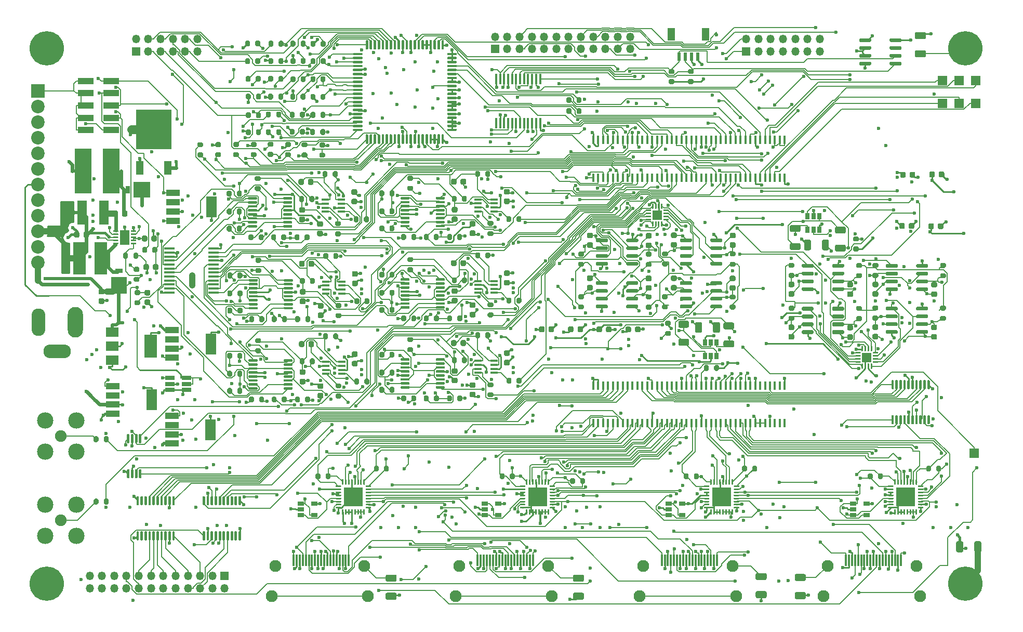
<source format=gtl>
G04 #@! TF.GenerationSoftware,KiCad,Pcbnew,(5.1.9-0-10_14)*
G04 #@! TF.CreationDate,2021-07-01T21:33:31-05:00*
G04 #@! TF.ProjectId,covg_daq_v2,636f7667-5f64-4617-915f-76322e6b6963,rev?*
G04 #@! TF.SameCoordinates,Original*
G04 #@! TF.FileFunction,Copper,L1,Top*
G04 #@! TF.FilePolarity,Positive*
%FSLAX46Y46*%
G04 Gerber Fmt 4.6, Leading zero omitted, Abs format (unit mm)*
G04 Created by KiCad (PCBNEW (5.1.9-0-10_14)) date 2021-07-01 21:33:31*
%MOMM*%
%LPD*%
G01*
G04 APERTURE LIST*
G04 #@! TA.AperFunction,SMDPad,CuDef*
%ADD10R,0.457000X1.448000*%
G04 #@! TD*
G04 #@! TA.AperFunction,ComponentPad*
%ADD11C,1.950000*%
G04 #@! TD*
G04 #@! TA.AperFunction,SMDPad,CuDef*
%ADD12R,0.300000X1.900000*%
G04 #@! TD*
G04 #@! TA.AperFunction,ComponentPad*
%ADD13O,1.350000X1.350000*%
G04 #@! TD*
G04 #@! TA.AperFunction,ComponentPad*
%ADD14R,1.350000X1.350000*%
G04 #@! TD*
G04 #@! TA.AperFunction,SMDPad,CuDef*
%ADD15R,2.670000X2.540000*%
G04 #@! TD*
G04 #@! TA.AperFunction,SMDPad,CuDef*
%ADD16R,0.762000X1.270000*%
G04 #@! TD*
G04 #@! TA.AperFunction,SMDPad,CuDef*
%ADD17R,2.540000X2.670000*%
G04 #@! TD*
G04 #@! TA.AperFunction,SMDPad,CuDef*
%ADD18R,1.270000X0.762000*%
G04 #@! TD*
G04 #@! TA.AperFunction,SMDPad,CuDef*
%ADD19R,1.650000X2.380000*%
G04 #@! TD*
G04 #@! TA.AperFunction,SMDPad,CuDef*
%ADD20R,1.198880X1.998980*%
G04 #@! TD*
G04 #@! TA.AperFunction,SMDPad,CuDef*
%ADD21R,0.599440X1.348740*%
G04 #@! TD*
G04 #@! TA.AperFunction,SMDPad,CuDef*
%ADD22R,2.200000X1.000000*%
G04 #@! TD*
G04 #@! TA.AperFunction,SMDPad,CuDef*
%ADD23R,1.800000X3.400000*%
G04 #@! TD*
G04 #@! TA.AperFunction,ComponentPad*
%ADD24O,4.500000X2.250000*%
G04 #@! TD*
G04 #@! TA.AperFunction,ComponentPad*
%ADD25O,2.250000X4.500000*%
G04 #@! TD*
G04 #@! TA.AperFunction,ComponentPad*
%ADD26O,2.500000X5.000000*%
G04 #@! TD*
G04 #@! TA.AperFunction,SMDPad,CuDef*
%ADD27R,2.006600X5.308600*%
G04 #@! TD*
G04 #@! TA.AperFunction,SMDPad,CuDef*
%ADD28R,2.692400X7.289800*%
G04 #@! TD*
G04 #@! TA.AperFunction,SMDPad,CuDef*
%ADD29R,1.498600X3.987800*%
G04 #@! TD*
G04 #@! TA.AperFunction,SMDPad,CuDef*
%ADD30R,3.100000X3.100000*%
G04 #@! TD*
G04 #@! TA.AperFunction,ComponentPad*
%ADD31C,2.667000*%
G04 #@! TD*
G04 #@! TA.AperFunction,ComponentPad*
%ADD32C,1.905000*%
G04 #@! TD*
G04 #@! TA.AperFunction,SMDPad,CuDef*
%ADD33R,0.650000X1.060000*%
G04 #@! TD*
G04 #@! TA.AperFunction,SMDPad,CuDef*
%ADD34R,1.600000X1.600000*%
G04 #@! TD*
G04 #@! TA.AperFunction,SMDPad,CuDef*
%ADD35R,1.220000X0.400000*%
G04 #@! TD*
G04 #@! TA.AperFunction,SMDPad,CuDef*
%ADD36R,1.060000X0.650000*%
G04 #@! TD*
G04 #@! TA.AperFunction,SMDPad,CuDef*
%ADD37R,0.450000X1.750000*%
G04 #@! TD*
G04 #@! TA.AperFunction,SMDPad,CuDef*
%ADD38R,1.750000X0.450000*%
G04 #@! TD*
G04 #@! TA.AperFunction,SMDPad,CuDef*
%ADD39R,5.800000X6.400000*%
G04 #@! TD*
G04 #@! TA.AperFunction,SMDPad,CuDef*
%ADD40R,1.200000X2.200000*%
G04 #@! TD*
G04 #@! TA.AperFunction,SMDPad,CuDef*
%ADD41R,1.560000X0.650000*%
G04 #@! TD*
G04 #@! TA.AperFunction,SMDPad,CuDef*
%ADD42R,2.000000X1.500000*%
G04 #@! TD*
G04 #@! TA.AperFunction,SMDPad,CuDef*
%ADD43R,2.000000X3.800000*%
G04 #@! TD*
G04 #@! TA.AperFunction,ComponentPad*
%ADD44R,1.500000X1.500000*%
G04 #@! TD*
G04 #@! TA.AperFunction,SMDPad,CuDef*
%ADD45R,2.580000X1.000000*%
G04 #@! TD*
G04 #@! TA.AperFunction,ComponentPad*
%ADD46C,2.200000*%
G04 #@! TD*
G04 #@! TA.AperFunction,ComponentPad*
%ADD47R,2.200000X2.200000*%
G04 #@! TD*
G04 #@! TA.AperFunction,ComponentPad*
%ADD48C,5.600000*%
G04 #@! TD*
G04 #@! TA.AperFunction,ViaPad*
%ADD49C,0.600000*%
G04 #@! TD*
G04 #@! TA.AperFunction,Conductor*
%ADD50C,0.254000*%
G04 #@! TD*
G04 #@! TA.AperFunction,Conductor*
%ADD51C,0.600000*%
G04 #@! TD*
G04 #@! TA.AperFunction,Conductor*
%ADD52C,0.400000*%
G04 #@! TD*
G04 #@! TA.AperFunction,Conductor*
%ADD53C,0.127000*%
G04 #@! TD*
G04 #@! TA.AperFunction,Conductor*
%ADD54C,0.508000*%
G04 #@! TD*
G04 #@! TA.AperFunction,Conductor*
%ADD55C,1.000000*%
G04 #@! TD*
G04 #@! TA.AperFunction,Conductor*
%ADD56C,1.400000*%
G04 #@! TD*
G04 #@! TA.AperFunction,Conductor*
%ADD57C,0.152400*%
G04 #@! TD*
G04 #@! TA.AperFunction,Conductor*
%ADD58C,0.304800*%
G04 #@! TD*
G04 #@! TA.AperFunction,Conductor*
%ADD59C,0.100000*%
G04 #@! TD*
G04 APERTURE END LIST*
D10*
X109084900Y30095100D03*
X108284900Y30095100D03*
X109884900Y30095100D03*
X110684900Y30095100D03*
X111484900Y30095100D03*
X112284900Y30095100D03*
X113084900Y30095100D03*
X113884900Y30095100D03*
X114684900Y30095100D03*
X115484900Y30095100D03*
X116284900Y30095100D03*
X117084900Y30095100D03*
X117884900Y30095100D03*
X118684900Y30095100D03*
X119484900Y30095100D03*
X120284900Y30095100D03*
X121084900Y30095100D03*
X121884900Y30095100D03*
X122684900Y30095100D03*
X107484900Y30095100D03*
X106684900Y30095100D03*
X105884900Y30095100D03*
X105084900Y30095100D03*
X104284900Y30095100D03*
X103484900Y30095100D03*
X102684900Y30095100D03*
X101884900Y30095100D03*
X101084900Y30095100D03*
X100284900Y30095100D03*
X99484900Y30095100D03*
X98684900Y30095100D03*
X97884900Y30095100D03*
X97084900Y30095100D03*
X96284900Y30095100D03*
X95484900Y30095100D03*
X94684900Y30095100D03*
X123484900Y30095100D03*
X93884900Y30095100D03*
X124284900Y30095100D03*
X93084900Y30095100D03*
X109084900Y36267100D03*
X108284900Y36267100D03*
X109884900Y36267100D03*
X110684900Y36267100D03*
X111484900Y36267100D03*
X112284900Y36267100D03*
X113084900Y36267100D03*
X113884900Y36267100D03*
X114684900Y36267100D03*
X115484900Y36267100D03*
X116284900Y36267100D03*
X117084900Y36267100D03*
X117884900Y36267100D03*
X118684900Y36267100D03*
X119484900Y36267100D03*
X120284900Y36267100D03*
X121084900Y36267100D03*
X121884900Y36267100D03*
X122684900Y36267100D03*
X107484900Y36267100D03*
X106684900Y36267100D03*
X105884900Y36267100D03*
X105084900Y36267100D03*
X104284900Y36267100D03*
X103484900Y36267100D03*
X102684900Y36267100D03*
X101884900Y36267100D03*
X101084900Y36267100D03*
X100284900Y36267100D03*
X99484900Y36267100D03*
X98684900Y36267100D03*
X97884900Y36267100D03*
X97084900Y36267100D03*
X96284900Y36267100D03*
X95484900Y36267100D03*
X94684900Y36267100D03*
X123484900Y36267100D03*
X93884900Y36267100D03*
X124284900Y36267100D03*
X93084900Y36267100D03*
X109084900Y70095100D03*
X108284900Y70095100D03*
X109884900Y70095100D03*
X110684900Y70095100D03*
X111484900Y70095100D03*
X112284900Y70095100D03*
X113084900Y70095100D03*
X113884900Y70095100D03*
X114684900Y70095100D03*
X115484900Y70095100D03*
X116284900Y70095100D03*
X117084900Y70095100D03*
X117884900Y70095100D03*
X118684900Y70095100D03*
X119484900Y70095100D03*
X120284900Y70095100D03*
X121084900Y70095100D03*
X121884900Y70095100D03*
X122684900Y70095100D03*
X107484900Y70095100D03*
X106684900Y70095100D03*
X105884900Y70095100D03*
X105084900Y70095100D03*
X104284900Y70095100D03*
X103484900Y70095100D03*
X102684900Y70095100D03*
X101884900Y70095100D03*
X101084900Y70095100D03*
X100284900Y70095100D03*
X99484900Y70095100D03*
X98684900Y70095100D03*
X97884900Y70095100D03*
X97084900Y70095100D03*
X96284900Y70095100D03*
X95484900Y70095100D03*
X94684900Y70095100D03*
X123484900Y70095100D03*
X93884900Y70095100D03*
X124284900Y70095100D03*
X93084900Y70095100D03*
X109084900Y76267100D03*
X108284900Y76267100D03*
X109884900Y76267100D03*
X110684900Y76267100D03*
X111484900Y76267100D03*
X112284900Y76267100D03*
X113084900Y76267100D03*
X113884900Y76267100D03*
X114684900Y76267100D03*
X115484900Y76267100D03*
X116284900Y76267100D03*
X117084900Y76267100D03*
X117884900Y76267100D03*
X118684900Y76267100D03*
X119484900Y76267100D03*
X120284900Y76267100D03*
X121084900Y76267100D03*
X121884900Y76267100D03*
X122684900Y76267100D03*
X107484900Y76267100D03*
X106684900Y76267100D03*
X105884900Y76267100D03*
X105084900Y76267100D03*
X104284900Y76267100D03*
X103484900Y76267100D03*
X102684900Y76267100D03*
X101884900Y76267100D03*
X101084900Y76267100D03*
X100284900Y76267100D03*
X99484900Y76267100D03*
X98684900Y76267100D03*
X97884900Y76267100D03*
X97084900Y76267100D03*
X96284900Y76267100D03*
X95484900Y76267100D03*
X94684900Y76267100D03*
X123484900Y76267100D03*
X93884900Y76267100D03*
X124284900Y76267100D03*
X93084900Y76267100D03*
G04 #@! TA.AperFunction,SMDPad,CuDef*
G36*
G01*
X139316400Y52273000D02*
X138816400Y52273000D01*
G75*
G02*
X138591400Y52498000I0J225000D01*
G01*
X138591400Y52948000D01*
G75*
G02*
X138816400Y53173000I225000J0D01*
G01*
X139316400Y53173000D01*
G75*
G02*
X139541400Y52948000I0J-225000D01*
G01*
X139541400Y52498000D01*
G75*
G02*
X139316400Y52273000I-225000J0D01*
G01*
G37*
G04 #@! TD.AperFunction*
G04 #@! TA.AperFunction,SMDPad,CuDef*
G36*
G01*
X139316400Y50723000D02*
X138816400Y50723000D01*
G75*
G02*
X138591400Y50948000I0J225000D01*
G01*
X138591400Y51398000D01*
G75*
G02*
X138816400Y51623000I225000J0D01*
G01*
X139316400Y51623000D01*
G75*
G02*
X139541400Y51398000I0J-225000D01*
G01*
X139541400Y50948000D01*
G75*
G02*
X139316400Y50723000I-225000J0D01*
G01*
G37*
G04 #@! TD.AperFunction*
G04 #@! TA.AperFunction,SMDPad,CuDef*
G36*
G01*
X148892200Y52234600D02*
X148392200Y52234600D01*
G75*
G02*
X148167200Y52459600I0J225000D01*
G01*
X148167200Y52909600D01*
G75*
G02*
X148392200Y53134600I225000J0D01*
G01*
X148892200Y53134600D01*
G75*
G02*
X149117200Y52909600I0J-225000D01*
G01*
X149117200Y52459600D01*
G75*
G02*
X148892200Y52234600I-225000J0D01*
G01*
G37*
G04 #@! TD.AperFunction*
G04 #@! TA.AperFunction,SMDPad,CuDef*
G36*
G01*
X148892200Y50684600D02*
X148392200Y50684600D01*
G75*
G02*
X148167200Y50909600I0J225000D01*
G01*
X148167200Y51359600D01*
G75*
G02*
X148392200Y51584600I225000J0D01*
G01*
X148892200Y51584600D01*
G75*
G02*
X149117200Y51359600I0J-225000D01*
G01*
X149117200Y50909600D01*
G75*
G02*
X148892200Y50684600I-225000J0D01*
G01*
G37*
G04 #@! TD.AperFunction*
G04 #@! TA.AperFunction,SMDPad,CuDef*
G36*
G01*
X139304400Y45317200D02*
X138804400Y45317200D01*
G75*
G02*
X138579400Y45542200I0J225000D01*
G01*
X138579400Y45992200D01*
G75*
G02*
X138804400Y46217200I225000J0D01*
G01*
X139304400Y46217200D01*
G75*
G02*
X139529400Y45992200I0J-225000D01*
G01*
X139529400Y45542200D01*
G75*
G02*
X139304400Y45317200I-225000J0D01*
G01*
G37*
G04 #@! TD.AperFunction*
G04 #@! TA.AperFunction,SMDPad,CuDef*
G36*
G01*
X139304400Y43767200D02*
X138804400Y43767200D01*
G75*
G02*
X138579400Y43992200I0J225000D01*
G01*
X138579400Y44442200D01*
G75*
G02*
X138804400Y44667200I225000J0D01*
G01*
X139304400Y44667200D01*
G75*
G02*
X139529400Y44442200I0J-225000D01*
G01*
X139529400Y43992200D01*
G75*
G02*
X139304400Y43767200I-225000J0D01*
G01*
G37*
G04 #@! TD.AperFunction*
G04 #@! TA.AperFunction,SMDPad,CuDef*
G36*
G01*
X148880200Y45278800D02*
X148380200Y45278800D01*
G75*
G02*
X148155200Y45503800I0J225000D01*
G01*
X148155200Y45953800D01*
G75*
G02*
X148380200Y46178800I225000J0D01*
G01*
X148880200Y46178800D01*
G75*
G02*
X149105200Y45953800I0J-225000D01*
G01*
X149105200Y45503800D01*
G75*
G02*
X148880200Y45278800I-225000J0D01*
G01*
G37*
G04 #@! TD.AperFunction*
G04 #@! TA.AperFunction,SMDPad,CuDef*
G36*
G01*
X148880200Y43728800D02*
X148380200Y43728800D01*
G75*
G02*
X148155200Y43953800I0J225000D01*
G01*
X148155200Y44403800D01*
G75*
G02*
X148380200Y44628800I225000J0D01*
G01*
X148880200Y44628800D01*
G75*
G02*
X149105200Y44403800I0J-225000D01*
G01*
X149105200Y43953800D01*
G75*
G02*
X148880200Y43728800I-225000J0D01*
G01*
G37*
G04 #@! TD.AperFunction*
G04 #@! TA.AperFunction,SMDPad,CuDef*
G36*
G01*
X125619400Y45283000D02*
X125119400Y45283000D01*
G75*
G02*
X124894400Y45508000I0J225000D01*
G01*
X124894400Y45958000D01*
G75*
G02*
X125119400Y46183000I225000J0D01*
G01*
X125619400Y46183000D01*
G75*
G02*
X125844400Y45958000I0J-225000D01*
G01*
X125844400Y45508000D01*
G75*
G02*
X125619400Y45283000I-225000J0D01*
G01*
G37*
G04 #@! TD.AperFunction*
G04 #@! TA.AperFunction,SMDPad,CuDef*
G36*
G01*
X125619400Y43733000D02*
X125119400Y43733000D01*
G75*
G02*
X124894400Y43958000I0J225000D01*
G01*
X124894400Y44408000D01*
G75*
G02*
X125119400Y44633000I225000J0D01*
G01*
X125619400Y44633000D01*
G75*
G02*
X125844400Y44408000I0J-225000D01*
G01*
X125844400Y43958000D01*
G75*
G02*
X125619400Y43733000I-225000J0D01*
G01*
G37*
G04 #@! TD.AperFunction*
G04 #@! TA.AperFunction,SMDPad,CuDef*
G36*
G01*
X135195200Y45244600D02*
X134695200Y45244600D01*
G75*
G02*
X134470200Y45469600I0J225000D01*
G01*
X134470200Y45919600D01*
G75*
G02*
X134695200Y46144600I225000J0D01*
G01*
X135195200Y46144600D01*
G75*
G02*
X135420200Y45919600I0J-225000D01*
G01*
X135420200Y45469600D01*
G75*
G02*
X135195200Y45244600I-225000J0D01*
G01*
G37*
G04 #@! TD.AperFunction*
G04 #@! TA.AperFunction,SMDPad,CuDef*
G36*
G01*
X135195200Y43694600D02*
X134695200Y43694600D01*
G75*
G02*
X134470200Y43919600I0J225000D01*
G01*
X134470200Y44369600D01*
G75*
G02*
X134695200Y44594600I225000J0D01*
G01*
X135195200Y44594600D01*
G75*
G02*
X135420200Y44369600I0J-225000D01*
G01*
X135420200Y43919600D01*
G75*
G02*
X135195200Y43694600I-225000J0D01*
G01*
G37*
G04 #@! TD.AperFunction*
G04 #@! TA.AperFunction,SMDPad,CuDef*
G36*
G01*
X125627400Y52275000D02*
X125127400Y52275000D01*
G75*
G02*
X124902400Y52500000I0J225000D01*
G01*
X124902400Y52950000D01*
G75*
G02*
X125127400Y53175000I225000J0D01*
G01*
X125627400Y53175000D01*
G75*
G02*
X125852400Y52950000I0J-225000D01*
G01*
X125852400Y52500000D01*
G75*
G02*
X125627400Y52275000I-225000J0D01*
G01*
G37*
G04 #@! TD.AperFunction*
G04 #@! TA.AperFunction,SMDPad,CuDef*
G36*
G01*
X125627400Y50725000D02*
X125127400Y50725000D01*
G75*
G02*
X124902400Y50950000I0J225000D01*
G01*
X124902400Y51400000D01*
G75*
G02*
X125127400Y51625000I225000J0D01*
G01*
X125627400Y51625000D01*
G75*
G02*
X125852400Y51400000I0J-225000D01*
G01*
X125852400Y50950000D01*
G75*
G02*
X125627400Y50725000I-225000J0D01*
G01*
G37*
G04 #@! TD.AperFunction*
G04 #@! TA.AperFunction,SMDPad,CuDef*
G36*
G01*
X135203200Y52236600D02*
X134703200Y52236600D01*
G75*
G02*
X134478200Y52461600I0J225000D01*
G01*
X134478200Y52911600D01*
G75*
G02*
X134703200Y53136600I225000J0D01*
G01*
X135203200Y53136600D01*
G75*
G02*
X135428200Y52911600I0J-225000D01*
G01*
X135428200Y52461600D01*
G75*
G02*
X135203200Y52236600I-225000J0D01*
G01*
G37*
G04 #@! TD.AperFunction*
G04 #@! TA.AperFunction,SMDPad,CuDef*
G36*
G01*
X135203200Y50686600D02*
X134703200Y50686600D01*
G75*
G02*
X134478200Y50911600I0J225000D01*
G01*
X134478200Y51361600D01*
G75*
G02*
X134703200Y51586600I225000J0D01*
G01*
X135203200Y51586600D01*
G75*
G02*
X135428200Y51361600I0J-225000D01*
G01*
X135428200Y50911600D01*
G75*
G02*
X135203200Y50686600I-225000J0D01*
G01*
G37*
G04 #@! TD.AperFunction*
G04 #@! TA.AperFunction,SMDPad,CuDef*
G36*
G01*
X101859000Y52597600D02*
X102359000Y52597600D01*
G75*
G02*
X102584000Y52372600I0J-225000D01*
G01*
X102584000Y51922600D01*
G75*
G02*
X102359000Y51697600I-225000J0D01*
G01*
X101859000Y51697600D01*
G75*
G02*
X101634000Y51922600I0J225000D01*
G01*
X101634000Y52372600D01*
G75*
G02*
X101859000Y52597600I225000J0D01*
G01*
G37*
G04 #@! TD.AperFunction*
G04 #@! TA.AperFunction,SMDPad,CuDef*
G36*
G01*
X101859000Y54147600D02*
X102359000Y54147600D01*
G75*
G02*
X102584000Y53922600I0J-225000D01*
G01*
X102584000Y53472600D01*
G75*
G02*
X102359000Y53247600I-225000J0D01*
G01*
X101859000Y53247600D01*
G75*
G02*
X101634000Y53472600I0J225000D01*
G01*
X101634000Y53922600D01*
G75*
G02*
X101859000Y54147600I225000J0D01*
G01*
G37*
G04 #@! TD.AperFunction*
G04 #@! TA.AperFunction,SMDPad,CuDef*
G36*
G01*
X92283200Y52636000D02*
X92783200Y52636000D01*
G75*
G02*
X93008200Y52411000I0J-225000D01*
G01*
X93008200Y51961000D01*
G75*
G02*
X92783200Y51736000I-225000J0D01*
G01*
X92283200Y51736000D01*
G75*
G02*
X92058200Y51961000I0J225000D01*
G01*
X92058200Y52411000D01*
G75*
G02*
X92283200Y52636000I225000J0D01*
G01*
G37*
G04 #@! TD.AperFunction*
G04 #@! TA.AperFunction,SMDPad,CuDef*
G36*
G01*
X92283200Y54186000D02*
X92783200Y54186000D01*
G75*
G02*
X93008200Y53961000I0J-225000D01*
G01*
X93008200Y53511000D01*
G75*
G02*
X92783200Y53286000I-225000J0D01*
G01*
X92283200Y53286000D01*
G75*
G02*
X92058200Y53511000I0J225000D01*
G01*
X92058200Y53961000D01*
G75*
G02*
X92283200Y54186000I225000J0D01*
G01*
G37*
G04 #@! TD.AperFunction*
G04 #@! TA.AperFunction,SMDPad,CuDef*
G36*
G01*
X101871200Y59553400D02*
X102371200Y59553400D01*
G75*
G02*
X102596200Y59328400I0J-225000D01*
G01*
X102596200Y58878400D01*
G75*
G02*
X102371200Y58653400I-225000J0D01*
G01*
X101871200Y58653400D01*
G75*
G02*
X101646200Y58878400I0J225000D01*
G01*
X101646200Y59328400D01*
G75*
G02*
X101871200Y59553400I225000J0D01*
G01*
G37*
G04 #@! TD.AperFunction*
G04 #@! TA.AperFunction,SMDPad,CuDef*
G36*
G01*
X101871200Y61103400D02*
X102371200Y61103400D01*
G75*
G02*
X102596200Y60878400I0J-225000D01*
G01*
X102596200Y60428400D01*
G75*
G02*
X102371200Y60203400I-225000J0D01*
G01*
X101871200Y60203400D01*
G75*
G02*
X101646200Y60428400I0J225000D01*
G01*
X101646200Y60878400D01*
G75*
G02*
X101871200Y61103400I225000J0D01*
G01*
G37*
G04 #@! TD.AperFunction*
G04 #@! TA.AperFunction,SMDPad,CuDef*
G36*
G01*
X92295400Y59591800D02*
X92795400Y59591800D01*
G75*
G02*
X93020400Y59366800I0J-225000D01*
G01*
X93020400Y58916800D01*
G75*
G02*
X92795400Y58691800I-225000J0D01*
G01*
X92295400Y58691800D01*
G75*
G02*
X92070400Y58916800I0J225000D01*
G01*
X92070400Y59366800D01*
G75*
G02*
X92295400Y59591800I225000J0D01*
G01*
G37*
G04 #@! TD.AperFunction*
G04 #@! TA.AperFunction,SMDPad,CuDef*
G36*
G01*
X92295400Y61141800D02*
X92795400Y61141800D01*
G75*
G02*
X93020400Y60916800I0J-225000D01*
G01*
X93020400Y60466800D01*
G75*
G02*
X92795400Y60241800I-225000J0D01*
G01*
X92295400Y60241800D01*
G75*
G02*
X92070400Y60466800I0J225000D01*
G01*
X92070400Y60916800D01*
G75*
G02*
X92295400Y61141800I225000J0D01*
G01*
G37*
G04 #@! TD.AperFunction*
G04 #@! TA.AperFunction,SMDPad,CuDef*
G36*
G01*
X115556600Y59587600D02*
X116056600Y59587600D01*
G75*
G02*
X116281600Y59362600I0J-225000D01*
G01*
X116281600Y58912600D01*
G75*
G02*
X116056600Y58687600I-225000J0D01*
G01*
X115556600Y58687600D01*
G75*
G02*
X115331600Y58912600I0J225000D01*
G01*
X115331600Y59362600D01*
G75*
G02*
X115556600Y59587600I225000J0D01*
G01*
G37*
G04 #@! TD.AperFunction*
G04 #@! TA.AperFunction,SMDPad,CuDef*
G36*
G01*
X115556600Y61137600D02*
X116056600Y61137600D01*
G75*
G02*
X116281600Y60912600I0J-225000D01*
G01*
X116281600Y60462600D01*
G75*
G02*
X116056600Y60237600I-225000J0D01*
G01*
X115556600Y60237600D01*
G75*
G02*
X115331600Y60462600I0J225000D01*
G01*
X115331600Y60912600D01*
G75*
G02*
X115556600Y61137600I225000J0D01*
G01*
G37*
G04 #@! TD.AperFunction*
G04 #@! TA.AperFunction,SMDPad,CuDef*
G36*
G01*
X105980800Y59626000D02*
X106480800Y59626000D01*
G75*
G02*
X106705800Y59401000I0J-225000D01*
G01*
X106705800Y58951000D01*
G75*
G02*
X106480800Y58726000I-225000J0D01*
G01*
X105980800Y58726000D01*
G75*
G02*
X105755800Y58951000I0J225000D01*
G01*
X105755800Y59401000D01*
G75*
G02*
X105980800Y59626000I225000J0D01*
G01*
G37*
G04 #@! TD.AperFunction*
G04 #@! TA.AperFunction,SMDPad,CuDef*
G36*
G01*
X105980800Y61176000D02*
X106480800Y61176000D01*
G75*
G02*
X106705800Y60951000I0J-225000D01*
G01*
X106705800Y60501000D01*
G75*
G02*
X106480800Y60276000I-225000J0D01*
G01*
X105980800Y60276000D01*
G75*
G02*
X105755800Y60501000I0J225000D01*
G01*
X105755800Y60951000D01*
G75*
G02*
X105980800Y61176000I225000J0D01*
G01*
G37*
G04 #@! TD.AperFunction*
G04 #@! TA.AperFunction,SMDPad,CuDef*
G36*
G01*
X115548600Y52595600D02*
X116048600Y52595600D01*
G75*
G02*
X116273600Y52370600I0J-225000D01*
G01*
X116273600Y51920600D01*
G75*
G02*
X116048600Y51695600I-225000J0D01*
G01*
X115548600Y51695600D01*
G75*
G02*
X115323600Y51920600I0J225000D01*
G01*
X115323600Y52370600D01*
G75*
G02*
X115548600Y52595600I225000J0D01*
G01*
G37*
G04 #@! TD.AperFunction*
G04 #@! TA.AperFunction,SMDPad,CuDef*
G36*
G01*
X115548600Y54145600D02*
X116048600Y54145600D01*
G75*
G02*
X116273600Y53920600I0J-225000D01*
G01*
X116273600Y53470600D01*
G75*
G02*
X116048600Y53245600I-225000J0D01*
G01*
X115548600Y53245600D01*
G75*
G02*
X115323600Y53470600I0J225000D01*
G01*
X115323600Y53920600D01*
G75*
G02*
X115548600Y54145600I225000J0D01*
G01*
G37*
G04 #@! TD.AperFunction*
G04 #@! TA.AperFunction,SMDPad,CuDef*
G36*
G01*
X105972800Y52634000D02*
X106472800Y52634000D01*
G75*
G02*
X106697800Y52409000I0J-225000D01*
G01*
X106697800Y51959000D01*
G75*
G02*
X106472800Y51734000I-225000J0D01*
G01*
X105972800Y51734000D01*
G75*
G02*
X105747800Y51959000I0J225000D01*
G01*
X105747800Y52409000D01*
G75*
G02*
X105972800Y52634000I225000J0D01*
G01*
G37*
G04 #@! TD.AperFunction*
G04 #@! TA.AperFunction,SMDPad,CuDef*
G36*
G01*
X105972800Y54184000D02*
X106472800Y54184000D01*
G75*
G02*
X106697800Y53959000I0J-225000D01*
G01*
X106697800Y53509000D01*
G75*
G02*
X106472800Y53284000I-225000J0D01*
G01*
X105972800Y53284000D01*
G75*
G02*
X105747800Y53509000I0J225000D01*
G01*
X105747800Y53959000D01*
G75*
G02*
X105972800Y54184000I225000J0D01*
G01*
G37*
G04 #@! TD.AperFunction*
D11*
X40650000Y1960000D03*
X56350000Y1960000D03*
X55750000Y6860000D03*
X41250000Y6860000D03*
D12*
X44250000Y7810000D03*
X44750000Y7810000D03*
X45250000Y7810000D03*
X45750000Y7810000D03*
X46250000Y7810000D03*
X46750000Y7810000D03*
X47250000Y7810000D03*
X47750000Y7810000D03*
X48250000Y7810000D03*
X53250000Y7810000D03*
X52750000Y7810000D03*
X52250000Y7810000D03*
X51750000Y7810000D03*
X51250000Y7810000D03*
X50750000Y7810000D03*
X50250000Y7810000D03*
X49750000Y7810000D03*
X49250000Y7810000D03*
X48750000Y7810000D03*
D13*
X99077200Y93084400D03*
X99077200Y91084400D03*
X97077200Y93084400D03*
X97077200Y91084400D03*
X95077200Y93084400D03*
X95077200Y91084400D03*
X93077200Y93084400D03*
X93077200Y91084400D03*
X91077200Y93084400D03*
X91077200Y91084400D03*
X89077200Y93084400D03*
X89077200Y91084400D03*
X87077200Y93084400D03*
X87077200Y91084400D03*
X85077200Y93084400D03*
X85077200Y91084400D03*
X83077200Y93084400D03*
X83077200Y91084400D03*
X81077200Y93084400D03*
X81077200Y91084400D03*
X79077200Y93084400D03*
X79077200Y91084400D03*
X77077200Y93084400D03*
D14*
X77077200Y91084400D03*
D13*
X28570400Y92679400D03*
X28570400Y90679400D03*
X26570400Y92679400D03*
X26570400Y90679400D03*
X24570400Y92679400D03*
X24570400Y90679400D03*
X22570400Y92679400D03*
X22570400Y90679400D03*
X20570400Y92679400D03*
X20570400Y90679400D03*
X18570400Y92679400D03*
D14*
X18570400Y90679400D03*
G04 #@! TA.AperFunction,SMDPad,CuDef*
G36*
G01*
X144648000Y70336600D02*
X144648000Y70836600D01*
G75*
G02*
X144873000Y71061600I225000J0D01*
G01*
X145323000Y71061600D01*
G75*
G02*
X145548000Y70836600I0J-225000D01*
G01*
X145548000Y70336600D01*
G75*
G02*
X145323000Y70111600I-225000J0D01*
G01*
X144873000Y70111600D01*
G75*
G02*
X144648000Y70336600I0J225000D01*
G01*
G37*
G04 #@! TD.AperFunction*
G04 #@! TA.AperFunction,SMDPad,CuDef*
G36*
G01*
X143098000Y70336600D02*
X143098000Y70836600D01*
G75*
G02*
X143323000Y71061600I225000J0D01*
G01*
X143773000Y71061600D01*
G75*
G02*
X143998000Y70836600I0J-225000D01*
G01*
X143998000Y70336600D01*
G75*
G02*
X143773000Y70111600I-225000J0D01*
G01*
X143323000Y70111600D01*
G75*
G02*
X143098000Y70336600I0J225000D01*
G01*
G37*
G04 #@! TD.AperFunction*
G04 #@! TA.AperFunction,SMDPad,CuDef*
G36*
G01*
X144495000Y62005400D02*
X144495000Y62505400D01*
G75*
G02*
X144720000Y62730400I225000J0D01*
G01*
X145170000Y62730400D01*
G75*
G02*
X145395000Y62505400I0J-225000D01*
G01*
X145395000Y62005400D01*
G75*
G02*
X145170000Y61780400I-225000J0D01*
G01*
X144720000Y61780400D01*
G75*
G02*
X144495000Y62005400I0J225000D01*
G01*
G37*
G04 #@! TD.AperFunction*
G04 #@! TA.AperFunction,SMDPad,CuDef*
G36*
G01*
X142945000Y62005400D02*
X142945000Y62505400D01*
G75*
G02*
X143170000Y62730400I225000J0D01*
G01*
X143620000Y62730400D01*
G75*
G02*
X143845000Y62505400I0J-225000D01*
G01*
X143845000Y62005400D01*
G75*
G02*
X143620000Y61780400I-225000J0D01*
G01*
X143170000Y61780400D01*
G75*
G02*
X142945000Y62005400I0J225000D01*
G01*
G37*
G04 #@! TD.AperFunction*
G04 #@! TA.AperFunction,SMDPad,CuDef*
G36*
G01*
X149398000Y70387400D02*
X149398000Y70887400D01*
G75*
G02*
X149623000Y71112400I225000J0D01*
G01*
X150073000Y71112400D01*
G75*
G02*
X150298000Y70887400I0J-225000D01*
G01*
X150298000Y70387400D01*
G75*
G02*
X150073000Y70162400I-225000J0D01*
G01*
X149623000Y70162400D01*
G75*
G02*
X149398000Y70387400I0J225000D01*
G01*
G37*
G04 #@! TD.AperFunction*
G04 #@! TA.AperFunction,SMDPad,CuDef*
G36*
G01*
X147848000Y70387400D02*
X147848000Y70887400D01*
G75*
G02*
X148073000Y71112400I225000J0D01*
G01*
X148523000Y71112400D01*
G75*
G02*
X148748000Y70887400I0J-225000D01*
G01*
X148748000Y70387400D01*
G75*
G02*
X148523000Y70162400I-225000J0D01*
G01*
X148073000Y70162400D01*
G75*
G02*
X147848000Y70387400I0J225000D01*
G01*
G37*
G04 #@! TD.AperFunction*
G04 #@! TA.AperFunction,SMDPad,CuDef*
G36*
G01*
X149245000Y61954600D02*
X149245000Y62454600D01*
G75*
G02*
X149470000Y62679600I225000J0D01*
G01*
X149920000Y62679600D01*
G75*
G02*
X150145000Y62454600I0J-225000D01*
G01*
X150145000Y61954600D01*
G75*
G02*
X149920000Y61729600I-225000J0D01*
G01*
X149470000Y61729600D01*
G75*
G02*
X149245000Y61954600I0J225000D01*
G01*
G37*
G04 #@! TD.AperFunction*
G04 #@! TA.AperFunction,SMDPad,CuDef*
G36*
G01*
X147695000Y61954600D02*
X147695000Y62454600D01*
G75*
G02*
X147920000Y62679600I225000J0D01*
G01*
X148370000Y62679600D01*
G75*
G02*
X148595000Y62454600I0J-225000D01*
G01*
X148595000Y61954600D01*
G75*
G02*
X148370000Y61729600I-225000J0D01*
G01*
X147920000Y61729600D01*
G75*
G02*
X147695000Y61954600I0J225000D01*
G01*
G37*
G04 #@! TD.AperFunction*
G04 #@! TA.AperFunction,SMDPad,CuDef*
G36*
G01*
X90520400Y45165200D02*
X90520400Y45665200D01*
G75*
G02*
X90745400Y45890200I225000J0D01*
G01*
X91195400Y45890200D01*
G75*
G02*
X91420400Y45665200I0J-225000D01*
G01*
X91420400Y45165200D01*
G75*
G02*
X91195400Y44940200I-225000J0D01*
G01*
X90745400Y44940200D01*
G75*
G02*
X90520400Y45165200I0J225000D01*
G01*
G37*
G04 #@! TD.AperFunction*
G04 #@! TA.AperFunction,SMDPad,CuDef*
G36*
G01*
X88970400Y45165200D02*
X88970400Y45665200D01*
G75*
G02*
X89195400Y45890200I225000J0D01*
G01*
X89645400Y45890200D01*
G75*
G02*
X89870400Y45665200I0J-225000D01*
G01*
X89870400Y45165200D01*
G75*
G02*
X89645400Y44940200I-225000J0D01*
G01*
X89195400Y44940200D01*
G75*
G02*
X88970400Y45165200I0J225000D01*
G01*
G37*
G04 #@! TD.AperFunction*
G04 #@! TA.AperFunction,SMDPad,CuDef*
G36*
G01*
X99893000Y45139800D02*
X99893000Y45639800D01*
G75*
G02*
X100118000Y45864800I225000J0D01*
G01*
X100568000Y45864800D01*
G75*
G02*
X100793000Y45639800I0J-225000D01*
G01*
X100793000Y45139800D01*
G75*
G02*
X100568000Y44914800I-225000J0D01*
G01*
X100118000Y44914800D01*
G75*
G02*
X99893000Y45139800I0J225000D01*
G01*
G37*
G04 #@! TD.AperFunction*
G04 #@! TA.AperFunction,SMDPad,CuDef*
G36*
G01*
X98343000Y45139800D02*
X98343000Y45639800D01*
G75*
G02*
X98568000Y45864800I225000J0D01*
G01*
X99018000Y45864800D01*
G75*
G02*
X99243000Y45639800I0J-225000D01*
G01*
X99243000Y45139800D01*
G75*
G02*
X99018000Y44914800I-225000J0D01*
G01*
X98568000Y44914800D01*
G75*
G02*
X98343000Y45139800I0J225000D01*
G01*
G37*
G04 #@! TD.AperFunction*
G04 #@! TA.AperFunction,SMDPad,CuDef*
G36*
G01*
X85796000Y45165200D02*
X85796000Y45665200D01*
G75*
G02*
X86021000Y45890200I225000J0D01*
G01*
X86471000Y45890200D01*
G75*
G02*
X86696000Y45665200I0J-225000D01*
G01*
X86696000Y45165200D01*
G75*
G02*
X86471000Y44940200I-225000J0D01*
G01*
X86021000Y44940200D01*
G75*
G02*
X85796000Y45165200I0J225000D01*
G01*
G37*
G04 #@! TD.AperFunction*
G04 #@! TA.AperFunction,SMDPad,CuDef*
G36*
G01*
X84246000Y45165200D02*
X84246000Y45665200D01*
G75*
G02*
X84471000Y45890200I225000J0D01*
G01*
X84921000Y45890200D01*
G75*
G02*
X85146000Y45665200I0J-225000D01*
G01*
X85146000Y45165200D01*
G75*
G02*
X84921000Y44940200I-225000J0D01*
G01*
X84471000Y44940200D01*
G75*
G02*
X84246000Y45165200I0J225000D01*
G01*
G37*
G04 #@! TD.AperFunction*
G04 #@! TA.AperFunction,SMDPad,CuDef*
G36*
G01*
X95168600Y45139800D02*
X95168600Y45639800D01*
G75*
G02*
X95393600Y45864800I225000J0D01*
G01*
X95843600Y45864800D01*
G75*
G02*
X96068600Y45639800I0J-225000D01*
G01*
X96068600Y45139800D01*
G75*
G02*
X95843600Y44914800I-225000J0D01*
G01*
X95393600Y44914800D01*
G75*
G02*
X95168600Y45139800I0J225000D01*
G01*
G37*
G04 #@! TD.AperFunction*
G04 #@! TA.AperFunction,SMDPad,CuDef*
G36*
G01*
X93618600Y45139800D02*
X93618600Y45639800D01*
G75*
G02*
X93843600Y45864800I225000J0D01*
G01*
X94293600Y45864800D01*
G75*
G02*
X94518600Y45639800I0J-225000D01*
G01*
X94518600Y45139800D01*
G75*
G02*
X94293600Y44914800I-225000J0D01*
G01*
X93843600Y44914800D01*
G75*
G02*
X93618600Y45139800I0J225000D01*
G01*
G37*
G04 #@! TD.AperFunction*
G04 #@! TA.AperFunction,SMDPad,CuDef*
G36*
G01*
X142711000Y52092200D02*
X142711000Y51792200D01*
G75*
G02*
X142561000Y51642200I-150000J0D01*
G01*
X140911000Y51642200D01*
G75*
G02*
X140761000Y51792200I0J150000D01*
G01*
X140761000Y52092200D01*
G75*
G02*
X140911000Y52242200I150000J0D01*
G01*
X142561000Y52242200D01*
G75*
G02*
X142711000Y52092200I0J-150000D01*
G01*
G37*
G04 #@! TD.AperFunction*
G04 #@! TA.AperFunction,SMDPad,CuDef*
G36*
G01*
X142711000Y53362200D02*
X142711000Y53062200D01*
G75*
G02*
X142561000Y52912200I-150000J0D01*
G01*
X140911000Y52912200D01*
G75*
G02*
X140761000Y53062200I0J150000D01*
G01*
X140761000Y53362200D01*
G75*
G02*
X140911000Y53512200I150000J0D01*
G01*
X142561000Y53512200D01*
G75*
G02*
X142711000Y53362200I0J-150000D01*
G01*
G37*
G04 #@! TD.AperFunction*
G04 #@! TA.AperFunction,SMDPad,CuDef*
G36*
G01*
X142711000Y54632200D02*
X142711000Y54332200D01*
G75*
G02*
X142561000Y54182200I-150000J0D01*
G01*
X140911000Y54182200D01*
G75*
G02*
X140761000Y54332200I0J150000D01*
G01*
X140761000Y54632200D01*
G75*
G02*
X140911000Y54782200I150000J0D01*
G01*
X142561000Y54782200D01*
G75*
G02*
X142711000Y54632200I0J-150000D01*
G01*
G37*
G04 #@! TD.AperFunction*
G04 #@! TA.AperFunction,SMDPad,CuDef*
G36*
G01*
X142711000Y55902200D02*
X142711000Y55602200D01*
G75*
G02*
X142561000Y55452200I-150000J0D01*
G01*
X140911000Y55452200D01*
G75*
G02*
X140761000Y55602200I0J150000D01*
G01*
X140761000Y55902200D01*
G75*
G02*
X140911000Y56052200I150000J0D01*
G01*
X142561000Y56052200D01*
G75*
G02*
X142711000Y55902200I0J-150000D01*
G01*
G37*
G04 #@! TD.AperFunction*
G04 #@! TA.AperFunction,SMDPad,CuDef*
G36*
G01*
X147661000Y55902200D02*
X147661000Y55602200D01*
G75*
G02*
X147511000Y55452200I-150000J0D01*
G01*
X145861000Y55452200D01*
G75*
G02*
X145711000Y55602200I0J150000D01*
G01*
X145711000Y55902200D01*
G75*
G02*
X145861000Y56052200I150000J0D01*
G01*
X147511000Y56052200D01*
G75*
G02*
X147661000Y55902200I0J-150000D01*
G01*
G37*
G04 #@! TD.AperFunction*
G04 #@! TA.AperFunction,SMDPad,CuDef*
G36*
G01*
X147661000Y54632200D02*
X147661000Y54332200D01*
G75*
G02*
X147511000Y54182200I-150000J0D01*
G01*
X145861000Y54182200D01*
G75*
G02*
X145711000Y54332200I0J150000D01*
G01*
X145711000Y54632200D01*
G75*
G02*
X145861000Y54782200I150000J0D01*
G01*
X147511000Y54782200D01*
G75*
G02*
X147661000Y54632200I0J-150000D01*
G01*
G37*
G04 #@! TD.AperFunction*
G04 #@! TA.AperFunction,SMDPad,CuDef*
G36*
G01*
X147661000Y53362200D02*
X147661000Y53062200D01*
G75*
G02*
X147511000Y52912200I-150000J0D01*
G01*
X145861000Y52912200D01*
G75*
G02*
X145711000Y53062200I0J150000D01*
G01*
X145711000Y53362200D01*
G75*
G02*
X145861000Y53512200I150000J0D01*
G01*
X147511000Y53512200D01*
G75*
G02*
X147661000Y53362200I0J-150000D01*
G01*
G37*
G04 #@! TD.AperFunction*
G04 #@! TA.AperFunction,SMDPad,CuDef*
G36*
G01*
X147661000Y52092200D02*
X147661000Y51792200D01*
G75*
G02*
X147511000Y51642200I-150000J0D01*
G01*
X145861000Y51642200D01*
G75*
G02*
X145711000Y51792200I0J150000D01*
G01*
X145711000Y52092200D01*
G75*
G02*
X145861000Y52242200I150000J0D01*
G01*
X147511000Y52242200D01*
G75*
G02*
X147661000Y52092200I0J-150000D01*
G01*
G37*
G04 #@! TD.AperFunction*
G04 #@! TA.AperFunction,SMDPad,CuDef*
G36*
G01*
X142699000Y45136400D02*
X142699000Y44836400D01*
G75*
G02*
X142549000Y44686400I-150000J0D01*
G01*
X140899000Y44686400D01*
G75*
G02*
X140749000Y44836400I0J150000D01*
G01*
X140749000Y45136400D01*
G75*
G02*
X140899000Y45286400I150000J0D01*
G01*
X142549000Y45286400D01*
G75*
G02*
X142699000Y45136400I0J-150000D01*
G01*
G37*
G04 #@! TD.AperFunction*
G04 #@! TA.AperFunction,SMDPad,CuDef*
G36*
G01*
X142699000Y46406400D02*
X142699000Y46106400D01*
G75*
G02*
X142549000Y45956400I-150000J0D01*
G01*
X140899000Y45956400D01*
G75*
G02*
X140749000Y46106400I0J150000D01*
G01*
X140749000Y46406400D01*
G75*
G02*
X140899000Y46556400I150000J0D01*
G01*
X142549000Y46556400D01*
G75*
G02*
X142699000Y46406400I0J-150000D01*
G01*
G37*
G04 #@! TD.AperFunction*
G04 #@! TA.AperFunction,SMDPad,CuDef*
G36*
G01*
X142699000Y47676400D02*
X142699000Y47376400D01*
G75*
G02*
X142549000Y47226400I-150000J0D01*
G01*
X140899000Y47226400D01*
G75*
G02*
X140749000Y47376400I0J150000D01*
G01*
X140749000Y47676400D01*
G75*
G02*
X140899000Y47826400I150000J0D01*
G01*
X142549000Y47826400D01*
G75*
G02*
X142699000Y47676400I0J-150000D01*
G01*
G37*
G04 #@! TD.AperFunction*
G04 #@! TA.AperFunction,SMDPad,CuDef*
G36*
G01*
X142699000Y48946400D02*
X142699000Y48646400D01*
G75*
G02*
X142549000Y48496400I-150000J0D01*
G01*
X140899000Y48496400D01*
G75*
G02*
X140749000Y48646400I0J150000D01*
G01*
X140749000Y48946400D01*
G75*
G02*
X140899000Y49096400I150000J0D01*
G01*
X142549000Y49096400D01*
G75*
G02*
X142699000Y48946400I0J-150000D01*
G01*
G37*
G04 #@! TD.AperFunction*
G04 #@! TA.AperFunction,SMDPad,CuDef*
G36*
G01*
X147649000Y48946400D02*
X147649000Y48646400D01*
G75*
G02*
X147499000Y48496400I-150000J0D01*
G01*
X145849000Y48496400D01*
G75*
G02*
X145699000Y48646400I0J150000D01*
G01*
X145699000Y48946400D01*
G75*
G02*
X145849000Y49096400I150000J0D01*
G01*
X147499000Y49096400D01*
G75*
G02*
X147649000Y48946400I0J-150000D01*
G01*
G37*
G04 #@! TD.AperFunction*
G04 #@! TA.AperFunction,SMDPad,CuDef*
G36*
G01*
X147649000Y47676400D02*
X147649000Y47376400D01*
G75*
G02*
X147499000Y47226400I-150000J0D01*
G01*
X145849000Y47226400D01*
G75*
G02*
X145699000Y47376400I0J150000D01*
G01*
X145699000Y47676400D01*
G75*
G02*
X145849000Y47826400I150000J0D01*
G01*
X147499000Y47826400D01*
G75*
G02*
X147649000Y47676400I0J-150000D01*
G01*
G37*
G04 #@! TD.AperFunction*
G04 #@! TA.AperFunction,SMDPad,CuDef*
G36*
G01*
X147649000Y46406400D02*
X147649000Y46106400D01*
G75*
G02*
X147499000Y45956400I-150000J0D01*
G01*
X145849000Y45956400D01*
G75*
G02*
X145699000Y46106400I0J150000D01*
G01*
X145699000Y46406400D01*
G75*
G02*
X145849000Y46556400I150000J0D01*
G01*
X147499000Y46556400D01*
G75*
G02*
X147649000Y46406400I0J-150000D01*
G01*
G37*
G04 #@! TD.AperFunction*
G04 #@! TA.AperFunction,SMDPad,CuDef*
G36*
G01*
X147649000Y45136400D02*
X147649000Y44836400D01*
G75*
G02*
X147499000Y44686400I-150000J0D01*
G01*
X145849000Y44686400D01*
G75*
G02*
X145699000Y44836400I0J150000D01*
G01*
X145699000Y45136400D01*
G75*
G02*
X145849000Y45286400I150000J0D01*
G01*
X147499000Y45286400D01*
G75*
G02*
X147649000Y45136400I0J-150000D01*
G01*
G37*
G04 #@! TD.AperFunction*
G04 #@! TA.AperFunction,SMDPad,CuDef*
G36*
G01*
X129014000Y45102200D02*
X129014000Y44802200D01*
G75*
G02*
X128864000Y44652200I-150000J0D01*
G01*
X127214000Y44652200D01*
G75*
G02*
X127064000Y44802200I0J150000D01*
G01*
X127064000Y45102200D01*
G75*
G02*
X127214000Y45252200I150000J0D01*
G01*
X128864000Y45252200D01*
G75*
G02*
X129014000Y45102200I0J-150000D01*
G01*
G37*
G04 #@! TD.AperFunction*
G04 #@! TA.AperFunction,SMDPad,CuDef*
G36*
G01*
X129014000Y46372200D02*
X129014000Y46072200D01*
G75*
G02*
X128864000Y45922200I-150000J0D01*
G01*
X127214000Y45922200D01*
G75*
G02*
X127064000Y46072200I0J150000D01*
G01*
X127064000Y46372200D01*
G75*
G02*
X127214000Y46522200I150000J0D01*
G01*
X128864000Y46522200D01*
G75*
G02*
X129014000Y46372200I0J-150000D01*
G01*
G37*
G04 #@! TD.AperFunction*
G04 #@! TA.AperFunction,SMDPad,CuDef*
G36*
G01*
X129014000Y47642200D02*
X129014000Y47342200D01*
G75*
G02*
X128864000Y47192200I-150000J0D01*
G01*
X127214000Y47192200D01*
G75*
G02*
X127064000Y47342200I0J150000D01*
G01*
X127064000Y47642200D01*
G75*
G02*
X127214000Y47792200I150000J0D01*
G01*
X128864000Y47792200D01*
G75*
G02*
X129014000Y47642200I0J-150000D01*
G01*
G37*
G04 #@! TD.AperFunction*
G04 #@! TA.AperFunction,SMDPad,CuDef*
G36*
G01*
X129014000Y48912200D02*
X129014000Y48612200D01*
G75*
G02*
X128864000Y48462200I-150000J0D01*
G01*
X127214000Y48462200D01*
G75*
G02*
X127064000Y48612200I0J150000D01*
G01*
X127064000Y48912200D01*
G75*
G02*
X127214000Y49062200I150000J0D01*
G01*
X128864000Y49062200D01*
G75*
G02*
X129014000Y48912200I0J-150000D01*
G01*
G37*
G04 #@! TD.AperFunction*
G04 #@! TA.AperFunction,SMDPad,CuDef*
G36*
G01*
X133964000Y48912200D02*
X133964000Y48612200D01*
G75*
G02*
X133814000Y48462200I-150000J0D01*
G01*
X132164000Y48462200D01*
G75*
G02*
X132014000Y48612200I0J150000D01*
G01*
X132014000Y48912200D01*
G75*
G02*
X132164000Y49062200I150000J0D01*
G01*
X133814000Y49062200D01*
G75*
G02*
X133964000Y48912200I0J-150000D01*
G01*
G37*
G04 #@! TD.AperFunction*
G04 #@! TA.AperFunction,SMDPad,CuDef*
G36*
G01*
X133964000Y47642200D02*
X133964000Y47342200D01*
G75*
G02*
X133814000Y47192200I-150000J0D01*
G01*
X132164000Y47192200D01*
G75*
G02*
X132014000Y47342200I0J150000D01*
G01*
X132014000Y47642200D01*
G75*
G02*
X132164000Y47792200I150000J0D01*
G01*
X133814000Y47792200D01*
G75*
G02*
X133964000Y47642200I0J-150000D01*
G01*
G37*
G04 #@! TD.AperFunction*
G04 #@! TA.AperFunction,SMDPad,CuDef*
G36*
G01*
X133964000Y46372200D02*
X133964000Y46072200D01*
G75*
G02*
X133814000Y45922200I-150000J0D01*
G01*
X132164000Y45922200D01*
G75*
G02*
X132014000Y46072200I0J150000D01*
G01*
X132014000Y46372200D01*
G75*
G02*
X132164000Y46522200I150000J0D01*
G01*
X133814000Y46522200D01*
G75*
G02*
X133964000Y46372200I0J-150000D01*
G01*
G37*
G04 #@! TD.AperFunction*
G04 #@! TA.AperFunction,SMDPad,CuDef*
G36*
G01*
X133964000Y45102200D02*
X133964000Y44802200D01*
G75*
G02*
X133814000Y44652200I-150000J0D01*
G01*
X132164000Y44652200D01*
G75*
G02*
X132014000Y44802200I0J150000D01*
G01*
X132014000Y45102200D01*
G75*
G02*
X132164000Y45252200I150000J0D01*
G01*
X133814000Y45252200D01*
G75*
G02*
X133964000Y45102200I0J-150000D01*
G01*
G37*
G04 #@! TD.AperFunction*
G04 #@! TA.AperFunction,SMDPad,CuDef*
G36*
G01*
X112162000Y59768400D02*
X112162000Y60068400D01*
G75*
G02*
X112312000Y60218400I150000J0D01*
G01*
X113962000Y60218400D01*
G75*
G02*
X114112000Y60068400I0J-150000D01*
G01*
X114112000Y59768400D01*
G75*
G02*
X113962000Y59618400I-150000J0D01*
G01*
X112312000Y59618400D01*
G75*
G02*
X112162000Y59768400I0J150000D01*
G01*
G37*
G04 #@! TD.AperFunction*
G04 #@! TA.AperFunction,SMDPad,CuDef*
G36*
G01*
X112162000Y58498400D02*
X112162000Y58798400D01*
G75*
G02*
X112312000Y58948400I150000J0D01*
G01*
X113962000Y58948400D01*
G75*
G02*
X114112000Y58798400I0J-150000D01*
G01*
X114112000Y58498400D01*
G75*
G02*
X113962000Y58348400I-150000J0D01*
G01*
X112312000Y58348400D01*
G75*
G02*
X112162000Y58498400I0J150000D01*
G01*
G37*
G04 #@! TD.AperFunction*
G04 #@! TA.AperFunction,SMDPad,CuDef*
G36*
G01*
X112162000Y57228400D02*
X112162000Y57528400D01*
G75*
G02*
X112312000Y57678400I150000J0D01*
G01*
X113962000Y57678400D01*
G75*
G02*
X114112000Y57528400I0J-150000D01*
G01*
X114112000Y57228400D01*
G75*
G02*
X113962000Y57078400I-150000J0D01*
G01*
X112312000Y57078400D01*
G75*
G02*
X112162000Y57228400I0J150000D01*
G01*
G37*
G04 #@! TD.AperFunction*
G04 #@! TA.AperFunction,SMDPad,CuDef*
G36*
G01*
X112162000Y55958400D02*
X112162000Y56258400D01*
G75*
G02*
X112312000Y56408400I150000J0D01*
G01*
X113962000Y56408400D01*
G75*
G02*
X114112000Y56258400I0J-150000D01*
G01*
X114112000Y55958400D01*
G75*
G02*
X113962000Y55808400I-150000J0D01*
G01*
X112312000Y55808400D01*
G75*
G02*
X112162000Y55958400I0J150000D01*
G01*
G37*
G04 #@! TD.AperFunction*
G04 #@! TA.AperFunction,SMDPad,CuDef*
G36*
G01*
X107212000Y55958400D02*
X107212000Y56258400D01*
G75*
G02*
X107362000Y56408400I150000J0D01*
G01*
X109012000Y56408400D01*
G75*
G02*
X109162000Y56258400I0J-150000D01*
G01*
X109162000Y55958400D01*
G75*
G02*
X109012000Y55808400I-150000J0D01*
G01*
X107362000Y55808400D01*
G75*
G02*
X107212000Y55958400I0J150000D01*
G01*
G37*
G04 #@! TD.AperFunction*
G04 #@! TA.AperFunction,SMDPad,CuDef*
G36*
G01*
X107212000Y57228400D02*
X107212000Y57528400D01*
G75*
G02*
X107362000Y57678400I150000J0D01*
G01*
X109012000Y57678400D01*
G75*
G02*
X109162000Y57528400I0J-150000D01*
G01*
X109162000Y57228400D01*
G75*
G02*
X109012000Y57078400I-150000J0D01*
G01*
X107362000Y57078400D01*
G75*
G02*
X107212000Y57228400I0J150000D01*
G01*
G37*
G04 #@! TD.AperFunction*
G04 #@! TA.AperFunction,SMDPad,CuDef*
G36*
G01*
X107212000Y58498400D02*
X107212000Y58798400D01*
G75*
G02*
X107362000Y58948400I150000J0D01*
G01*
X109012000Y58948400D01*
G75*
G02*
X109162000Y58798400I0J-150000D01*
G01*
X109162000Y58498400D01*
G75*
G02*
X109012000Y58348400I-150000J0D01*
G01*
X107362000Y58348400D01*
G75*
G02*
X107212000Y58498400I0J150000D01*
G01*
G37*
G04 #@! TD.AperFunction*
G04 #@! TA.AperFunction,SMDPad,CuDef*
G36*
G01*
X107212000Y59768400D02*
X107212000Y60068400D01*
G75*
G02*
X107362000Y60218400I150000J0D01*
G01*
X109012000Y60218400D01*
G75*
G02*
X109162000Y60068400I0J-150000D01*
G01*
X109162000Y59768400D01*
G75*
G02*
X109012000Y59618400I-150000J0D01*
G01*
X107362000Y59618400D01*
G75*
G02*
X107212000Y59768400I0J150000D01*
G01*
G37*
G04 #@! TD.AperFunction*
G04 #@! TA.AperFunction,SMDPad,CuDef*
G36*
G01*
X129022000Y52094200D02*
X129022000Y51794200D01*
G75*
G02*
X128872000Y51644200I-150000J0D01*
G01*
X127222000Y51644200D01*
G75*
G02*
X127072000Y51794200I0J150000D01*
G01*
X127072000Y52094200D01*
G75*
G02*
X127222000Y52244200I150000J0D01*
G01*
X128872000Y52244200D01*
G75*
G02*
X129022000Y52094200I0J-150000D01*
G01*
G37*
G04 #@! TD.AperFunction*
G04 #@! TA.AperFunction,SMDPad,CuDef*
G36*
G01*
X129022000Y53364200D02*
X129022000Y53064200D01*
G75*
G02*
X128872000Y52914200I-150000J0D01*
G01*
X127222000Y52914200D01*
G75*
G02*
X127072000Y53064200I0J150000D01*
G01*
X127072000Y53364200D01*
G75*
G02*
X127222000Y53514200I150000J0D01*
G01*
X128872000Y53514200D01*
G75*
G02*
X129022000Y53364200I0J-150000D01*
G01*
G37*
G04 #@! TD.AperFunction*
G04 #@! TA.AperFunction,SMDPad,CuDef*
G36*
G01*
X129022000Y54634200D02*
X129022000Y54334200D01*
G75*
G02*
X128872000Y54184200I-150000J0D01*
G01*
X127222000Y54184200D01*
G75*
G02*
X127072000Y54334200I0J150000D01*
G01*
X127072000Y54634200D01*
G75*
G02*
X127222000Y54784200I150000J0D01*
G01*
X128872000Y54784200D01*
G75*
G02*
X129022000Y54634200I0J-150000D01*
G01*
G37*
G04 #@! TD.AperFunction*
G04 #@! TA.AperFunction,SMDPad,CuDef*
G36*
G01*
X129022000Y55904200D02*
X129022000Y55604200D01*
G75*
G02*
X128872000Y55454200I-150000J0D01*
G01*
X127222000Y55454200D01*
G75*
G02*
X127072000Y55604200I0J150000D01*
G01*
X127072000Y55904200D01*
G75*
G02*
X127222000Y56054200I150000J0D01*
G01*
X128872000Y56054200D01*
G75*
G02*
X129022000Y55904200I0J-150000D01*
G01*
G37*
G04 #@! TD.AperFunction*
G04 #@! TA.AperFunction,SMDPad,CuDef*
G36*
G01*
X133972000Y55904200D02*
X133972000Y55604200D01*
G75*
G02*
X133822000Y55454200I-150000J0D01*
G01*
X132172000Y55454200D01*
G75*
G02*
X132022000Y55604200I0J150000D01*
G01*
X132022000Y55904200D01*
G75*
G02*
X132172000Y56054200I150000J0D01*
G01*
X133822000Y56054200D01*
G75*
G02*
X133972000Y55904200I0J-150000D01*
G01*
G37*
G04 #@! TD.AperFunction*
G04 #@! TA.AperFunction,SMDPad,CuDef*
G36*
G01*
X133972000Y54634200D02*
X133972000Y54334200D01*
G75*
G02*
X133822000Y54184200I-150000J0D01*
G01*
X132172000Y54184200D01*
G75*
G02*
X132022000Y54334200I0J150000D01*
G01*
X132022000Y54634200D01*
G75*
G02*
X132172000Y54784200I150000J0D01*
G01*
X133822000Y54784200D01*
G75*
G02*
X133972000Y54634200I0J-150000D01*
G01*
G37*
G04 #@! TD.AperFunction*
G04 #@! TA.AperFunction,SMDPad,CuDef*
G36*
G01*
X133972000Y53364200D02*
X133972000Y53064200D01*
G75*
G02*
X133822000Y52914200I-150000J0D01*
G01*
X132172000Y52914200D01*
G75*
G02*
X132022000Y53064200I0J150000D01*
G01*
X132022000Y53364200D01*
G75*
G02*
X132172000Y53514200I150000J0D01*
G01*
X133822000Y53514200D01*
G75*
G02*
X133972000Y53364200I0J-150000D01*
G01*
G37*
G04 #@! TD.AperFunction*
G04 #@! TA.AperFunction,SMDPad,CuDef*
G36*
G01*
X133972000Y52094200D02*
X133972000Y51794200D01*
G75*
G02*
X133822000Y51644200I-150000J0D01*
G01*
X132172000Y51644200D01*
G75*
G02*
X132022000Y51794200I0J150000D01*
G01*
X132022000Y52094200D01*
G75*
G02*
X132172000Y52244200I150000J0D01*
G01*
X133822000Y52244200D01*
G75*
G02*
X133972000Y52094200I0J-150000D01*
G01*
G37*
G04 #@! TD.AperFunction*
G04 #@! TA.AperFunction,SMDPad,CuDef*
G36*
G01*
X112154000Y52776400D02*
X112154000Y53076400D01*
G75*
G02*
X112304000Y53226400I150000J0D01*
G01*
X113954000Y53226400D01*
G75*
G02*
X114104000Y53076400I0J-150000D01*
G01*
X114104000Y52776400D01*
G75*
G02*
X113954000Y52626400I-150000J0D01*
G01*
X112304000Y52626400D01*
G75*
G02*
X112154000Y52776400I0J150000D01*
G01*
G37*
G04 #@! TD.AperFunction*
G04 #@! TA.AperFunction,SMDPad,CuDef*
G36*
G01*
X112154000Y51506400D02*
X112154000Y51806400D01*
G75*
G02*
X112304000Y51956400I150000J0D01*
G01*
X113954000Y51956400D01*
G75*
G02*
X114104000Y51806400I0J-150000D01*
G01*
X114104000Y51506400D01*
G75*
G02*
X113954000Y51356400I-150000J0D01*
G01*
X112304000Y51356400D01*
G75*
G02*
X112154000Y51506400I0J150000D01*
G01*
G37*
G04 #@! TD.AperFunction*
G04 #@! TA.AperFunction,SMDPad,CuDef*
G36*
G01*
X112154000Y50236400D02*
X112154000Y50536400D01*
G75*
G02*
X112304000Y50686400I150000J0D01*
G01*
X113954000Y50686400D01*
G75*
G02*
X114104000Y50536400I0J-150000D01*
G01*
X114104000Y50236400D01*
G75*
G02*
X113954000Y50086400I-150000J0D01*
G01*
X112304000Y50086400D01*
G75*
G02*
X112154000Y50236400I0J150000D01*
G01*
G37*
G04 #@! TD.AperFunction*
G04 #@! TA.AperFunction,SMDPad,CuDef*
G36*
G01*
X112154000Y48966400D02*
X112154000Y49266400D01*
G75*
G02*
X112304000Y49416400I150000J0D01*
G01*
X113954000Y49416400D01*
G75*
G02*
X114104000Y49266400I0J-150000D01*
G01*
X114104000Y48966400D01*
G75*
G02*
X113954000Y48816400I-150000J0D01*
G01*
X112304000Y48816400D01*
G75*
G02*
X112154000Y48966400I0J150000D01*
G01*
G37*
G04 #@! TD.AperFunction*
G04 #@! TA.AperFunction,SMDPad,CuDef*
G36*
G01*
X107204000Y48966400D02*
X107204000Y49266400D01*
G75*
G02*
X107354000Y49416400I150000J0D01*
G01*
X109004000Y49416400D01*
G75*
G02*
X109154000Y49266400I0J-150000D01*
G01*
X109154000Y48966400D01*
G75*
G02*
X109004000Y48816400I-150000J0D01*
G01*
X107354000Y48816400D01*
G75*
G02*
X107204000Y48966400I0J150000D01*
G01*
G37*
G04 #@! TD.AperFunction*
G04 #@! TA.AperFunction,SMDPad,CuDef*
G36*
G01*
X107204000Y50236400D02*
X107204000Y50536400D01*
G75*
G02*
X107354000Y50686400I150000J0D01*
G01*
X109004000Y50686400D01*
G75*
G02*
X109154000Y50536400I0J-150000D01*
G01*
X109154000Y50236400D01*
G75*
G02*
X109004000Y50086400I-150000J0D01*
G01*
X107354000Y50086400D01*
G75*
G02*
X107204000Y50236400I0J150000D01*
G01*
G37*
G04 #@! TD.AperFunction*
G04 #@! TA.AperFunction,SMDPad,CuDef*
G36*
G01*
X107204000Y51506400D02*
X107204000Y51806400D01*
G75*
G02*
X107354000Y51956400I150000J0D01*
G01*
X109004000Y51956400D01*
G75*
G02*
X109154000Y51806400I0J-150000D01*
G01*
X109154000Y51506400D01*
G75*
G02*
X109004000Y51356400I-150000J0D01*
G01*
X107354000Y51356400D01*
G75*
G02*
X107204000Y51506400I0J150000D01*
G01*
G37*
G04 #@! TD.AperFunction*
G04 #@! TA.AperFunction,SMDPad,CuDef*
G36*
G01*
X107204000Y52776400D02*
X107204000Y53076400D01*
G75*
G02*
X107354000Y53226400I150000J0D01*
G01*
X109004000Y53226400D01*
G75*
G02*
X109154000Y53076400I0J-150000D01*
G01*
X109154000Y52776400D01*
G75*
G02*
X109004000Y52626400I-150000J0D01*
G01*
X107354000Y52626400D01*
G75*
G02*
X107204000Y52776400I0J150000D01*
G01*
G37*
G04 #@! TD.AperFunction*
G04 #@! TA.AperFunction,SMDPad,CuDef*
G36*
G01*
X98464400Y52778400D02*
X98464400Y53078400D01*
G75*
G02*
X98614400Y53228400I150000J0D01*
G01*
X100264400Y53228400D01*
G75*
G02*
X100414400Y53078400I0J-150000D01*
G01*
X100414400Y52778400D01*
G75*
G02*
X100264400Y52628400I-150000J0D01*
G01*
X98614400Y52628400D01*
G75*
G02*
X98464400Y52778400I0J150000D01*
G01*
G37*
G04 #@! TD.AperFunction*
G04 #@! TA.AperFunction,SMDPad,CuDef*
G36*
G01*
X98464400Y51508400D02*
X98464400Y51808400D01*
G75*
G02*
X98614400Y51958400I150000J0D01*
G01*
X100264400Y51958400D01*
G75*
G02*
X100414400Y51808400I0J-150000D01*
G01*
X100414400Y51508400D01*
G75*
G02*
X100264400Y51358400I-150000J0D01*
G01*
X98614400Y51358400D01*
G75*
G02*
X98464400Y51508400I0J150000D01*
G01*
G37*
G04 #@! TD.AperFunction*
G04 #@! TA.AperFunction,SMDPad,CuDef*
G36*
G01*
X98464400Y50238400D02*
X98464400Y50538400D01*
G75*
G02*
X98614400Y50688400I150000J0D01*
G01*
X100264400Y50688400D01*
G75*
G02*
X100414400Y50538400I0J-150000D01*
G01*
X100414400Y50238400D01*
G75*
G02*
X100264400Y50088400I-150000J0D01*
G01*
X98614400Y50088400D01*
G75*
G02*
X98464400Y50238400I0J150000D01*
G01*
G37*
G04 #@! TD.AperFunction*
G04 #@! TA.AperFunction,SMDPad,CuDef*
G36*
G01*
X98464400Y48968400D02*
X98464400Y49268400D01*
G75*
G02*
X98614400Y49418400I150000J0D01*
G01*
X100264400Y49418400D01*
G75*
G02*
X100414400Y49268400I0J-150000D01*
G01*
X100414400Y48968400D01*
G75*
G02*
X100264400Y48818400I-150000J0D01*
G01*
X98614400Y48818400D01*
G75*
G02*
X98464400Y48968400I0J150000D01*
G01*
G37*
G04 #@! TD.AperFunction*
G04 #@! TA.AperFunction,SMDPad,CuDef*
G36*
G01*
X93514400Y48968400D02*
X93514400Y49268400D01*
G75*
G02*
X93664400Y49418400I150000J0D01*
G01*
X95314400Y49418400D01*
G75*
G02*
X95464400Y49268400I0J-150000D01*
G01*
X95464400Y48968400D01*
G75*
G02*
X95314400Y48818400I-150000J0D01*
G01*
X93664400Y48818400D01*
G75*
G02*
X93514400Y48968400I0J150000D01*
G01*
G37*
G04 #@! TD.AperFunction*
G04 #@! TA.AperFunction,SMDPad,CuDef*
G36*
G01*
X93514400Y50238400D02*
X93514400Y50538400D01*
G75*
G02*
X93664400Y50688400I150000J0D01*
G01*
X95314400Y50688400D01*
G75*
G02*
X95464400Y50538400I0J-150000D01*
G01*
X95464400Y50238400D01*
G75*
G02*
X95314400Y50088400I-150000J0D01*
G01*
X93664400Y50088400D01*
G75*
G02*
X93514400Y50238400I0J150000D01*
G01*
G37*
G04 #@! TD.AperFunction*
G04 #@! TA.AperFunction,SMDPad,CuDef*
G36*
G01*
X93514400Y51508400D02*
X93514400Y51808400D01*
G75*
G02*
X93664400Y51958400I150000J0D01*
G01*
X95314400Y51958400D01*
G75*
G02*
X95464400Y51808400I0J-150000D01*
G01*
X95464400Y51508400D01*
G75*
G02*
X95314400Y51358400I-150000J0D01*
G01*
X93664400Y51358400D01*
G75*
G02*
X93514400Y51508400I0J150000D01*
G01*
G37*
G04 #@! TD.AperFunction*
G04 #@! TA.AperFunction,SMDPad,CuDef*
G36*
G01*
X93514400Y52778400D02*
X93514400Y53078400D01*
G75*
G02*
X93664400Y53228400I150000J0D01*
G01*
X95314400Y53228400D01*
G75*
G02*
X95464400Y53078400I0J-150000D01*
G01*
X95464400Y52778400D01*
G75*
G02*
X95314400Y52628400I-150000J0D01*
G01*
X93664400Y52628400D01*
G75*
G02*
X93514400Y52778400I0J150000D01*
G01*
G37*
G04 #@! TD.AperFunction*
G04 #@! TA.AperFunction,SMDPad,CuDef*
G36*
G01*
X98476600Y59734200D02*
X98476600Y60034200D01*
G75*
G02*
X98626600Y60184200I150000J0D01*
G01*
X100276600Y60184200D01*
G75*
G02*
X100426600Y60034200I0J-150000D01*
G01*
X100426600Y59734200D01*
G75*
G02*
X100276600Y59584200I-150000J0D01*
G01*
X98626600Y59584200D01*
G75*
G02*
X98476600Y59734200I0J150000D01*
G01*
G37*
G04 #@! TD.AperFunction*
G04 #@! TA.AperFunction,SMDPad,CuDef*
G36*
G01*
X98476600Y58464200D02*
X98476600Y58764200D01*
G75*
G02*
X98626600Y58914200I150000J0D01*
G01*
X100276600Y58914200D01*
G75*
G02*
X100426600Y58764200I0J-150000D01*
G01*
X100426600Y58464200D01*
G75*
G02*
X100276600Y58314200I-150000J0D01*
G01*
X98626600Y58314200D01*
G75*
G02*
X98476600Y58464200I0J150000D01*
G01*
G37*
G04 #@! TD.AperFunction*
G04 #@! TA.AperFunction,SMDPad,CuDef*
G36*
G01*
X98476600Y57194200D02*
X98476600Y57494200D01*
G75*
G02*
X98626600Y57644200I150000J0D01*
G01*
X100276600Y57644200D01*
G75*
G02*
X100426600Y57494200I0J-150000D01*
G01*
X100426600Y57194200D01*
G75*
G02*
X100276600Y57044200I-150000J0D01*
G01*
X98626600Y57044200D01*
G75*
G02*
X98476600Y57194200I0J150000D01*
G01*
G37*
G04 #@! TD.AperFunction*
G04 #@! TA.AperFunction,SMDPad,CuDef*
G36*
G01*
X98476600Y55924200D02*
X98476600Y56224200D01*
G75*
G02*
X98626600Y56374200I150000J0D01*
G01*
X100276600Y56374200D01*
G75*
G02*
X100426600Y56224200I0J-150000D01*
G01*
X100426600Y55924200D01*
G75*
G02*
X100276600Y55774200I-150000J0D01*
G01*
X98626600Y55774200D01*
G75*
G02*
X98476600Y55924200I0J150000D01*
G01*
G37*
G04 #@! TD.AperFunction*
G04 #@! TA.AperFunction,SMDPad,CuDef*
G36*
G01*
X93526600Y55924200D02*
X93526600Y56224200D01*
G75*
G02*
X93676600Y56374200I150000J0D01*
G01*
X95326600Y56374200D01*
G75*
G02*
X95476600Y56224200I0J-150000D01*
G01*
X95476600Y55924200D01*
G75*
G02*
X95326600Y55774200I-150000J0D01*
G01*
X93676600Y55774200D01*
G75*
G02*
X93526600Y55924200I0J150000D01*
G01*
G37*
G04 #@! TD.AperFunction*
G04 #@! TA.AperFunction,SMDPad,CuDef*
G36*
G01*
X93526600Y57194200D02*
X93526600Y57494200D01*
G75*
G02*
X93676600Y57644200I150000J0D01*
G01*
X95326600Y57644200D01*
G75*
G02*
X95476600Y57494200I0J-150000D01*
G01*
X95476600Y57194200D01*
G75*
G02*
X95326600Y57044200I-150000J0D01*
G01*
X93676600Y57044200D01*
G75*
G02*
X93526600Y57194200I0J150000D01*
G01*
G37*
G04 #@! TD.AperFunction*
G04 #@! TA.AperFunction,SMDPad,CuDef*
G36*
G01*
X93526600Y58464200D02*
X93526600Y58764200D01*
G75*
G02*
X93676600Y58914200I150000J0D01*
G01*
X95326600Y58914200D01*
G75*
G02*
X95476600Y58764200I0J-150000D01*
G01*
X95476600Y58464200D01*
G75*
G02*
X95326600Y58314200I-150000J0D01*
G01*
X93676600Y58314200D01*
G75*
G02*
X93526600Y58464200I0J150000D01*
G01*
G37*
G04 #@! TD.AperFunction*
G04 #@! TA.AperFunction,SMDPad,CuDef*
G36*
G01*
X93526600Y59734200D02*
X93526600Y60034200D01*
G75*
G02*
X93676600Y60184200I150000J0D01*
G01*
X95326600Y60184200D01*
G75*
G02*
X95476600Y60034200I0J-150000D01*
G01*
X95476600Y59734200D01*
G75*
G02*
X95326600Y59584200I-150000J0D01*
G01*
X93676600Y59584200D01*
G75*
G02*
X93526600Y59734200I0J150000D01*
G01*
G37*
G04 #@! TD.AperFunction*
G04 #@! TA.AperFunction,SMDPad,CuDef*
G36*
G01*
X138792400Y54585400D02*
X139342400Y54585400D01*
G75*
G02*
X139542400Y54385400I0J-200000D01*
G01*
X139542400Y53985400D01*
G75*
G02*
X139342400Y53785400I-200000J0D01*
G01*
X138792400Y53785400D01*
G75*
G02*
X138592400Y53985400I0J200000D01*
G01*
X138592400Y54385400D01*
G75*
G02*
X138792400Y54585400I200000J0D01*
G01*
G37*
G04 #@! TD.AperFunction*
G04 #@! TA.AperFunction,SMDPad,CuDef*
G36*
G01*
X138792400Y56235400D02*
X139342400Y56235400D01*
G75*
G02*
X139542400Y56035400I0J-200000D01*
G01*
X139542400Y55635400D01*
G75*
G02*
X139342400Y55435400I-200000J0D01*
G01*
X138792400Y55435400D01*
G75*
G02*
X138592400Y55635400I0J200000D01*
G01*
X138592400Y56035400D01*
G75*
G02*
X138792400Y56235400I200000J0D01*
G01*
G37*
G04 #@! TD.AperFunction*
G04 #@! TA.AperFunction,SMDPad,CuDef*
G36*
G01*
X149816000Y54560000D02*
X150366000Y54560000D01*
G75*
G02*
X150566000Y54360000I0J-200000D01*
G01*
X150566000Y53960000D01*
G75*
G02*
X150366000Y53760000I-200000J0D01*
G01*
X149816000Y53760000D01*
G75*
G02*
X149616000Y53960000I0J200000D01*
G01*
X149616000Y54360000D01*
G75*
G02*
X149816000Y54560000I200000J0D01*
G01*
G37*
G04 #@! TD.AperFunction*
G04 #@! TA.AperFunction,SMDPad,CuDef*
G36*
G01*
X149816000Y56210000D02*
X150366000Y56210000D01*
G75*
G02*
X150566000Y56010000I0J-200000D01*
G01*
X150566000Y55610000D01*
G75*
G02*
X150366000Y55410000I-200000J0D01*
G01*
X149816000Y55410000D01*
G75*
G02*
X149616000Y55610000I0J200000D01*
G01*
X149616000Y56010000D01*
G75*
G02*
X149816000Y56210000I200000J0D01*
G01*
G37*
G04 #@! TD.AperFunction*
G04 #@! TA.AperFunction,SMDPad,CuDef*
G36*
G01*
X138780400Y47629600D02*
X139330400Y47629600D01*
G75*
G02*
X139530400Y47429600I0J-200000D01*
G01*
X139530400Y47029600D01*
G75*
G02*
X139330400Y46829600I-200000J0D01*
G01*
X138780400Y46829600D01*
G75*
G02*
X138580400Y47029600I0J200000D01*
G01*
X138580400Y47429600D01*
G75*
G02*
X138780400Y47629600I200000J0D01*
G01*
G37*
G04 #@! TD.AperFunction*
G04 #@! TA.AperFunction,SMDPad,CuDef*
G36*
G01*
X138780400Y49279600D02*
X139330400Y49279600D01*
G75*
G02*
X139530400Y49079600I0J-200000D01*
G01*
X139530400Y48679600D01*
G75*
G02*
X139330400Y48479600I-200000J0D01*
G01*
X138780400Y48479600D01*
G75*
G02*
X138580400Y48679600I0J200000D01*
G01*
X138580400Y49079600D01*
G75*
G02*
X138780400Y49279600I200000J0D01*
G01*
G37*
G04 #@! TD.AperFunction*
G04 #@! TA.AperFunction,SMDPad,CuDef*
G36*
G01*
X149804000Y47604200D02*
X150354000Y47604200D01*
G75*
G02*
X150554000Y47404200I0J-200000D01*
G01*
X150554000Y47004200D01*
G75*
G02*
X150354000Y46804200I-200000J0D01*
G01*
X149804000Y46804200D01*
G75*
G02*
X149604000Y47004200I0J200000D01*
G01*
X149604000Y47404200D01*
G75*
G02*
X149804000Y47604200I200000J0D01*
G01*
G37*
G04 #@! TD.AperFunction*
G04 #@! TA.AperFunction,SMDPad,CuDef*
G36*
G01*
X149804000Y49254200D02*
X150354000Y49254200D01*
G75*
G02*
X150554000Y49054200I0J-200000D01*
G01*
X150554000Y48654200D01*
G75*
G02*
X150354000Y48454200I-200000J0D01*
G01*
X149804000Y48454200D01*
G75*
G02*
X149604000Y48654200I0J200000D01*
G01*
X149604000Y49054200D01*
G75*
G02*
X149804000Y49254200I200000J0D01*
G01*
G37*
G04 #@! TD.AperFunction*
G04 #@! TA.AperFunction,SMDPad,CuDef*
G36*
G01*
X125095400Y47595400D02*
X125645400Y47595400D01*
G75*
G02*
X125845400Y47395400I0J-200000D01*
G01*
X125845400Y46995400D01*
G75*
G02*
X125645400Y46795400I-200000J0D01*
G01*
X125095400Y46795400D01*
G75*
G02*
X124895400Y46995400I0J200000D01*
G01*
X124895400Y47395400D01*
G75*
G02*
X125095400Y47595400I200000J0D01*
G01*
G37*
G04 #@! TD.AperFunction*
G04 #@! TA.AperFunction,SMDPad,CuDef*
G36*
G01*
X125095400Y49245400D02*
X125645400Y49245400D01*
G75*
G02*
X125845400Y49045400I0J-200000D01*
G01*
X125845400Y48645400D01*
G75*
G02*
X125645400Y48445400I-200000J0D01*
G01*
X125095400Y48445400D01*
G75*
G02*
X124895400Y48645400I0J200000D01*
G01*
X124895400Y49045400D01*
G75*
G02*
X125095400Y49245400I200000J0D01*
G01*
G37*
G04 #@! TD.AperFunction*
G04 #@! TA.AperFunction,SMDPad,CuDef*
G36*
G01*
X136119000Y47570000D02*
X136669000Y47570000D01*
G75*
G02*
X136869000Y47370000I0J-200000D01*
G01*
X136869000Y46970000D01*
G75*
G02*
X136669000Y46770000I-200000J0D01*
G01*
X136119000Y46770000D01*
G75*
G02*
X135919000Y46970000I0J200000D01*
G01*
X135919000Y47370000D01*
G75*
G02*
X136119000Y47570000I200000J0D01*
G01*
G37*
G04 #@! TD.AperFunction*
G04 #@! TA.AperFunction,SMDPad,CuDef*
G36*
G01*
X136119000Y49220000D02*
X136669000Y49220000D01*
G75*
G02*
X136869000Y49020000I0J-200000D01*
G01*
X136869000Y48620000D01*
G75*
G02*
X136669000Y48420000I-200000J0D01*
G01*
X136119000Y48420000D01*
G75*
G02*
X135919000Y48620000I0J200000D01*
G01*
X135919000Y49020000D01*
G75*
G02*
X136119000Y49220000I200000J0D01*
G01*
G37*
G04 #@! TD.AperFunction*
G04 #@! TA.AperFunction,SMDPad,CuDef*
G36*
G01*
X125103400Y54587400D02*
X125653400Y54587400D01*
G75*
G02*
X125853400Y54387400I0J-200000D01*
G01*
X125853400Y53987400D01*
G75*
G02*
X125653400Y53787400I-200000J0D01*
G01*
X125103400Y53787400D01*
G75*
G02*
X124903400Y53987400I0J200000D01*
G01*
X124903400Y54387400D01*
G75*
G02*
X125103400Y54587400I200000J0D01*
G01*
G37*
G04 #@! TD.AperFunction*
G04 #@! TA.AperFunction,SMDPad,CuDef*
G36*
G01*
X125103400Y56237400D02*
X125653400Y56237400D01*
G75*
G02*
X125853400Y56037400I0J-200000D01*
G01*
X125853400Y55637400D01*
G75*
G02*
X125653400Y55437400I-200000J0D01*
G01*
X125103400Y55437400D01*
G75*
G02*
X124903400Y55637400I0J200000D01*
G01*
X124903400Y56037400D01*
G75*
G02*
X125103400Y56237400I200000J0D01*
G01*
G37*
G04 #@! TD.AperFunction*
G04 #@! TA.AperFunction,SMDPad,CuDef*
G36*
G01*
X136127000Y54562000D02*
X136677000Y54562000D01*
G75*
G02*
X136877000Y54362000I0J-200000D01*
G01*
X136877000Y53962000D01*
G75*
G02*
X136677000Y53762000I-200000J0D01*
G01*
X136127000Y53762000D01*
G75*
G02*
X135927000Y53962000I0J200000D01*
G01*
X135927000Y54362000D01*
G75*
G02*
X136127000Y54562000I200000J0D01*
G01*
G37*
G04 #@! TD.AperFunction*
G04 #@! TA.AperFunction,SMDPad,CuDef*
G36*
G01*
X136127000Y56212000D02*
X136677000Y56212000D01*
G75*
G02*
X136877000Y56012000I0J-200000D01*
G01*
X136877000Y55612000D01*
G75*
G02*
X136677000Y55412000I-200000J0D01*
G01*
X136127000Y55412000D01*
G75*
G02*
X135927000Y55612000I0J200000D01*
G01*
X135927000Y56012000D01*
G75*
G02*
X136127000Y56212000I200000J0D01*
G01*
G37*
G04 #@! TD.AperFunction*
G04 #@! TA.AperFunction,SMDPad,CuDef*
G36*
G01*
X116080600Y57275200D02*
X115530600Y57275200D01*
G75*
G02*
X115330600Y57475200I0J200000D01*
G01*
X115330600Y57875200D01*
G75*
G02*
X115530600Y58075200I200000J0D01*
G01*
X116080600Y58075200D01*
G75*
G02*
X116280600Y57875200I0J-200000D01*
G01*
X116280600Y57475200D01*
G75*
G02*
X116080600Y57275200I-200000J0D01*
G01*
G37*
G04 #@! TD.AperFunction*
G04 #@! TA.AperFunction,SMDPad,CuDef*
G36*
G01*
X116080600Y55625200D02*
X115530600Y55625200D01*
G75*
G02*
X115330600Y55825200I0J200000D01*
G01*
X115330600Y56225200D01*
G75*
G02*
X115530600Y56425200I200000J0D01*
G01*
X116080600Y56425200D01*
G75*
G02*
X116280600Y56225200I0J-200000D01*
G01*
X116280600Y55825200D01*
G75*
G02*
X116080600Y55625200I-200000J0D01*
G01*
G37*
G04 #@! TD.AperFunction*
G04 #@! TA.AperFunction,SMDPad,CuDef*
G36*
G01*
X105057000Y57300600D02*
X104507000Y57300600D01*
G75*
G02*
X104307000Y57500600I0J200000D01*
G01*
X104307000Y57900600D01*
G75*
G02*
X104507000Y58100600I200000J0D01*
G01*
X105057000Y58100600D01*
G75*
G02*
X105257000Y57900600I0J-200000D01*
G01*
X105257000Y57500600D01*
G75*
G02*
X105057000Y57300600I-200000J0D01*
G01*
G37*
G04 #@! TD.AperFunction*
G04 #@! TA.AperFunction,SMDPad,CuDef*
G36*
G01*
X105057000Y55650600D02*
X104507000Y55650600D01*
G75*
G02*
X104307000Y55850600I0J200000D01*
G01*
X104307000Y56250600D01*
G75*
G02*
X104507000Y56450600I200000J0D01*
G01*
X105057000Y56450600D01*
G75*
G02*
X105257000Y56250600I0J-200000D01*
G01*
X105257000Y55850600D01*
G75*
G02*
X105057000Y55650600I-200000J0D01*
G01*
G37*
G04 #@! TD.AperFunction*
G04 #@! TA.AperFunction,SMDPad,CuDef*
G36*
G01*
X116072600Y50283200D02*
X115522600Y50283200D01*
G75*
G02*
X115322600Y50483200I0J200000D01*
G01*
X115322600Y50883200D01*
G75*
G02*
X115522600Y51083200I200000J0D01*
G01*
X116072600Y51083200D01*
G75*
G02*
X116272600Y50883200I0J-200000D01*
G01*
X116272600Y50483200D01*
G75*
G02*
X116072600Y50283200I-200000J0D01*
G01*
G37*
G04 #@! TD.AperFunction*
G04 #@! TA.AperFunction,SMDPad,CuDef*
G36*
G01*
X116072600Y48633200D02*
X115522600Y48633200D01*
G75*
G02*
X115322600Y48833200I0J200000D01*
G01*
X115322600Y49233200D01*
G75*
G02*
X115522600Y49433200I200000J0D01*
G01*
X116072600Y49433200D01*
G75*
G02*
X116272600Y49233200I0J-200000D01*
G01*
X116272600Y48833200D01*
G75*
G02*
X116072600Y48633200I-200000J0D01*
G01*
G37*
G04 #@! TD.AperFunction*
G04 #@! TA.AperFunction,SMDPad,CuDef*
G36*
G01*
X105049000Y50308600D02*
X104499000Y50308600D01*
G75*
G02*
X104299000Y50508600I0J200000D01*
G01*
X104299000Y50908600D01*
G75*
G02*
X104499000Y51108600I200000J0D01*
G01*
X105049000Y51108600D01*
G75*
G02*
X105249000Y50908600I0J-200000D01*
G01*
X105249000Y50508600D01*
G75*
G02*
X105049000Y50308600I-200000J0D01*
G01*
G37*
G04 #@! TD.AperFunction*
G04 #@! TA.AperFunction,SMDPad,CuDef*
G36*
G01*
X105049000Y48658600D02*
X104499000Y48658600D01*
G75*
G02*
X104299000Y48858600I0J200000D01*
G01*
X104299000Y49258600D01*
G75*
G02*
X104499000Y49458600I200000J0D01*
G01*
X105049000Y49458600D01*
G75*
G02*
X105249000Y49258600I0J-200000D01*
G01*
X105249000Y48858600D01*
G75*
G02*
X105049000Y48658600I-200000J0D01*
G01*
G37*
G04 #@! TD.AperFunction*
G04 #@! TA.AperFunction,SMDPad,CuDef*
G36*
G01*
X102383000Y50285200D02*
X101833000Y50285200D01*
G75*
G02*
X101633000Y50485200I0J200000D01*
G01*
X101633000Y50885200D01*
G75*
G02*
X101833000Y51085200I200000J0D01*
G01*
X102383000Y51085200D01*
G75*
G02*
X102583000Y50885200I0J-200000D01*
G01*
X102583000Y50485200D01*
G75*
G02*
X102383000Y50285200I-200000J0D01*
G01*
G37*
G04 #@! TD.AperFunction*
G04 #@! TA.AperFunction,SMDPad,CuDef*
G36*
G01*
X102383000Y48635200D02*
X101833000Y48635200D01*
G75*
G02*
X101633000Y48835200I0J200000D01*
G01*
X101633000Y49235200D01*
G75*
G02*
X101833000Y49435200I200000J0D01*
G01*
X102383000Y49435200D01*
G75*
G02*
X102583000Y49235200I0J-200000D01*
G01*
X102583000Y48835200D01*
G75*
G02*
X102383000Y48635200I-200000J0D01*
G01*
G37*
G04 #@! TD.AperFunction*
G04 #@! TA.AperFunction,SMDPad,CuDef*
G36*
G01*
X91359400Y50310600D02*
X90809400Y50310600D01*
G75*
G02*
X90609400Y50510600I0J200000D01*
G01*
X90609400Y50910600D01*
G75*
G02*
X90809400Y51110600I200000J0D01*
G01*
X91359400Y51110600D01*
G75*
G02*
X91559400Y50910600I0J-200000D01*
G01*
X91559400Y50510600D01*
G75*
G02*
X91359400Y50310600I-200000J0D01*
G01*
G37*
G04 #@! TD.AperFunction*
G04 #@! TA.AperFunction,SMDPad,CuDef*
G36*
G01*
X91359400Y48660600D02*
X90809400Y48660600D01*
G75*
G02*
X90609400Y48860600I0J200000D01*
G01*
X90609400Y49260600D01*
G75*
G02*
X90809400Y49460600I200000J0D01*
G01*
X91359400Y49460600D01*
G75*
G02*
X91559400Y49260600I0J-200000D01*
G01*
X91559400Y48860600D01*
G75*
G02*
X91359400Y48660600I-200000J0D01*
G01*
G37*
G04 #@! TD.AperFunction*
G04 #@! TA.AperFunction,SMDPad,CuDef*
G36*
G01*
X102395200Y57241000D02*
X101845200Y57241000D01*
G75*
G02*
X101645200Y57441000I0J200000D01*
G01*
X101645200Y57841000D01*
G75*
G02*
X101845200Y58041000I200000J0D01*
G01*
X102395200Y58041000D01*
G75*
G02*
X102595200Y57841000I0J-200000D01*
G01*
X102595200Y57441000D01*
G75*
G02*
X102395200Y57241000I-200000J0D01*
G01*
G37*
G04 #@! TD.AperFunction*
G04 #@! TA.AperFunction,SMDPad,CuDef*
G36*
G01*
X102395200Y55591000D02*
X101845200Y55591000D01*
G75*
G02*
X101645200Y55791000I0J200000D01*
G01*
X101645200Y56191000D01*
G75*
G02*
X101845200Y56391000I200000J0D01*
G01*
X102395200Y56391000D01*
G75*
G02*
X102595200Y56191000I0J-200000D01*
G01*
X102595200Y55791000D01*
G75*
G02*
X102395200Y55591000I-200000J0D01*
G01*
G37*
G04 #@! TD.AperFunction*
G04 #@! TA.AperFunction,SMDPad,CuDef*
G36*
G01*
X91371600Y57266400D02*
X90821600Y57266400D01*
G75*
G02*
X90621600Y57466400I0J200000D01*
G01*
X90621600Y57866400D01*
G75*
G02*
X90821600Y58066400I200000J0D01*
G01*
X91371600Y58066400D01*
G75*
G02*
X91571600Y57866400I0J-200000D01*
G01*
X91571600Y57466400D01*
G75*
G02*
X91371600Y57266400I-200000J0D01*
G01*
G37*
G04 #@! TD.AperFunction*
G04 #@! TA.AperFunction,SMDPad,CuDef*
G36*
G01*
X91371600Y55616400D02*
X90821600Y55616400D01*
G75*
G02*
X90621600Y55816400I0J200000D01*
G01*
X90621600Y56216400D01*
G75*
G02*
X90821600Y56416400I200000J0D01*
G01*
X91371600Y56416400D01*
G75*
G02*
X91571600Y56216400I0J-200000D01*
G01*
X91571600Y55816400D01*
G75*
G02*
X91371600Y55616400I-200000J0D01*
G01*
G37*
G04 #@! TD.AperFunction*
D15*
X19564300Y68148200D03*
D16*
X17213300Y68148200D03*
D17*
X15824200Y52590700D03*
D18*
X15824200Y54941700D03*
D19*
X16713200Y60401200D03*
G04 #@! TA.AperFunction,SMDPad,CuDef*
G36*
G01*
X15688200Y59463700D02*
X15688200Y59338700D01*
G75*
G02*
X15625700Y59276200I-62500J0D01*
G01*
X14900700Y59276200D01*
G75*
G02*
X14838200Y59338700I0J62500D01*
G01*
X14838200Y59463700D01*
G75*
G02*
X14900700Y59526200I62500J0D01*
G01*
X15625700Y59526200D01*
G75*
G02*
X15688200Y59463700I0J-62500D01*
G01*
G37*
G04 #@! TD.AperFunction*
G04 #@! TA.AperFunction,SMDPad,CuDef*
G36*
G01*
X15688200Y59963700D02*
X15688200Y59838700D01*
G75*
G02*
X15625700Y59776200I-62500J0D01*
G01*
X14900700Y59776200D01*
G75*
G02*
X14838200Y59838700I0J62500D01*
G01*
X14838200Y59963700D01*
G75*
G02*
X14900700Y60026200I62500J0D01*
G01*
X15625700Y60026200D01*
G75*
G02*
X15688200Y59963700I0J-62500D01*
G01*
G37*
G04 #@! TD.AperFunction*
G04 #@! TA.AperFunction,SMDPad,CuDef*
G36*
G01*
X15688200Y60463700D02*
X15688200Y60338700D01*
G75*
G02*
X15625700Y60276200I-62500J0D01*
G01*
X14900700Y60276200D01*
G75*
G02*
X14838200Y60338700I0J62500D01*
G01*
X14838200Y60463700D01*
G75*
G02*
X14900700Y60526200I62500J0D01*
G01*
X15625700Y60526200D01*
G75*
G02*
X15688200Y60463700I0J-62500D01*
G01*
G37*
G04 #@! TD.AperFunction*
G04 #@! TA.AperFunction,SMDPad,CuDef*
G36*
G01*
X15688200Y60963700D02*
X15688200Y60838700D01*
G75*
G02*
X15625700Y60776200I-62500J0D01*
G01*
X14900700Y60776200D01*
G75*
G02*
X14838200Y60838700I0J62500D01*
G01*
X14838200Y60963700D01*
G75*
G02*
X14900700Y61026200I62500J0D01*
G01*
X15625700Y61026200D01*
G75*
G02*
X15688200Y60963700I0J-62500D01*
G01*
G37*
G04 #@! TD.AperFunction*
G04 #@! TA.AperFunction,SMDPad,CuDef*
G36*
G01*
X15688200Y61463700D02*
X15688200Y61338700D01*
G75*
G02*
X15625700Y61276200I-62500J0D01*
G01*
X14900700Y61276200D01*
G75*
G02*
X14838200Y61338700I0J62500D01*
G01*
X14838200Y61463700D01*
G75*
G02*
X14900700Y61526200I62500J0D01*
G01*
X15625700Y61526200D01*
G75*
G02*
X15688200Y61463700I0J-62500D01*
G01*
G37*
G04 #@! TD.AperFunction*
G04 #@! TA.AperFunction,SMDPad,CuDef*
G36*
G01*
X18588200Y61463700D02*
X18588200Y61338700D01*
G75*
G02*
X18525700Y61276200I-62500J0D01*
G01*
X17800700Y61276200D01*
G75*
G02*
X17738200Y61338700I0J62500D01*
G01*
X17738200Y61463700D01*
G75*
G02*
X17800700Y61526200I62500J0D01*
G01*
X18525700Y61526200D01*
G75*
G02*
X18588200Y61463700I0J-62500D01*
G01*
G37*
G04 #@! TD.AperFunction*
G04 #@! TA.AperFunction,SMDPad,CuDef*
G36*
G01*
X18588200Y60963700D02*
X18588200Y60838700D01*
G75*
G02*
X18525700Y60776200I-62500J0D01*
G01*
X17800700Y60776200D01*
G75*
G02*
X17738200Y60838700I0J62500D01*
G01*
X17738200Y60963700D01*
G75*
G02*
X17800700Y61026200I62500J0D01*
G01*
X18525700Y61026200D01*
G75*
G02*
X18588200Y60963700I0J-62500D01*
G01*
G37*
G04 #@! TD.AperFunction*
G04 #@! TA.AperFunction,SMDPad,CuDef*
G36*
G01*
X18588200Y60463700D02*
X18588200Y60338700D01*
G75*
G02*
X18525700Y60276200I-62500J0D01*
G01*
X17800700Y60276200D01*
G75*
G02*
X17738200Y60338700I0J62500D01*
G01*
X17738200Y60463700D01*
G75*
G02*
X17800700Y60526200I62500J0D01*
G01*
X18525700Y60526200D01*
G75*
G02*
X18588200Y60463700I0J-62500D01*
G01*
G37*
G04 #@! TD.AperFunction*
G04 #@! TA.AperFunction,SMDPad,CuDef*
G36*
G01*
X18588200Y59963700D02*
X18588200Y59838700D01*
G75*
G02*
X18525700Y59776200I-62500J0D01*
G01*
X17800700Y59776200D01*
G75*
G02*
X17738200Y59838700I0J62500D01*
G01*
X17738200Y59963700D01*
G75*
G02*
X17800700Y60026200I62500J0D01*
G01*
X18525700Y60026200D01*
G75*
G02*
X18588200Y59963700I0J-62500D01*
G01*
G37*
G04 #@! TD.AperFunction*
G04 #@! TA.AperFunction,SMDPad,CuDef*
G36*
G01*
X18588200Y59463700D02*
X18588200Y59338700D01*
G75*
G02*
X18525700Y59276200I-62500J0D01*
G01*
X17800700Y59276200D01*
G75*
G02*
X17738200Y59338700I0J62500D01*
G01*
X17738200Y59463700D01*
G75*
G02*
X17800700Y59526200I62500J0D01*
G01*
X18525700Y59526200D01*
G75*
G02*
X18588200Y59463700I0J-62500D01*
G01*
G37*
G04 #@! TD.AperFunction*
G04 #@! TA.AperFunction,SMDPad,CuDef*
G36*
G01*
X12471800Y27783200D02*
X12471800Y27233200D01*
G75*
G02*
X12271800Y27033200I-200000J0D01*
G01*
X11871800Y27033200D01*
G75*
G02*
X11671800Y27233200I0J200000D01*
G01*
X11671800Y27783200D01*
G75*
G02*
X11871800Y27983200I200000J0D01*
G01*
X12271800Y27983200D01*
G75*
G02*
X12471800Y27783200I0J-200000D01*
G01*
G37*
G04 #@! TD.AperFunction*
G04 #@! TA.AperFunction,SMDPad,CuDef*
G36*
G01*
X14121800Y27783200D02*
X14121800Y27233200D01*
G75*
G02*
X13921800Y27033200I-200000J0D01*
G01*
X13521800Y27033200D01*
G75*
G02*
X13321800Y27233200I0J200000D01*
G01*
X13321800Y27783200D01*
G75*
G02*
X13521800Y27983200I200000J0D01*
G01*
X13921800Y27983200D01*
G75*
G02*
X14121800Y27783200I0J-200000D01*
G01*
G37*
G04 #@! TD.AperFunction*
G04 #@! TA.AperFunction,SMDPad,CuDef*
G36*
G01*
X13321800Y17073200D02*
X13321800Y17623200D01*
G75*
G02*
X13521800Y17823200I200000J0D01*
G01*
X13921800Y17823200D01*
G75*
G02*
X14121800Y17623200I0J-200000D01*
G01*
X14121800Y17073200D01*
G75*
G02*
X13921800Y16873200I-200000J0D01*
G01*
X13521800Y16873200D01*
G75*
G02*
X13321800Y17073200I0J200000D01*
G01*
G37*
G04 #@! TD.AperFunction*
G04 #@! TA.AperFunction,SMDPad,CuDef*
G36*
G01*
X11671800Y17073200D02*
X11671800Y17623200D01*
G75*
G02*
X11871800Y17823200I200000J0D01*
G01*
X12271800Y17823200D01*
G75*
G02*
X12471800Y17623200I0J-200000D01*
G01*
X12471800Y17073200D01*
G75*
G02*
X12271800Y16873200I-200000J0D01*
G01*
X11871800Y16873200D01*
G75*
G02*
X11671800Y17073200I0J200000D01*
G01*
G37*
G04 #@! TD.AperFunction*
D13*
X11020000Y3207000D03*
X11020000Y5207000D03*
X13020000Y3207000D03*
X13020000Y5207000D03*
X15020000Y3207000D03*
X15020000Y5207000D03*
X17020000Y3207000D03*
X17020000Y5207000D03*
X19020000Y3207000D03*
X19020000Y5207000D03*
X21020000Y3207000D03*
X21020000Y5207000D03*
X23020000Y3207000D03*
X23020000Y5207000D03*
X25020000Y3207000D03*
X25020000Y5207000D03*
X27020000Y3207000D03*
X27020000Y5207000D03*
X29020000Y3207000D03*
X29020000Y5207000D03*
X31020000Y3207000D03*
X31020000Y5207000D03*
X33020000Y3207000D03*
D14*
X33020000Y5207000D03*
D20*
X111409080Y93487240D03*
X105810920Y93487240D03*
D21*
X107111400Y89814400D03*
X108112160Y89814400D03*
X109107840Y89814400D03*
X110108600Y89814400D03*
G04 #@! TA.AperFunction,SMDPad,CuDef*
G36*
G01*
X59873400Y61563200D02*
X59873400Y62113200D01*
G75*
G02*
X60073400Y62313200I200000J0D01*
G01*
X60473400Y62313200D01*
G75*
G02*
X60673400Y62113200I0J-200000D01*
G01*
X60673400Y61563200D01*
G75*
G02*
X60473400Y61363200I-200000J0D01*
G01*
X60073400Y61363200D01*
G75*
G02*
X59873400Y61563200I0J200000D01*
G01*
G37*
G04 #@! TD.AperFunction*
G04 #@! TA.AperFunction,SMDPad,CuDef*
G36*
G01*
X58223400Y61563200D02*
X58223400Y62113200D01*
G75*
G02*
X58423400Y62313200I200000J0D01*
G01*
X58823400Y62313200D01*
G75*
G02*
X59023400Y62113200I0J-200000D01*
G01*
X59023400Y61563200D01*
G75*
G02*
X58823400Y61363200I-200000J0D01*
G01*
X58423400Y61363200D01*
G75*
G02*
X58223400Y61563200I0J200000D01*
G01*
G37*
G04 #@! TD.AperFunction*
G04 #@! TA.AperFunction,SMDPad,CuDef*
G36*
G01*
X59873400Y67278200D02*
X59873400Y67828200D01*
G75*
G02*
X60073400Y68028200I200000J0D01*
G01*
X60473400Y68028200D01*
G75*
G02*
X60673400Y67828200I0J-200000D01*
G01*
X60673400Y67278200D01*
G75*
G02*
X60473400Y67078200I-200000J0D01*
G01*
X60073400Y67078200D01*
G75*
G02*
X59873400Y67278200I0J200000D01*
G01*
G37*
G04 #@! TD.AperFunction*
G04 #@! TA.AperFunction,SMDPad,CuDef*
G36*
G01*
X58223400Y67278200D02*
X58223400Y67828200D01*
G75*
G02*
X58423400Y68028200I200000J0D01*
G01*
X58823400Y68028200D01*
G75*
G02*
X59023400Y67828200I0J-200000D01*
G01*
X59023400Y67278200D01*
G75*
G02*
X58823400Y67078200I-200000J0D01*
G01*
X58423400Y67078200D01*
G75*
G02*
X58223400Y67278200I0J200000D01*
G01*
G37*
G04 #@! TD.AperFunction*
G04 #@! TA.AperFunction,SMDPad,CuDef*
G36*
G01*
X59875400Y35279200D02*
X59875400Y35829200D01*
G75*
G02*
X60075400Y36029200I200000J0D01*
G01*
X60475400Y36029200D01*
G75*
G02*
X60675400Y35829200I0J-200000D01*
G01*
X60675400Y35279200D01*
G75*
G02*
X60475400Y35079200I-200000J0D01*
G01*
X60075400Y35079200D01*
G75*
G02*
X59875400Y35279200I0J200000D01*
G01*
G37*
G04 #@! TD.AperFunction*
G04 #@! TA.AperFunction,SMDPad,CuDef*
G36*
G01*
X58225400Y35279200D02*
X58225400Y35829200D01*
G75*
G02*
X58425400Y36029200I200000J0D01*
G01*
X58825400Y36029200D01*
G75*
G02*
X59025400Y35829200I0J-200000D01*
G01*
X59025400Y35279200D01*
G75*
G02*
X58825400Y35079200I-200000J0D01*
G01*
X58425400Y35079200D01*
G75*
G02*
X58225400Y35279200I0J200000D01*
G01*
G37*
G04 #@! TD.AperFunction*
G04 #@! TA.AperFunction,SMDPad,CuDef*
G36*
G01*
X59875400Y40994200D02*
X59875400Y41544200D01*
G75*
G02*
X60075400Y41744200I200000J0D01*
G01*
X60475400Y41744200D01*
G75*
G02*
X60675400Y41544200I0J-200000D01*
G01*
X60675400Y40994200D01*
G75*
G02*
X60475400Y40794200I-200000J0D01*
G01*
X60075400Y40794200D01*
G75*
G02*
X59875400Y40994200I0J200000D01*
G01*
G37*
G04 #@! TD.AperFunction*
G04 #@! TA.AperFunction,SMDPad,CuDef*
G36*
G01*
X58225400Y40994200D02*
X58225400Y41544200D01*
G75*
G02*
X58425400Y41744200I200000J0D01*
G01*
X58825400Y41744200D01*
G75*
G02*
X59025400Y41544200I0J-200000D01*
G01*
X59025400Y40994200D01*
G75*
G02*
X58825400Y40794200I-200000J0D01*
G01*
X58425400Y40794200D01*
G75*
G02*
X58225400Y40994200I0J200000D01*
G01*
G37*
G04 #@! TD.AperFunction*
G04 #@! TA.AperFunction,SMDPad,CuDef*
G36*
G01*
X59874400Y48301200D02*
X59874400Y48851200D01*
G75*
G02*
X60074400Y49051200I200000J0D01*
G01*
X60474400Y49051200D01*
G75*
G02*
X60674400Y48851200I0J-200000D01*
G01*
X60674400Y48301200D01*
G75*
G02*
X60474400Y48101200I-200000J0D01*
G01*
X60074400Y48101200D01*
G75*
G02*
X59874400Y48301200I0J200000D01*
G01*
G37*
G04 #@! TD.AperFunction*
G04 #@! TA.AperFunction,SMDPad,CuDef*
G36*
G01*
X58224400Y48301200D02*
X58224400Y48851200D01*
G75*
G02*
X58424400Y49051200I200000J0D01*
G01*
X58824400Y49051200D01*
G75*
G02*
X59024400Y48851200I0J-200000D01*
G01*
X59024400Y48301200D01*
G75*
G02*
X58824400Y48101200I-200000J0D01*
G01*
X58424400Y48101200D01*
G75*
G02*
X58224400Y48301200I0J200000D01*
G01*
G37*
G04 #@! TD.AperFunction*
G04 #@! TA.AperFunction,SMDPad,CuDef*
G36*
G01*
X59874400Y54016200D02*
X59874400Y54566200D01*
G75*
G02*
X60074400Y54766200I200000J0D01*
G01*
X60474400Y54766200D01*
G75*
G02*
X60674400Y54566200I0J-200000D01*
G01*
X60674400Y54016200D01*
G75*
G02*
X60474400Y53816200I-200000J0D01*
G01*
X60074400Y53816200D01*
G75*
G02*
X59874400Y54016200I0J200000D01*
G01*
G37*
G04 #@! TD.AperFunction*
G04 #@! TA.AperFunction,SMDPad,CuDef*
G36*
G01*
X58224400Y54016200D02*
X58224400Y54566200D01*
G75*
G02*
X58424400Y54766200I200000J0D01*
G01*
X58824400Y54766200D01*
G75*
G02*
X59024400Y54566200I0J-200000D01*
G01*
X59024400Y54016200D01*
G75*
G02*
X58824400Y53816200I-200000J0D01*
G01*
X58424400Y53816200D01*
G75*
G02*
X58224400Y54016200I0J200000D01*
G01*
G37*
G04 #@! TD.AperFunction*
G04 #@! TA.AperFunction,SMDPad,CuDef*
G36*
G01*
X35117400Y48188200D02*
X35117400Y48738200D01*
G75*
G02*
X35317400Y48938200I200000J0D01*
G01*
X35717400Y48938200D01*
G75*
G02*
X35917400Y48738200I0J-200000D01*
G01*
X35917400Y48188200D01*
G75*
G02*
X35717400Y47988200I-200000J0D01*
G01*
X35317400Y47988200D01*
G75*
G02*
X35117400Y48188200I0J200000D01*
G01*
G37*
G04 #@! TD.AperFunction*
G04 #@! TA.AperFunction,SMDPad,CuDef*
G36*
G01*
X33467400Y48188200D02*
X33467400Y48738200D01*
G75*
G02*
X33667400Y48938200I200000J0D01*
G01*
X34067400Y48938200D01*
G75*
G02*
X34267400Y48738200I0J-200000D01*
G01*
X34267400Y48188200D01*
G75*
G02*
X34067400Y47988200I-200000J0D01*
G01*
X33667400Y47988200D01*
G75*
G02*
X33467400Y48188200I0J200000D01*
G01*
G37*
G04 #@! TD.AperFunction*
G04 #@! TA.AperFunction,SMDPad,CuDef*
G36*
G01*
X35117400Y53903200D02*
X35117400Y54453200D01*
G75*
G02*
X35317400Y54653200I200000J0D01*
G01*
X35717400Y54653200D01*
G75*
G02*
X35917400Y54453200I0J-200000D01*
G01*
X35917400Y53903200D01*
G75*
G02*
X35717400Y53703200I-200000J0D01*
G01*
X35317400Y53703200D01*
G75*
G02*
X35117400Y53903200I0J200000D01*
G01*
G37*
G04 #@! TD.AperFunction*
G04 #@! TA.AperFunction,SMDPad,CuDef*
G36*
G01*
X33467400Y53903200D02*
X33467400Y54453200D01*
G75*
G02*
X33667400Y54653200I200000J0D01*
G01*
X34067400Y54653200D01*
G75*
G02*
X34267400Y54453200I0J-200000D01*
G01*
X34267400Y53903200D01*
G75*
G02*
X34067400Y53703200I-200000J0D01*
G01*
X33667400Y53703200D01*
G75*
G02*
X33467400Y53903200I0J200000D01*
G01*
G37*
G04 #@! TD.AperFunction*
G04 #@! TA.AperFunction,SMDPad,CuDef*
G36*
G01*
X35013400Y61523200D02*
X35013400Y62073200D01*
G75*
G02*
X35213400Y62273200I200000J0D01*
G01*
X35613400Y62273200D01*
G75*
G02*
X35813400Y62073200I0J-200000D01*
G01*
X35813400Y61523200D01*
G75*
G02*
X35613400Y61323200I-200000J0D01*
G01*
X35213400Y61323200D01*
G75*
G02*
X35013400Y61523200I0J200000D01*
G01*
G37*
G04 #@! TD.AperFunction*
G04 #@! TA.AperFunction,SMDPad,CuDef*
G36*
G01*
X33363400Y61523200D02*
X33363400Y62073200D01*
G75*
G02*
X33563400Y62273200I200000J0D01*
G01*
X33963400Y62273200D01*
G75*
G02*
X34163400Y62073200I0J-200000D01*
G01*
X34163400Y61523200D01*
G75*
G02*
X33963400Y61323200I-200000J0D01*
G01*
X33563400Y61323200D01*
G75*
G02*
X33363400Y61523200I0J200000D01*
G01*
G37*
G04 #@! TD.AperFunction*
G04 #@! TA.AperFunction,SMDPad,CuDef*
G36*
G01*
X35013400Y67238200D02*
X35013400Y67788200D01*
G75*
G02*
X35213400Y67988200I200000J0D01*
G01*
X35613400Y67988200D01*
G75*
G02*
X35813400Y67788200I0J-200000D01*
G01*
X35813400Y67238200D01*
G75*
G02*
X35613400Y67038200I-200000J0D01*
G01*
X35213400Y67038200D01*
G75*
G02*
X35013400Y67238200I0J200000D01*
G01*
G37*
G04 #@! TD.AperFunction*
G04 #@! TA.AperFunction,SMDPad,CuDef*
G36*
G01*
X33363400Y67238200D02*
X33363400Y67788200D01*
G75*
G02*
X33563400Y67988200I200000J0D01*
G01*
X33963400Y67988200D01*
G75*
G02*
X34163400Y67788200I0J-200000D01*
G01*
X34163400Y67238200D01*
G75*
G02*
X33963400Y67038200I-200000J0D01*
G01*
X33563400Y67038200D01*
G75*
G02*
X33363400Y67238200I0J200000D01*
G01*
G37*
G04 #@! TD.AperFunction*
G04 #@! TA.AperFunction,SMDPad,CuDef*
G36*
G01*
X35087400Y35108200D02*
X35087400Y35658200D01*
G75*
G02*
X35287400Y35858200I200000J0D01*
G01*
X35687400Y35858200D01*
G75*
G02*
X35887400Y35658200I0J-200000D01*
G01*
X35887400Y35108200D01*
G75*
G02*
X35687400Y34908200I-200000J0D01*
G01*
X35287400Y34908200D01*
G75*
G02*
X35087400Y35108200I0J200000D01*
G01*
G37*
G04 #@! TD.AperFunction*
G04 #@! TA.AperFunction,SMDPad,CuDef*
G36*
G01*
X33437400Y35108200D02*
X33437400Y35658200D01*
G75*
G02*
X33637400Y35858200I200000J0D01*
G01*
X34037400Y35858200D01*
G75*
G02*
X34237400Y35658200I0J-200000D01*
G01*
X34237400Y35108200D01*
G75*
G02*
X34037400Y34908200I-200000J0D01*
G01*
X33637400Y34908200D01*
G75*
G02*
X33437400Y35108200I0J200000D01*
G01*
G37*
G04 #@! TD.AperFunction*
G04 #@! TA.AperFunction,SMDPad,CuDef*
G36*
G01*
X35087400Y40823200D02*
X35087400Y41373200D01*
G75*
G02*
X35287400Y41573200I200000J0D01*
G01*
X35687400Y41573200D01*
G75*
G02*
X35887400Y41373200I0J-200000D01*
G01*
X35887400Y40823200D01*
G75*
G02*
X35687400Y40623200I-200000J0D01*
G01*
X35287400Y40623200D01*
G75*
G02*
X35087400Y40823200I0J200000D01*
G01*
G37*
G04 #@! TD.AperFunction*
G04 #@! TA.AperFunction,SMDPad,CuDef*
G36*
G01*
X33437400Y40823200D02*
X33437400Y41373200D01*
G75*
G02*
X33637400Y41573200I200000J0D01*
G01*
X34037400Y41573200D01*
G75*
G02*
X34237400Y41373200I0J-200000D01*
G01*
X34237400Y40823200D01*
G75*
G02*
X34037400Y40623200I-200000J0D01*
G01*
X33637400Y40623200D01*
G75*
G02*
X33437400Y40823200I0J200000D01*
G01*
G37*
G04 #@! TD.AperFunction*
D22*
X24472600Y45285100D03*
X24472600Y42285100D03*
D23*
X30772600Y43035100D03*
D22*
X24472600Y43785100D03*
X24472600Y40785100D03*
X24401000Y31294900D03*
X24401000Y28294900D03*
D23*
X30701000Y29044900D03*
D22*
X24401000Y29794900D03*
X24401000Y26794900D03*
X24591500Y67604200D03*
X24591500Y64604200D03*
D23*
X30891500Y65354200D03*
D22*
X24591500Y66104200D03*
X24591500Y63104200D03*
X14812500Y36159000D03*
X14812500Y33159000D03*
D23*
X21112500Y33909000D03*
D22*
X14812500Y34659000D03*
X14812500Y31659000D03*
D13*
X130000000Y92679400D03*
X130000000Y90679400D03*
X128000000Y92679400D03*
X128000000Y90679400D03*
X126000000Y92679400D03*
X126000000Y90679400D03*
X124000000Y92679400D03*
X124000000Y90679400D03*
X122000000Y92679400D03*
X122000000Y90679400D03*
X120000000Y92679400D03*
X120000000Y90679400D03*
X118000000Y92679400D03*
D14*
X118000000Y90679400D03*
D24*
X5705800Y41858200D03*
D25*
X2705800Y46558200D03*
D26*
X8705800Y46558200D03*
D27*
X12852400Y56997600D03*
X9347200Y56997600D03*
D28*
X14560500Y71196200D03*
X9963100Y71196200D03*
D29*
X9753600Y64439800D03*
X13360400Y64439800D03*
G04 #@! TA.AperFunction,SMDPad,CuDef*
G36*
G01*
X56001000Y91074000D02*
X56001000Y92424000D01*
G75*
G02*
X56101000Y92524000I100000J0D01*
G01*
X56301000Y92524000D01*
G75*
G02*
X56401000Y92424000I0J-100000D01*
G01*
X56401000Y91074000D01*
G75*
G02*
X56301000Y90974000I-100000J0D01*
G01*
X56101000Y90974000D01*
G75*
G02*
X56001000Y91074000I0J100000D01*
G01*
G37*
G04 #@! TD.AperFunction*
G04 #@! TA.AperFunction,SMDPad,CuDef*
G36*
G01*
X56651000Y91074000D02*
X56651000Y92424000D01*
G75*
G02*
X56751000Y92524000I100000J0D01*
G01*
X56951000Y92524000D01*
G75*
G02*
X57051000Y92424000I0J-100000D01*
G01*
X57051000Y91074000D01*
G75*
G02*
X56951000Y90974000I-100000J0D01*
G01*
X56751000Y90974000D01*
G75*
G02*
X56651000Y91074000I0J100000D01*
G01*
G37*
G04 #@! TD.AperFunction*
G04 #@! TA.AperFunction,SMDPad,CuDef*
G36*
G01*
X57301000Y91074000D02*
X57301000Y92424000D01*
G75*
G02*
X57401000Y92524000I100000J0D01*
G01*
X57601000Y92524000D01*
G75*
G02*
X57701000Y92424000I0J-100000D01*
G01*
X57701000Y91074000D01*
G75*
G02*
X57601000Y90974000I-100000J0D01*
G01*
X57401000Y90974000D01*
G75*
G02*
X57301000Y91074000I0J100000D01*
G01*
G37*
G04 #@! TD.AperFunction*
G04 #@! TA.AperFunction,SMDPad,CuDef*
G36*
G01*
X57951000Y91074000D02*
X57951000Y92424000D01*
G75*
G02*
X58051000Y92524000I100000J0D01*
G01*
X58251000Y92524000D01*
G75*
G02*
X58351000Y92424000I0J-100000D01*
G01*
X58351000Y91074000D01*
G75*
G02*
X58251000Y90974000I-100000J0D01*
G01*
X58051000Y90974000D01*
G75*
G02*
X57951000Y91074000I0J100000D01*
G01*
G37*
G04 #@! TD.AperFunction*
G04 #@! TA.AperFunction,SMDPad,CuDef*
G36*
G01*
X58601000Y91074000D02*
X58601000Y92424000D01*
G75*
G02*
X58701000Y92524000I100000J0D01*
G01*
X58901000Y92524000D01*
G75*
G02*
X59001000Y92424000I0J-100000D01*
G01*
X59001000Y91074000D01*
G75*
G02*
X58901000Y90974000I-100000J0D01*
G01*
X58701000Y90974000D01*
G75*
G02*
X58601000Y91074000I0J100000D01*
G01*
G37*
G04 #@! TD.AperFunction*
G04 #@! TA.AperFunction,SMDPad,CuDef*
G36*
G01*
X59251000Y91074000D02*
X59251000Y92424000D01*
G75*
G02*
X59351000Y92524000I100000J0D01*
G01*
X59551000Y92524000D01*
G75*
G02*
X59651000Y92424000I0J-100000D01*
G01*
X59651000Y91074000D01*
G75*
G02*
X59551000Y90974000I-100000J0D01*
G01*
X59351000Y90974000D01*
G75*
G02*
X59251000Y91074000I0J100000D01*
G01*
G37*
G04 #@! TD.AperFunction*
G04 #@! TA.AperFunction,SMDPad,CuDef*
G36*
G01*
X59901000Y91074000D02*
X59901000Y92424000D01*
G75*
G02*
X60001000Y92524000I100000J0D01*
G01*
X60201000Y92524000D01*
G75*
G02*
X60301000Y92424000I0J-100000D01*
G01*
X60301000Y91074000D01*
G75*
G02*
X60201000Y90974000I-100000J0D01*
G01*
X60001000Y90974000D01*
G75*
G02*
X59901000Y91074000I0J100000D01*
G01*
G37*
G04 #@! TD.AperFunction*
G04 #@! TA.AperFunction,SMDPad,CuDef*
G36*
G01*
X60551000Y91074000D02*
X60551000Y92424000D01*
G75*
G02*
X60651000Y92524000I100000J0D01*
G01*
X60851000Y92524000D01*
G75*
G02*
X60951000Y92424000I0J-100000D01*
G01*
X60951000Y91074000D01*
G75*
G02*
X60851000Y90974000I-100000J0D01*
G01*
X60651000Y90974000D01*
G75*
G02*
X60551000Y91074000I0J100000D01*
G01*
G37*
G04 #@! TD.AperFunction*
G04 #@! TA.AperFunction,SMDPad,CuDef*
G36*
G01*
X61201000Y91074000D02*
X61201000Y92424000D01*
G75*
G02*
X61301000Y92524000I100000J0D01*
G01*
X61501000Y92524000D01*
G75*
G02*
X61601000Y92424000I0J-100000D01*
G01*
X61601000Y91074000D01*
G75*
G02*
X61501000Y90974000I-100000J0D01*
G01*
X61301000Y90974000D01*
G75*
G02*
X61201000Y91074000I0J100000D01*
G01*
G37*
G04 #@! TD.AperFunction*
G04 #@! TA.AperFunction,SMDPad,CuDef*
G36*
G01*
X61851000Y91074000D02*
X61851000Y92424000D01*
G75*
G02*
X61951000Y92524000I100000J0D01*
G01*
X62151000Y92524000D01*
G75*
G02*
X62251000Y92424000I0J-100000D01*
G01*
X62251000Y91074000D01*
G75*
G02*
X62151000Y90974000I-100000J0D01*
G01*
X61951000Y90974000D01*
G75*
G02*
X61851000Y91074000I0J100000D01*
G01*
G37*
G04 #@! TD.AperFunction*
G04 #@! TA.AperFunction,SMDPad,CuDef*
G36*
G01*
X62501000Y91074000D02*
X62501000Y92424000D01*
G75*
G02*
X62601000Y92524000I100000J0D01*
G01*
X62801000Y92524000D01*
G75*
G02*
X62901000Y92424000I0J-100000D01*
G01*
X62901000Y91074000D01*
G75*
G02*
X62801000Y90974000I-100000J0D01*
G01*
X62601000Y90974000D01*
G75*
G02*
X62501000Y91074000I0J100000D01*
G01*
G37*
G04 #@! TD.AperFunction*
G04 #@! TA.AperFunction,SMDPad,CuDef*
G36*
G01*
X63151000Y91074000D02*
X63151000Y92424000D01*
G75*
G02*
X63251000Y92524000I100000J0D01*
G01*
X63451000Y92524000D01*
G75*
G02*
X63551000Y92424000I0J-100000D01*
G01*
X63551000Y91074000D01*
G75*
G02*
X63451000Y90974000I-100000J0D01*
G01*
X63251000Y90974000D01*
G75*
G02*
X63151000Y91074000I0J100000D01*
G01*
G37*
G04 #@! TD.AperFunction*
G04 #@! TA.AperFunction,SMDPad,CuDef*
G36*
G01*
X63801000Y91074000D02*
X63801000Y92424000D01*
G75*
G02*
X63901000Y92524000I100000J0D01*
G01*
X64101000Y92524000D01*
G75*
G02*
X64201000Y92424000I0J-100000D01*
G01*
X64201000Y91074000D01*
G75*
G02*
X64101000Y90974000I-100000J0D01*
G01*
X63901000Y90974000D01*
G75*
G02*
X63801000Y91074000I0J100000D01*
G01*
G37*
G04 #@! TD.AperFunction*
G04 #@! TA.AperFunction,SMDPad,CuDef*
G36*
G01*
X64451000Y91074000D02*
X64451000Y92424000D01*
G75*
G02*
X64551000Y92524000I100000J0D01*
G01*
X64751000Y92524000D01*
G75*
G02*
X64851000Y92424000I0J-100000D01*
G01*
X64851000Y91074000D01*
G75*
G02*
X64751000Y90974000I-100000J0D01*
G01*
X64551000Y90974000D01*
G75*
G02*
X64451000Y91074000I0J100000D01*
G01*
G37*
G04 #@! TD.AperFunction*
G04 #@! TA.AperFunction,SMDPad,CuDef*
G36*
G01*
X65101000Y91074000D02*
X65101000Y92424000D01*
G75*
G02*
X65201000Y92524000I100000J0D01*
G01*
X65401000Y92524000D01*
G75*
G02*
X65501000Y92424000I0J-100000D01*
G01*
X65501000Y91074000D01*
G75*
G02*
X65401000Y90974000I-100000J0D01*
G01*
X65201000Y90974000D01*
G75*
G02*
X65101000Y91074000I0J100000D01*
G01*
G37*
G04 #@! TD.AperFunction*
G04 #@! TA.AperFunction,SMDPad,CuDef*
G36*
G01*
X65751000Y91074000D02*
X65751000Y92424000D01*
G75*
G02*
X65851000Y92524000I100000J0D01*
G01*
X66051000Y92524000D01*
G75*
G02*
X66151000Y92424000I0J-100000D01*
G01*
X66151000Y91074000D01*
G75*
G02*
X66051000Y90974000I-100000J0D01*
G01*
X65851000Y90974000D01*
G75*
G02*
X65751000Y91074000I0J100000D01*
G01*
G37*
G04 #@! TD.AperFunction*
G04 #@! TA.AperFunction,SMDPad,CuDef*
G36*
G01*
X66401000Y91074000D02*
X66401000Y92424000D01*
G75*
G02*
X66501000Y92524000I100000J0D01*
G01*
X66701000Y92524000D01*
G75*
G02*
X66801000Y92424000I0J-100000D01*
G01*
X66801000Y91074000D01*
G75*
G02*
X66701000Y90974000I-100000J0D01*
G01*
X66501000Y90974000D01*
G75*
G02*
X66401000Y91074000I0J100000D01*
G01*
G37*
G04 #@! TD.AperFunction*
G04 #@! TA.AperFunction,SMDPad,CuDef*
G36*
G01*
X67051000Y91074000D02*
X67051000Y92424000D01*
G75*
G02*
X67151000Y92524000I100000J0D01*
G01*
X67351000Y92524000D01*
G75*
G02*
X67451000Y92424000I0J-100000D01*
G01*
X67451000Y91074000D01*
G75*
G02*
X67351000Y90974000I-100000J0D01*
G01*
X67151000Y90974000D01*
G75*
G02*
X67051000Y91074000I0J100000D01*
G01*
G37*
G04 #@! TD.AperFunction*
G04 #@! TA.AperFunction,SMDPad,CuDef*
G36*
G01*
X67701000Y91074000D02*
X67701000Y92424000D01*
G75*
G02*
X67801000Y92524000I100000J0D01*
G01*
X68001000Y92524000D01*
G75*
G02*
X68101000Y92424000I0J-100000D01*
G01*
X68101000Y91074000D01*
G75*
G02*
X68001000Y90974000I-100000J0D01*
G01*
X67801000Y90974000D01*
G75*
G02*
X67701000Y91074000I0J100000D01*
G01*
G37*
G04 #@! TD.AperFunction*
G04 #@! TA.AperFunction,SMDPad,CuDef*
G36*
G01*
X68351000Y91074000D02*
X68351000Y92424000D01*
G75*
G02*
X68451000Y92524000I100000J0D01*
G01*
X68651000Y92524000D01*
G75*
G02*
X68751000Y92424000I0J-100000D01*
G01*
X68751000Y91074000D01*
G75*
G02*
X68651000Y90974000I-100000J0D01*
G01*
X68451000Y90974000D01*
G75*
G02*
X68351000Y91074000I0J100000D01*
G01*
G37*
G04 #@! TD.AperFunction*
G04 #@! TA.AperFunction,SMDPad,CuDef*
G36*
G01*
X69276000Y90149000D02*
X69276000Y90349000D01*
G75*
G02*
X69376000Y90449000I100000J0D01*
G01*
X70726000Y90449000D01*
G75*
G02*
X70826000Y90349000I0J-100000D01*
G01*
X70826000Y90149000D01*
G75*
G02*
X70726000Y90049000I-100000J0D01*
G01*
X69376000Y90049000D01*
G75*
G02*
X69276000Y90149000I0J100000D01*
G01*
G37*
G04 #@! TD.AperFunction*
G04 #@! TA.AperFunction,SMDPad,CuDef*
G36*
G01*
X69276000Y89499000D02*
X69276000Y89699000D01*
G75*
G02*
X69376000Y89799000I100000J0D01*
G01*
X70726000Y89799000D01*
G75*
G02*
X70826000Y89699000I0J-100000D01*
G01*
X70826000Y89499000D01*
G75*
G02*
X70726000Y89399000I-100000J0D01*
G01*
X69376000Y89399000D01*
G75*
G02*
X69276000Y89499000I0J100000D01*
G01*
G37*
G04 #@! TD.AperFunction*
G04 #@! TA.AperFunction,SMDPad,CuDef*
G36*
G01*
X69276000Y88849000D02*
X69276000Y89049000D01*
G75*
G02*
X69376000Y89149000I100000J0D01*
G01*
X70726000Y89149000D01*
G75*
G02*
X70826000Y89049000I0J-100000D01*
G01*
X70826000Y88849000D01*
G75*
G02*
X70726000Y88749000I-100000J0D01*
G01*
X69376000Y88749000D01*
G75*
G02*
X69276000Y88849000I0J100000D01*
G01*
G37*
G04 #@! TD.AperFunction*
G04 #@! TA.AperFunction,SMDPad,CuDef*
G36*
G01*
X69276000Y88199000D02*
X69276000Y88399000D01*
G75*
G02*
X69376000Y88499000I100000J0D01*
G01*
X70726000Y88499000D01*
G75*
G02*
X70826000Y88399000I0J-100000D01*
G01*
X70826000Y88199000D01*
G75*
G02*
X70726000Y88099000I-100000J0D01*
G01*
X69376000Y88099000D01*
G75*
G02*
X69276000Y88199000I0J100000D01*
G01*
G37*
G04 #@! TD.AperFunction*
G04 #@! TA.AperFunction,SMDPad,CuDef*
G36*
G01*
X69276000Y87549000D02*
X69276000Y87749000D01*
G75*
G02*
X69376000Y87849000I100000J0D01*
G01*
X70726000Y87849000D01*
G75*
G02*
X70826000Y87749000I0J-100000D01*
G01*
X70826000Y87549000D01*
G75*
G02*
X70726000Y87449000I-100000J0D01*
G01*
X69376000Y87449000D01*
G75*
G02*
X69276000Y87549000I0J100000D01*
G01*
G37*
G04 #@! TD.AperFunction*
G04 #@! TA.AperFunction,SMDPad,CuDef*
G36*
G01*
X69276000Y86899000D02*
X69276000Y87099000D01*
G75*
G02*
X69376000Y87199000I100000J0D01*
G01*
X70726000Y87199000D01*
G75*
G02*
X70826000Y87099000I0J-100000D01*
G01*
X70826000Y86899000D01*
G75*
G02*
X70726000Y86799000I-100000J0D01*
G01*
X69376000Y86799000D01*
G75*
G02*
X69276000Y86899000I0J100000D01*
G01*
G37*
G04 #@! TD.AperFunction*
G04 #@! TA.AperFunction,SMDPad,CuDef*
G36*
G01*
X69276000Y86249000D02*
X69276000Y86449000D01*
G75*
G02*
X69376000Y86549000I100000J0D01*
G01*
X70726000Y86549000D01*
G75*
G02*
X70826000Y86449000I0J-100000D01*
G01*
X70826000Y86249000D01*
G75*
G02*
X70726000Y86149000I-100000J0D01*
G01*
X69376000Y86149000D01*
G75*
G02*
X69276000Y86249000I0J100000D01*
G01*
G37*
G04 #@! TD.AperFunction*
G04 #@! TA.AperFunction,SMDPad,CuDef*
G36*
G01*
X69276000Y85599000D02*
X69276000Y85799000D01*
G75*
G02*
X69376000Y85899000I100000J0D01*
G01*
X70726000Y85899000D01*
G75*
G02*
X70826000Y85799000I0J-100000D01*
G01*
X70826000Y85599000D01*
G75*
G02*
X70726000Y85499000I-100000J0D01*
G01*
X69376000Y85499000D01*
G75*
G02*
X69276000Y85599000I0J100000D01*
G01*
G37*
G04 #@! TD.AperFunction*
G04 #@! TA.AperFunction,SMDPad,CuDef*
G36*
G01*
X69276000Y84949000D02*
X69276000Y85149000D01*
G75*
G02*
X69376000Y85249000I100000J0D01*
G01*
X70726000Y85249000D01*
G75*
G02*
X70826000Y85149000I0J-100000D01*
G01*
X70826000Y84949000D01*
G75*
G02*
X70726000Y84849000I-100000J0D01*
G01*
X69376000Y84849000D01*
G75*
G02*
X69276000Y84949000I0J100000D01*
G01*
G37*
G04 #@! TD.AperFunction*
G04 #@! TA.AperFunction,SMDPad,CuDef*
G36*
G01*
X69276000Y84299000D02*
X69276000Y84499000D01*
G75*
G02*
X69376000Y84599000I100000J0D01*
G01*
X70726000Y84599000D01*
G75*
G02*
X70826000Y84499000I0J-100000D01*
G01*
X70826000Y84299000D01*
G75*
G02*
X70726000Y84199000I-100000J0D01*
G01*
X69376000Y84199000D01*
G75*
G02*
X69276000Y84299000I0J100000D01*
G01*
G37*
G04 #@! TD.AperFunction*
G04 #@! TA.AperFunction,SMDPad,CuDef*
G36*
G01*
X69276000Y83649000D02*
X69276000Y83849000D01*
G75*
G02*
X69376000Y83949000I100000J0D01*
G01*
X70726000Y83949000D01*
G75*
G02*
X70826000Y83849000I0J-100000D01*
G01*
X70826000Y83649000D01*
G75*
G02*
X70726000Y83549000I-100000J0D01*
G01*
X69376000Y83549000D01*
G75*
G02*
X69276000Y83649000I0J100000D01*
G01*
G37*
G04 #@! TD.AperFunction*
G04 #@! TA.AperFunction,SMDPad,CuDef*
G36*
G01*
X69276000Y82999000D02*
X69276000Y83199000D01*
G75*
G02*
X69376000Y83299000I100000J0D01*
G01*
X70726000Y83299000D01*
G75*
G02*
X70826000Y83199000I0J-100000D01*
G01*
X70826000Y82999000D01*
G75*
G02*
X70726000Y82899000I-100000J0D01*
G01*
X69376000Y82899000D01*
G75*
G02*
X69276000Y82999000I0J100000D01*
G01*
G37*
G04 #@! TD.AperFunction*
G04 #@! TA.AperFunction,SMDPad,CuDef*
G36*
G01*
X69276000Y82349000D02*
X69276000Y82549000D01*
G75*
G02*
X69376000Y82649000I100000J0D01*
G01*
X70726000Y82649000D01*
G75*
G02*
X70826000Y82549000I0J-100000D01*
G01*
X70826000Y82349000D01*
G75*
G02*
X70726000Y82249000I-100000J0D01*
G01*
X69376000Y82249000D01*
G75*
G02*
X69276000Y82349000I0J100000D01*
G01*
G37*
G04 #@! TD.AperFunction*
G04 #@! TA.AperFunction,SMDPad,CuDef*
G36*
G01*
X69276000Y81699000D02*
X69276000Y81899000D01*
G75*
G02*
X69376000Y81999000I100000J0D01*
G01*
X70726000Y81999000D01*
G75*
G02*
X70826000Y81899000I0J-100000D01*
G01*
X70826000Y81699000D01*
G75*
G02*
X70726000Y81599000I-100000J0D01*
G01*
X69376000Y81599000D01*
G75*
G02*
X69276000Y81699000I0J100000D01*
G01*
G37*
G04 #@! TD.AperFunction*
G04 #@! TA.AperFunction,SMDPad,CuDef*
G36*
G01*
X69276000Y81049000D02*
X69276000Y81249000D01*
G75*
G02*
X69376000Y81349000I100000J0D01*
G01*
X70726000Y81349000D01*
G75*
G02*
X70826000Y81249000I0J-100000D01*
G01*
X70826000Y81049000D01*
G75*
G02*
X70726000Y80949000I-100000J0D01*
G01*
X69376000Y80949000D01*
G75*
G02*
X69276000Y81049000I0J100000D01*
G01*
G37*
G04 #@! TD.AperFunction*
G04 #@! TA.AperFunction,SMDPad,CuDef*
G36*
G01*
X69276000Y80399000D02*
X69276000Y80599000D01*
G75*
G02*
X69376000Y80699000I100000J0D01*
G01*
X70726000Y80699000D01*
G75*
G02*
X70826000Y80599000I0J-100000D01*
G01*
X70826000Y80399000D01*
G75*
G02*
X70726000Y80299000I-100000J0D01*
G01*
X69376000Y80299000D01*
G75*
G02*
X69276000Y80399000I0J100000D01*
G01*
G37*
G04 #@! TD.AperFunction*
G04 #@! TA.AperFunction,SMDPad,CuDef*
G36*
G01*
X69276000Y79749000D02*
X69276000Y79949000D01*
G75*
G02*
X69376000Y80049000I100000J0D01*
G01*
X70726000Y80049000D01*
G75*
G02*
X70826000Y79949000I0J-100000D01*
G01*
X70826000Y79749000D01*
G75*
G02*
X70726000Y79649000I-100000J0D01*
G01*
X69376000Y79649000D01*
G75*
G02*
X69276000Y79749000I0J100000D01*
G01*
G37*
G04 #@! TD.AperFunction*
G04 #@! TA.AperFunction,SMDPad,CuDef*
G36*
G01*
X69276000Y79099000D02*
X69276000Y79299000D01*
G75*
G02*
X69376000Y79399000I100000J0D01*
G01*
X70726000Y79399000D01*
G75*
G02*
X70826000Y79299000I0J-100000D01*
G01*
X70826000Y79099000D01*
G75*
G02*
X70726000Y78999000I-100000J0D01*
G01*
X69376000Y78999000D01*
G75*
G02*
X69276000Y79099000I0J100000D01*
G01*
G37*
G04 #@! TD.AperFunction*
G04 #@! TA.AperFunction,SMDPad,CuDef*
G36*
G01*
X69276000Y78449000D02*
X69276000Y78649000D01*
G75*
G02*
X69376000Y78749000I100000J0D01*
G01*
X70726000Y78749000D01*
G75*
G02*
X70826000Y78649000I0J-100000D01*
G01*
X70826000Y78449000D01*
G75*
G02*
X70726000Y78349000I-100000J0D01*
G01*
X69376000Y78349000D01*
G75*
G02*
X69276000Y78449000I0J100000D01*
G01*
G37*
G04 #@! TD.AperFunction*
G04 #@! TA.AperFunction,SMDPad,CuDef*
G36*
G01*
X69276000Y77799000D02*
X69276000Y77999000D01*
G75*
G02*
X69376000Y78099000I100000J0D01*
G01*
X70726000Y78099000D01*
G75*
G02*
X70826000Y77999000I0J-100000D01*
G01*
X70826000Y77799000D01*
G75*
G02*
X70726000Y77699000I-100000J0D01*
G01*
X69376000Y77699000D01*
G75*
G02*
X69276000Y77799000I0J100000D01*
G01*
G37*
G04 #@! TD.AperFunction*
G04 #@! TA.AperFunction,SMDPad,CuDef*
G36*
G01*
X68351000Y75724000D02*
X68351000Y77074000D01*
G75*
G02*
X68451000Y77174000I100000J0D01*
G01*
X68651000Y77174000D01*
G75*
G02*
X68751000Y77074000I0J-100000D01*
G01*
X68751000Y75724000D01*
G75*
G02*
X68651000Y75624000I-100000J0D01*
G01*
X68451000Y75624000D01*
G75*
G02*
X68351000Y75724000I0J100000D01*
G01*
G37*
G04 #@! TD.AperFunction*
G04 #@! TA.AperFunction,SMDPad,CuDef*
G36*
G01*
X67701000Y75724000D02*
X67701000Y77074000D01*
G75*
G02*
X67801000Y77174000I100000J0D01*
G01*
X68001000Y77174000D01*
G75*
G02*
X68101000Y77074000I0J-100000D01*
G01*
X68101000Y75724000D01*
G75*
G02*
X68001000Y75624000I-100000J0D01*
G01*
X67801000Y75624000D01*
G75*
G02*
X67701000Y75724000I0J100000D01*
G01*
G37*
G04 #@! TD.AperFunction*
G04 #@! TA.AperFunction,SMDPad,CuDef*
G36*
G01*
X67051000Y75724000D02*
X67051000Y77074000D01*
G75*
G02*
X67151000Y77174000I100000J0D01*
G01*
X67351000Y77174000D01*
G75*
G02*
X67451000Y77074000I0J-100000D01*
G01*
X67451000Y75724000D01*
G75*
G02*
X67351000Y75624000I-100000J0D01*
G01*
X67151000Y75624000D01*
G75*
G02*
X67051000Y75724000I0J100000D01*
G01*
G37*
G04 #@! TD.AperFunction*
G04 #@! TA.AperFunction,SMDPad,CuDef*
G36*
G01*
X66401000Y75724000D02*
X66401000Y77074000D01*
G75*
G02*
X66501000Y77174000I100000J0D01*
G01*
X66701000Y77174000D01*
G75*
G02*
X66801000Y77074000I0J-100000D01*
G01*
X66801000Y75724000D01*
G75*
G02*
X66701000Y75624000I-100000J0D01*
G01*
X66501000Y75624000D01*
G75*
G02*
X66401000Y75724000I0J100000D01*
G01*
G37*
G04 #@! TD.AperFunction*
G04 #@! TA.AperFunction,SMDPad,CuDef*
G36*
G01*
X65751000Y75724000D02*
X65751000Y77074000D01*
G75*
G02*
X65851000Y77174000I100000J0D01*
G01*
X66051000Y77174000D01*
G75*
G02*
X66151000Y77074000I0J-100000D01*
G01*
X66151000Y75724000D01*
G75*
G02*
X66051000Y75624000I-100000J0D01*
G01*
X65851000Y75624000D01*
G75*
G02*
X65751000Y75724000I0J100000D01*
G01*
G37*
G04 #@! TD.AperFunction*
G04 #@! TA.AperFunction,SMDPad,CuDef*
G36*
G01*
X65101000Y75724000D02*
X65101000Y77074000D01*
G75*
G02*
X65201000Y77174000I100000J0D01*
G01*
X65401000Y77174000D01*
G75*
G02*
X65501000Y77074000I0J-100000D01*
G01*
X65501000Y75724000D01*
G75*
G02*
X65401000Y75624000I-100000J0D01*
G01*
X65201000Y75624000D01*
G75*
G02*
X65101000Y75724000I0J100000D01*
G01*
G37*
G04 #@! TD.AperFunction*
G04 #@! TA.AperFunction,SMDPad,CuDef*
G36*
G01*
X64451000Y75724000D02*
X64451000Y77074000D01*
G75*
G02*
X64551000Y77174000I100000J0D01*
G01*
X64751000Y77174000D01*
G75*
G02*
X64851000Y77074000I0J-100000D01*
G01*
X64851000Y75724000D01*
G75*
G02*
X64751000Y75624000I-100000J0D01*
G01*
X64551000Y75624000D01*
G75*
G02*
X64451000Y75724000I0J100000D01*
G01*
G37*
G04 #@! TD.AperFunction*
G04 #@! TA.AperFunction,SMDPad,CuDef*
G36*
G01*
X63801000Y75724000D02*
X63801000Y77074000D01*
G75*
G02*
X63901000Y77174000I100000J0D01*
G01*
X64101000Y77174000D01*
G75*
G02*
X64201000Y77074000I0J-100000D01*
G01*
X64201000Y75724000D01*
G75*
G02*
X64101000Y75624000I-100000J0D01*
G01*
X63901000Y75624000D01*
G75*
G02*
X63801000Y75724000I0J100000D01*
G01*
G37*
G04 #@! TD.AperFunction*
G04 #@! TA.AperFunction,SMDPad,CuDef*
G36*
G01*
X63151000Y75724000D02*
X63151000Y77074000D01*
G75*
G02*
X63251000Y77174000I100000J0D01*
G01*
X63451000Y77174000D01*
G75*
G02*
X63551000Y77074000I0J-100000D01*
G01*
X63551000Y75724000D01*
G75*
G02*
X63451000Y75624000I-100000J0D01*
G01*
X63251000Y75624000D01*
G75*
G02*
X63151000Y75724000I0J100000D01*
G01*
G37*
G04 #@! TD.AperFunction*
G04 #@! TA.AperFunction,SMDPad,CuDef*
G36*
G01*
X62501000Y75724000D02*
X62501000Y77074000D01*
G75*
G02*
X62601000Y77174000I100000J0D01*
G01*
X62801000Y77174000D01*
G75*
G02*
X62901000Y77074000I0J-100000D01*
G01*
X62901000Y75724000D01*
G75*
G02*
X62801000Y75624000I-100000J0D01*
G01*
X62601000Y75624000D01*
G75*
G02*
X62501000Y75724000I0J100000D01*
G01*
G37*
G04 #@! TD.AperFunction*
G04 #@! TA.AperFunction,SMDPad,CuDef*
G36*
G01*
X61851000Y75724000D02*
X61851000Y77074000D01*
G75*
G02*
X61951000Y77174000I100000J0D01*
G01*
X62151000Y77174000D01*
G75*
G02*
X62251000Y77074000I0J-100000D01*
G01*
X62251000Y75724000D01*
G75*
G02*
X62151000Y75624000I-100000J0D01*
G01*
X61951000Y75624000D01*
G75*
G02*
X61851000Y75724000I0J100000D01*
G01*
G37*
G04 #@! TD.AperFunction*
G04 #@! TA.AperFunction,SMDPad,CuDef*
G36*
G01*
X61201000Y75724000D02*
X61201000Y77074000D01*
G75*
G02*
X61301000Y77174000I100000J0D01*
G01*
X61501000Y77174000D01*
G75*
G02*
X61601000Y77074000I0J-100000D01*
G01*
X61601000Y75724000D01*
G75*
G02*
X61501000Y75624000I-100000J0D01*
G01*
X61301000Y75624000D01*
G75*
G02*
X61201000Y75724000I0J100000D01*
G01*
G37*
G04 #@! TD.AperFunction*
G04 #@! TA.AperFunction,SMDPad,CuDef*
G36*
G01*
X60551000Y75724000D02*
X60551000Y77074000D01*
G75*
G02*
X60651000Y77174000I100000J0D01*
G01*
X60851000Y77174000D01*
G75*
G02*
X60951000Y77074000I0J-100000D01*
G01*
X60951000Y75724000D01*
G75*
G02*
X60851000Y75624000I-100000J0D01*
G01*
X60651000Y75624000D01*
G75*
G02*
X60551000Y75724000I0J100000D01*
G01*
G37*
G04 #@! TD.AperFunction*
G04 #@! TA.AperFunction,SMDPad,CuDef*
G36*
G01*
X59901000Y75724000D02*
X59901000Y77074000D01*
G75*
G02*
X60001000Y77174000I100000J0D01*
G01*
X60201000Y77174000D01*
G75*
G02*
X60301000Y77074000I0J-100000D01*
G01*
X60301000Y75724000D01*
G75*
G02*
X60201000Y75624000I-100000J0D01*
G01*
X60001000Y75624000D01*
G75*
G02*
X59901000Y75724000I0J100000D01*
G01*
G37*
G04 #@! TD.AperFunction*
G04 #@! TA.AperFunction,SMDPad,CuDef*
G36*
G01*
X59251000Y75724000D02*
X59251000Y77074000D01*
G75*
G02*
X59351000Y77174000I100000J0D01*
G01*
X59551000Y77174000D01*
G75*
G02*
X59651000Y77074000I0J-100000D01*
G01*
X59651000Y75724000D01*
G75*
G02*
X59551000Y75624000I-100000J0D01*
G01*
X59351000Y75624000D01*
G75*
G02*
X59251000Y75724000I0J100000D01*
G01*
G37*
G04 #@! TD.AperFunction*
G04 #@! TA.AperFunction,SMDPad,CuDef*
G36*
G01*
X58601000Y75724000D02*
X58601000Y77074000D01*
G75*
G02*
X58701000Y77174000I100000J0D01*
G01*
X58901000Y77174000D01*
G75*
G02*
X59001000Y77074000I0J-100000D01*
G01*
X59001000Y75724000D01*
G75*
G02*
X58901000Y75624000I-100000J0D01*
G01*
X58701000Y75624000D01*
G75*
G02*
X58601000Y75724000I0J100000D01*
G01*
G37*
G04 #@! TD.AperFunction*
G04 #@! TA.AperFunction,SMDPad,CuDef*
G36*
G01*
X57951000Y75724000D02*
X57951000Y77074000D01*
G75*
G02*
X58051000Y77174000I100000J0D01*
G01*
X58251000Y77174000D01*
G75*
G02*
X58351000Y77074000I0J-100000D01*
G01*
X58351000Y75724000D01*
G75*
G02*
X58251000Y75624000I-100000J0D01*
G01*
X58051000Y75624000D01*
G75*
G02*
X57951000Y75724000I0J100000D01*
G01*
G37*
G04 #@! TD.AperFunction*
G04 #@! TA.AperFunction,SMDPad,CuDef*
G36*
G01*
X57301000Y75724000D02*
X57301000Y77074000D01*
G75*
G02*
X57401000Y77174000I100000J0D01*
G01*
X57601000Y77174000D01*
G75*
G02*
X57701000Y77074000I0J-100000D01*
G01*
X57701000Y75724000D01*
G75*
G02*
X57601000Y75624000I-100000J0D01*
G01*
X57401000Y75624000D01*
G75*
G02*
X57301000Y75724000I0J100000D01*
G01*
G37*
G04 #@! TD.AperFunction*
G04 #@! TA.AperFunction,SMDPad,CuDef*
G36*
G01*
X56651000Y75724000D02*
X56651000Y77074000D01*
G75*
G02*
X56751000Y77174000I100000J0D01*
G01*
X56951000Y77174000D01*
G75*
G02*
X57051000Y77074000I0J-100000D01*
G01*
X57051000Y75724000D01*
G75*
G02*
X56951000Y75624000I-100000J0D01*
G01*
X56751000Y75624000D01*
G75*
G02*
X56651000Y75724000I0J100000D01*
G01*
G37*
G04 #@! TD.AperFunction*
G04 #@! TA.AperFunction,SMDPad,CuDef*
G36*
G01*
X56001000Y75724000D02*
X56001000Y77074000D01*
G75*
G02*
X56101000Y77174000I100000J0D01*
G01*
X56301000Y77174000D01*
G75*
G02*
X56401000Y77074000I0J-100000D01*
G01*
X56401000Y75724000D01*
G75*
G02*
X56301000Y75624000I-100000J0D01*
G01*
X56101000Y75624000D01*
G75*
G02*
X56001000Y75724000I0J100000D01*
G01*
G37*
G04 #@! TD.AperFunction*
G04 #@! TA.AperFunction,SMDPad,CuDef*
G36*
G01*
X53926000Y77799000D02*
X53926000Y77999000D01*
G75*
G02*
X54026000Y78099000I100000J0D01*
G01*
X55376000Y78099000D01*
G75*
G02*
X55476000Y77999000I0J-100000D01*
G01*
X55476000Y77799000D01*
G75*
G02*
X55376000Y77699000I-100000J0D01*
G01*
X54026000Y77699000D01*
G75*
G02*
X53926000Y77799000I0J100000D01*
G01*
G37*
G04 #@! TD.AperFunction*
G04 #@! TA.AperFunction,SMDPad,CuDef*
G36*
G01*
X53926000Y78449000D02*
X53926000Y78649000D01*
G75*
G02*
X54026000Y78749000I100000J0D01*
G01*
X55376000Y78749000D01*
G75*
G02*
X55476000Y78649000I0J-100000D01*
G01*
X55476000Y78449000D01*
G75*
G02*
X55376000Y78349000I-100000J0D01*
G01*
X54026000Y78349000D01*
G75*
G02*
X53926000Y78449000I0J100000D01*
G01*
G37*
G04 #@! TD.AperFunction*
G04 #@! TA.AperFunction,SMDPad,CuDef*
G36*
G01*
X53926000Y79099000D02*
X53926000Y79299000D01*
G75*
G02*
X54026000Y79399000I100000J0D01*
G01*
X55376000Y79399000D01*
G75*
G02*
X55476000Y79299000I0J-100000D01*
G01*
X55476000Y79099000D01*
G75*
G02*
X55376000Y78999000I-100000J0D01*
G01*
X54026000Y78999000D01*
G75*
G02*
X53926000Y79099000I0J100000D01*
G01*
G37*
G04 #@! TD.AperFunction*
G04 #@! TA.AperFunction,SMDPad,CuDef*
G36*
G01*
X53926000Y79749000D02*
X53926000Y79949000D01*
G75*
G02*
X54026000Y80049000I100000J0D01*
G01*
X55376000Y80049000D01*
G75*
G02*
X55476000Y79949000I0J-100000D01*
G01*
X55476000Y79749000D01*
G75*
G02*
X55376000Y79649000I-100000J0D01*
G01*
X54026000Y79649000D01*
G75*
G02*
X53926000Y79749000I0J100000D01*
G01*
G37*
G04 #@! TD.AperFunction*
G04 #@! TA.AperFunction,SMDPad,CuDef*
G36*
G01*
X53926000Y80399000D02*
X53926000Y80599000D01*
G75*
G02*
X54026000Y80699000I100000J0D01*
G01*
X55376000Y80699000D01*
G75*
G02*
X55476000Y80599000I0J-100000D01*
G01*
X55476000Y80399000D01*
G75*
G02*
X55376000Y80299000I-100000J0D01*
G01*
X54026000Y80299000D01*
G75*
G02*
X53926000Y80399000I0J100000D01*
G01*
G37*
G04 #@! TD.AperFunction*
G04 #@! TA.AperFunction,SMDPad,CuDef*
G36*
G01*
X53926000Y81049000D02*
X53926000Y81249000D01*
G75*
G02*
X54026000Y81349000I100000J0D01*
G01*
X55376000Y81349000D01*
G75*
G02*
X55476000Y81249000I0J-100000D01*
G01*
X55476000Y81049000D01*
G75*
G02*
X55376000Y80949000I-100000J0D01*
G01*
X54026000Y80949000D01*
G75*
G02*
X53926000Y81049000I0J100000D01*
G01*
G37*
G04 #@! TD.AperFunction*
G04 #@! TA.AperFunction,SMDPad,CuDef*
G36*
G01*
X53926000Y81699000D02*
X53926000Y81899000D01*
G75*
G02*
X54026000Y81999000I100000J0D01*
G01*
X55376000Y81999000D01*
G75*
G02*
X55476000Y81899000I0J-100000D01*
G01*
X55476000Y81699000D01*
G75*
G02*
X55376000Y81599000I-100000J0D01*
G01*
X54026000Y81599000D01*
G75*
G02*
X53926000Y81699000I0J100000D01*
G01*
G37*
G04 #@! TD.AperFunction*
G04 #@! TA.AperFunction,SMDPad,CuDef*
G36*
G01*
X53926000Y82349000D02*
X53926000Y82549000D01*
G75*
G02*
X54026000Y82649000I100000J0D01*
G01*
X55376000Y82649000D01*
G75*
G02*
X55476000Y82549000I0J-100000D01*
G01*
X55476000Y82349000D01*
G75*
G02*
X55376000Y82249000I-100000J0D01*
G01*
X54026000Y82249000D01*
G75*
G02*
X53926000Y82349000I0J100000D01*
G01*
G37*
G04 #@! TD.AperFunction*
G04 #@! TA.AperFunction,SMDPad,CuDef*
G36*
G01*
X53926000Y82999000D02*
X53926000Y83199000D01*
G75*
G02*
X54026000Y83299000I100000J0D01*
G01*
X55376000Y83299000D01*
G75*
G02*
X55476000Y83199000I0J-100000D01*
G01*
X55476000Y82999000D01*
G75*
G02*
X55376000Y82899000I-100000J0D01*
G01*
X54026000Y82899000D01*
G75*
G02*
X53926000Y82999000I0J100000D01*
G01*
G37*
G04 #@! TD.AperFunction*
G04 #@! TA.AperFunction,SMDPad,CuDef*
G36*
G01*
X53926000Y83649000D02*
X53926000Y83849000D01*
G75*
G02*
X54026000Y83949000I100000J0D01*
G01*
X55376000Y83949000D01*
G75*
G02*
X55476000Y83849000I0J-100000D01*
G01*
X55476000Y83649000D01*
G75*
G02*
X55376000Y83549000I-100000J0D01*
G01*
X54026000Y83549000D01*
G75*
G02*
X53926000Y83649000I0J100000D01*
G01*
G37*
G04 #@! TD.AperFunction*
G04 #@! TA.AperFunction,SMDPad,CuDef*
G36*
G01*
X53926000Y84299000D02*
X53926000Y84499000D01*
G75*
G02*
X54026000Y84599000I100000J0D01*
G01*
X55376000Y84599000D01*
G75*
G02*
X55476000Y84499000I0J-100000D01*
G01*
X55476000Y84299000D01*
G75*
G02*
X55376000Y84199000I-100000J0D01*
G01*
X54026000Y84199000D01*
G75*
G02*
X53926000Y84299000I0J100000D01*
G01*
G37*
G04 #@! TD.AperFunction*
G04 #@! TA.AperFunction,SMDPad,CuDef*
G36*
G01*
X53926000Y84949000D02*
X53926000Y85149000D01*
G75*
G02*
X54026000Y85249000I100000J0D01*
G01*
X55376000Y85249000D01*
G75*
G02*
X55476000Y85149000I0J-100000D01*
G01*
X55476000Y84949000D01*
G75*
G02*
X55376000Y84849000I-100000J0D01*
G01*
X54026000Y84849000D01*
G75*
G02*
X53926000Y84949000I0J100000D01*
G01*
G37*
G04 #@! TD.AperFunction*
G04 #@! TA.AperFunction,SMDPad,CuDef*
G36*
G01*
X53926000Y85599000D02*
X53926000Y85799000D01*
G75*
G02*
X54026000Y85899000I100000J0D01*
G01*
X55376000Y85899000D01*
G75*
G02*
X55476000Y85799000I0J-100000D01*
G01*
X55476000Y85599000D01*
G75*
G02*
X55376000Y85499000I-100000J0D01*
G01*
X54026000Y85499000D01*
G75*
G02*
X53926000Y85599000I0J100000D01*
G01*
G37*
G04 #@! TD.AperFunction*
G04 #@! TA.AperFunction,SMDPad,CuDef*
G36*
G01*
X53926000Y86249000D02*
X53926000Y86449000D01*
G75*
G02*
X54026000Y86549000I100000J0D01*
G01*
X55376000Y86549000D01*
G75*
G02*
X55476000Y86449000I0J-100000D01*
G01*
X55476000Y86249000D01*
G75*
G02*
X55376000Y86149000I-100000J0D01*
G01*
X54026000Y86149000D01*
G75*
G02*
X53926000Y86249000I0J100000D01*
G01*
G37*
G04 #@! TD.AperFunction*
G04 #@! TA.AperFunction,SMDPad,CuDef*
G36*
G01*
X53926000Y86899000D02*
X53926000Y87099000D01*
G75*
G02*
X54026000Y87199000I100000J0D01*
G01*
X55376000Y87199000D01*
G75*
G02*
X55476000Y87099000I0J-100000D01*
G01*
X55476000Y86899000D01*
G75*
G02*
X55376000Y86799000I-100000J0D01*
G01*
X54026000Y86799000D01*
G75*
G02*
X53926000Y86899000I0J100000D01*
G01*
G37*
G04 #@! TD.AperFunction*
G04 #@! TA.AperFunction,SMDPad,CuDef*
G36*
G01*
X53926000Y87549000D02*
X53926000Y87749000D01*
G75*
G02*
X54026000Y87849000I100000J0D01*
G01*
X55376000Y87849000D01*
G75*
G02*
X55476000Y87749000I0J-100000D01*
G01*
X55476000Y87549000D01*
G75*
G02*
X55376000Y87449000I-100000J0D01*
G01*
X54026000Y87449000D01*
G75*
G02*
X53926000Y87549000I0J100000D01*
G01*
G37*
G04 #@! TD.AperFunction*
G04 #@! TA.AperFunction,SMDPad,CuDef*
G36*
G01*
X53926000Y88199000D02*
X53926000Y88399000D01*
G75*
G02*
X54026000Y88499000I100000J0D01*
G01*
X55376000Y88499000D01*
G75*
G02*
X55476000Y88399000I0J-100000D01*
G01*
X55476000Y88199000D01*
G75*
G02*
X55376000Y88099000I-100000J0D01*
G01*
X54026000Y88099000D01*
G75*
G02*
X53926000Y88199000I0J100000D01*
G01*
G37*
G04 #@! TD.AperFunction*
G04 #@! TA.AperFunction,SMDPad,CuDef*
G36*
G01*
X53926000Y88849000D02*
X53926000Y89049000D01*
G75*
G02*
X54026000Y89149000I100000J0D01*
G01*
X55376000Y89149000D01*
G75*
G02*
X55476000Y89049000I0J-100000D01*
G01*
X55476000Y88849000D01*
G75*
G02*
X55376000Y88749000I-100000J0D01*
G01*
X54026000Y88749000D01*
G75*
G02*
X53926000Y88849000I0J100000D01*
G01*
G37*
G04 #@! TD.AperFunction*
G04 #@! TA.AperFunction,SMDPad,CuDef*
G36*
G01*
X53926000Y89499000D02*
X53926000Y89699000D01*
G75*
G02*
X54026000Y89799000I100000J0D01*
G01*
X55376000Y89799000D01*
G75*
G02*
X55476000Y89699000I0J-100000D01*
G01*
X55476000Y89499000D01*
G75*
G02*
X55376000Y89399000I-100000J0D01*
G01*
X54026000Y89399000D01*
G75*
G02*
X53926000Y89499000I0J100000D01*
G01*
G37*
G04 #@! TD.AperFunction*
G04 #@! TA.AperFunction,SMDPad,CuDef*
G36*
G01*
X53926000Y90149000D02*
X53926000Y90349000D01*
G75*
G02*
X54026000Y90449000I100000J0D01*
G01*
X55376000Y90449000D01*
G75*
G02*
X55476000Y90349000I0J-100000D01*
G01*
X55476000Y90149000D01*
G75*
G02*
X55376000Y90049000I-100000J0D01*
G01*
X54026000Y90049000D01*
G75*
G02*
X53926000Y90149000I0J100000D01*
G01*
G37*
G04 #@! TD.AperFunction*
D30*
X144000000Y18100000D03*
G04 #@! TA.AperFunction,SMDPad,CuDef*
G36*
G01*
X145875000Y16037500D02*
X145875000Y15287500D01*
G75*
G02*
X145812500Y15225000I-62500J0D01*
G01*
X145687500Y15225000D01*
G75*
G02*
X145625000Y15287500I0J62500D01*
G01*
X145625000Y16037500D01*
G75*
G02*
X145687500Y16100000I62500J0D01*
G01*
X145812500Y16100000D01*
G75*
G02*
X145875000Y16037500I0J-62500D01*
G01*
G37*
G04 #@! TD.AperFunction*
G04 #@! TA.AperFunction,SMDPad,CuDef*
G36*
G01*
X145375000Y16037500D02*
X145375000Y15287500D01*
G75*
G02*
X145312500Y15225000I-62500J0D01*
G01*
X145187500Y15225000D01*
G75*
G02*
X145125000Y15287500I0J62500D01*
G01*
X145125000Y16037500D01*
G75*
G02*
X145187500Y16100000I62500J0D01*
G01*
X145312500Y16100000D01*
G75*
G02*
X145375000Y16037500I0J-62500D01*
G01*
G37*
G04 #@! TD.AperFunction*
G04 #@! TA.AperFunction,SMDPad,CuDef*
G36*
G01*
X144875000Y16037500D02*
X144875000Y15287500D01*
G75*
G02*
X144812500Y15225000I-62500J0D01*
G01*
X144687500Y15225000D01*
G75*
G02*
X144625000Y15287500I0J62500D01*
G01*
X144625000Y16037500D01*
G75*
G02*
X144687500Y16100000I62500J0D01*
G01*
X144812500Y16100000D01*
G75*
G02*
X144875000Y16037500I0J-62500D01*
G01*
G37*
G04 #@! TD.AperFunction*
G04 #@! TA.AperFunction,SMDPad,CuDef*
G36*
G01*
X144375000Y16037500D02*
X144375000Y15287500D01*
G75*
G02*
X144312500Y15225000I-62500J0D01*
G01*
X144187500Y15225000D01*
G75*
G02*
X144125000Y15287500I0J62500D01*
G01*
X144125000Y16037500D01*
G75*
G02*
X144187500Y16100000I62500J0D01*
G01*
X144312500Y16100000D01*
G75*
G02*
X144375000Y16037500I0J-62500D01*
G01*
G37*
G04 #@! TD.AperFunction*
G04 #@! TA.AperFunction,SMDPad,CuDef*
G36*
G01*
X143875000Y16037500D02*
X143875000Y15287500D01*
G75*
G02*
X143812500Y15225000I-62500J0D01*
G01*
X143687500Y15225000D01*
G75*
G02*
X143625000Y15287500I0J62500D01*
G01*
X143625000Y16037500D01*
G75*
G02*
X143687500Y16100000I62500J0D01*
G01*
X143812500Y16100000D01*
G75*
G02*
X143875000Y16037500I0J-62500D01*
G01*
G37*
G04 #@! TD.AperFunction*
G04 #@! TA.AperFunction,SMDPad,CuDef*
G36*
G01*
X143375000Y16037500D02*
X143375000Y15287500D01*
G75*
G02*
X143312500Y15225000I-62500J0D01*
G01*
X143187500Y15225000D01*
G75*
G02*
X143125000Y15287500I0J62500D01*
G01*
X143125000Y16037500D01*
G75*
G02*
X143187500Y16100000I62500J0D01*
G01*
X143312500Y16100000D01*
G75*
G02*
X143375000Y16037500I0J-62500D01*
G01*
G37*
G04 #@! TD.AperFunction*
G04 #@! TA.AperFunction,SMDPad,CuDef*
G36*
G01*
X142875000Y16037500D02*
X142875000Y15287500D01*
G75*
G02*
X142812500Y15225000I-62500J0D01*
G01*
X142687500Y15225000D01*
G75*
G02*
X142625000Y15287500I0J62500D01*
G01*
X142625000Y16037500D01*
G75*
G02*
X142687500Y16100000I62500J0D01*
G01*
X142812500Y16100000D01*
G75*
G02*
X142875000Y16037500I0J-62500D01*
G01*
G37*
G04 #@! TD.AperFunction*
G04 #@! TA.AperFunction,SMDPad,CuDef*
G36*
G01*
X142375000Y16037500D02*
X142375000Y15287500D01*
G75*
G02*
X142312500Y15225000I-62500J0D01*
G01*
X142187500Y15225000D01*
G75*
G02*
X142125000Y15287500I0J62500D01*
G01*
X142125000Y16037500D01*
G75*
G02*
X142187500Y16100000I62500J0D01*
G01*
X142312500Y16100000D01*
G75*
G02*
X142375000Y16037500I0J-62500D01*
G01*
G37*
G04 #@! TD.AperFunction*
G04 #@! TA.AperFunction,SMDPad,CuDef*
G36*
G01*
X142000000Y16412500D02*
X142000000Y16287500D01*
G75*
G02*
X141937500Y16225000I-62500J0D01*
G01*
X141187500Y16225000D01*
G75*
G02*
X141125000Y16287500I0J62500D01*
G01*
X141125000Y16412500D01*
G75*
G02*
X141187500Y16475000I62500J0D01*
G01*
X141937500Y16475000D01*
G75*
G02*
X142000000Y16412500I0J-62500D01*
G01*
G37*
G04 #@! TD.AperFunction*
G04 #@! TA.AperFunction,SMDPad,CuDef*
G36*
G01*
X142000000Y16912500D02*
X142000000Y16787500D01*
G75*
G02*
X141937500Y16725000I-62500J0D01*
G01*
X141187500Y16725000D01*
G75*
G02*
X141125000Y16787500I0J62500D01*
G01*
X141125000Y16912500D01*
G75*
G02*
X141187500Y16975000I62500J0D01*
G01*
X141937500Y16975000D01*
G75*
G02*
X142000000Y16912500I0J-62500D01*
G01*
G37*
G04 #@! TD.AperFunction*
G04 #@! TA.AperFunction,SMDPad,CuDef*
G36*
G01*
X142000000Y17412500D02*
X142000000Y17287500D01*
G75*
G02*
X141937500Y17225000I-62500J0D01*
G01*
X141187500Y17225000D01*
G75*
G02*
X141125000Y17287500I0J62500D01*
G01*
X141125000Y17412500D01*
G75*
G02*
X141187500Y17475000I62500J0D01*
G01*
X141937500Y17475000D01*
G75*
G02*
X142000000Y17412500I0J-62500D01*
G01*
G37*
G04 #@! TD.AperFunction*
G04 #@! TA.AperFunction,SMDPad,CuDef*
G36*
G01*
X142000000Y17912500D02*
X142000000Y17787500D01*
G75*
G02*
X141937500Y17725000I-62500J0D01*
G01*
X141187500Y17725000D01*
G75*
G02*
X141125000Y17787500I0J62500D01*
G01*
X141125000Y17912500D01*
G75*
G02*
X141187500Y17975000I62500J0D01*
G01*
X141937500Y17975000D01*
G75*
G02*
X142000000Y17912500I0J-62500D01*
G01*
G37*
G04 #@! TD.AperFunction*
G04 #@! TA.AperFunction,SMDPad,CuDef*
G36*
G01*
X142000000Y18412500D02*
X142000000Y18287500D01*
G75*
G02*
X141937500Y18225000I-62500J0D01*
G01*
X141187500Y18225000D01*
G75*
G02*
X141125000Y18287500I0J62500D01*
G01*
X141125000Y18412500D01*
G75*
G02*
X141187500Y18475000I62500J0D01*
G01*
X141937500Y18475000D01*
G75*
G02*
X142000000Y18412500I0J-62500D01*
G01*
G37*
G04 #@! TD.AperFunction*
G04 #@! TA.AperFunction,SMDPad,CuDef*
G36*
G01*
X142000000Y18912500D02*
X142000000Y18787500D01*
G75*
G02*
X141937500Y18725000I-62500J0D01*
G01*
X141187500Y18725000D01*
G75*
G02*
X141125000Y18787500I0J62500D01*
G01*
X141125000Y18912500D01*
G75*
G02*
X141187500Y18975000I62500J0D01*
G01*
X141937500Y18975000D01*
G75*
G02*
X142000000Y18912500I0J-62500D01*
G01*
G37*
G04 #@! TD.AperFunction*
G04 #@! TA.AperFunction,SMDPad,CuDef*
G36*
G01*
X142000000Y19412500D02*
X142000000Y19287500D01*
G75*
G02*
X141937500Y19225000I-62500J0D01*
G01*
X141187500Y19225000D01*
G75*
G02*
X141125000Y19287500I0J62500D01*
G01*
X141125000Y19412500D01*
G75*
G02*
X141187500Y19475000I62500J0D01*
G01*
X141937500Y19475000D01*
G75*
G02*
X142000000Y19412500I0J-62500D01*
G01*
G37*
G04 #@! TD.AperFunction*
G04 #@! TA.AperFunction,SMDPad,CuDef*
G36*
G01*
X142000000Y19912500D02*
X142000000Y19787500D01*
G75*
G02*
X141937500Y19725000I-62500J0D01*
G01*
X141187500Y19725000D01*
G75*
G02*
X141125000Y19787500I0J62500D01*
G01*
X141125000Y19912500D01*
G75*
G02*
X141187500Y19975000I62500J0D01*
G01*
X141937500Y19975000D01*
G75*
G02*
X142000000Y19912500I0J-62500D01*
G01*
G37*
G04 #@! TD.AperFunction*
G04 #@! TA.AperFunction,SMDPad,CuDef*
G36*
G01*
X142375000Y20912500D02*
X142375000Y20162500D01*
G75*
G02*
X142312500Y20100000I-62500J0D01*
G01*
X142187500Y20100000D01*
G75*
G02*
X142125000Y20162500I0J62500D01*
G01*
X142125000Y20912500D01*
G75*
G02*
X142187500Y20975000I62500J0D01*
G01*
X142312500Y20975000D01*
G75*
G02*
X142375000Y20912500I0J-62500D01*
G01*
G37*
G04 #@! TD.AperFunction*
G04 #@! TA.AperFunction,SMDPad,CuDef*
G36*
G01*
X142875000Y20912500D02*
X142875000Y20162500D01*
G75*
G02*
X142812500Y20100000I-62500J0D01*
G01*
X142687500Y20100000D01*
G75*
G02*
X142625000Y20162500I0J62500D01*
G01*
X142625000Y20912500D01*
G75*
G02*
X142687500Y20975000I62500J0D01*
G01*
X142812500Y20975000D01*
G75*
G02*
X142875000Y20912500I0J-62500D01*
G01*
G37*
G04 #@! TD.AperFunction*
G04 #@! TA.AperFunction,SMDPad,CuDef*
G36*
G01*
X143375000Y20912500D02*
X143375000Y20162500D01*
G75*
G02*
X143312500Y20100000I-62500J0D01*
G01*
X143187500Y20100000D01*
G75*
G02*
X143125000Y20162500I0J62500D01*
G01*
X143125000Y20912500D01*
G75*
G02*
X143187500Y20975000I62500J0D01*
G01*
X143312500Y20975000D01*
G75*
G02*
X143375000Y20912500I0J-62500D01*
G01*
G37*
G04 #@! TD.AperFunction*
G04 #@! TA.AperFunction,SMDPad,CuDef*
G36*
G01*
X143875000Y20912500D02*
X143875000Y20162500D01*
G75*
G02*
X143812500Y20100000I-62500J0D01*
G01*
X143687500Y20100000D01*
G75*
G02*
X143625000Y20162500I0J62500D01*
G01*
X143625000Y20912500D01*
G75*
G02*
X143687500Y20975000I62500J0D01*
G01*
X143812500Y20975000D01*
G75*
G02*
X143875000Y20912500I0J-62500D01*
G01*
G37*
G04 #@! TD.AperFunction*
G04 #@! TA.AperFunction,SMDPad,CuDef*
G36*
G01*
X144375000Y20912500D02*
X144375000Y20162500D01*
G75*
G02*
X144312500Y20100000I-62500J0D01*
G01*
X144187500Y20100000D01*
G75*
G02*
X144125000Y20162500I0J62500D01*
G01*
X144125000Y20912500D01*
G75*
G02*
X144187500Y20975000I62500J0D01*
G01*
X144312500Y20975000D01*
G75*
G02*
X144375000Y20912500I0J-62500D01*
G01*
G37*
G04 #@! TD.AperFunction*
G04 #@! TA.AperFunction,SMDPad,CuDef*
G36*
G01*
X144875000Y20912500D02*
X144875000Y20162500D01*
G75*
G02*
X144812500Y20100000I-62500J0D01*
G01*
X144687500Y20100000D01*
G75*
G02*
X144625000Y20162500I0J62500D01*
G01*
X144625000Y20912500D01*
G75*
G02*
X144687500Y20975000I62500J0D01*
G01*
X144812500Y20975000D01*
G75*
G02*
X144875000Y20912500I0J-62500D01*
G01*
G37*
G04 #@! TD.AperFunction*
G04 #@! TA.AperFunction,SMDPad,CuDef*
G36*
G01*
X145375000Y20912500D02*
X145375000Y20162500D01*
G75*
G02*
X145312500Y20100000I-62500J0D01*
G01*
X145187500Y20100000D01*
G75*
G02*
X145125000Y20162500I0J62500D01*
G01*
X145125000Y20912500D01*
G75*
G02*
X145187500Y20975000I62500J0D01*
G01*
X145312500Y20975000D01*
G75*
G02*
X145375000Y20912500I0J-62500D01*
G01*
G37*
G04 #@! TD.AperFunction*
G04 #@! TA.AperFunction,SMDPad,CuDef*
G36*
G01*
X145875000Y20912500D02*
X145875000Y20162500D01*
G75*
G02*
X145812500Y20100000I-62500J0D01*
G01*
X145687500Y20100000D01*
G75*
G02*
X145625000Y20162500I0J62500D01*
G01*
X145625000Y20912500D01*
G75*
G02*
X145687500Y20975000I62500J0D01*
G01*
X145812500Y20975000D01*
G75*
G02*
X145875000Y20912500I0J-62500D01*
G01*
G37*
G04 #@! TD.AperFunction*
G04 #@! TA.AperFunction,SMDPad,CuDef*
G36*
G01*
X146875000Y19912500D02*
X146875000Y19787500D01*
G75*
G02*
X146812500Y19725000I-62500J0D01*
G01*
X146062500Y19725000D01*
G75*
G02*
X146000000Y19787500I0J62500D01*
G01*
X146000000Y19912500D01*
G75*
G02*
X146062500Y19975000I62500J0D01*
G01*
X146812500Y19975000D01*
G75*
G02*
X146875000Y19912500I0J-62500D01*
G01*
G37*
G04 #@! TD.AperFunction*
G04 #@! TA.AperFunction,SMDPad,CuDef*
G36*
G01*
X146875000Y19412500D02*
X146875000Y19287500D01*
G75*
G02*
X146812500Y19225000I-62500J0D01*
G01*
X146062500Y19225000D01*
G75*
G02*
X146000000Y19287500I0J62500D01*
G01*
X146000000Y19412500D01*
G75*
G02*
X146062500Y19475000I62500J0D01*
G01*
X146812500Y19475000D01*
G75*
G02*
X146875000Y19412500I0J-62500D01*
G01*
G37*
G04 #@! TD.AperFunction*
G04 #@! TA.AperFunction,SMDPad,CuDef*
G36*
G01*
X146875000Y18912500D02*
X146875000Y18787500D01*
G75*
G02*
X146812500Y18725000I-62500J0D01*
G01*
X146062500Y18725000D01*
G75*
G02*
X146000000Y18787500I0J62500D01*
G01*
X146000000Y18912500D01*
G75*
G02*
X146062500Y18975000I62500J0D01*
G01*
X146812500Y18975000D01*
G75*
G02*
X146875000Y18912500I0J-62500D01*
G01*
G37*
G04 #@! TD.AperFunction*
G04 #@! TA.AperFunction,SMDPad,CuDef*
G36*
G01*
X146875000Y18412500D02*
X146875000Y18287500D01*
G75*
G02*
X146812500Y18225000I-62500J0D01*
G01*
X146062500Y18225000D01*
G75*
G02*
X146000000Y18287500I0J62500D01*
G01*
X146000000Y18412500D01*
G75*
G02*
X146062500Y18475000I62500J0D01*
G01*
X146812500Y18475000D01*
G75*
G02*
X146875000Y18412500I0J-62500D01*
G01*
G37*
G04 #@! TD.AperFunction*
G04 #@! TA.AperFunction,SMDPad,CuDef*
G36*
G01*
X146875000Y17912500D02*
X146875000Y17787500D01*
G75*
G02*
X146812500Y17725000I-62500J0D01*
G01*
X146062500Y17725000D01*
G75*
G02*
X146000000Y17787500I0J62500D01*
G01*
X146000000Y17912500D01*
G75*
G02*
X146062500Y17975000I62500J0D01*
G01*
X146812500Y17975000D01*
G75*
G02*
X146875000Y17912500I0J-62500D01*
G01*
G37*
G04 #@! TD.AperFunction*
G04 #@! TA.AperFunction,SMDPad,CuDef*
G36*
G01*
X146875000Y17412500D02*
X146875000Y17287500D01*
G75*
G02*
X146812500Y17225000I-62500J0D01*
G01*
X146062500Y17225000D01*
G75*
G02*
X146000000Y17287500I0J62500D01*
G01*
X146000000Y17412500D01*
G75*
G02*
X146062500Y17475000I62500J0D01*
G01*
X146812500Y17475000D01*
G75*
G02*
X146875000Y17412500I0J-62500D01*
G01*
G37*
G04 #@! TD.AperFunction*
G04 #@! TA.AperFunction,SMDPad,CuDef*
G36*
G01*
X146875000Y16912500D02*
X146875000Y16787500D01*
G75*
G02*
X146812500Y16725000I-62500J0D01*
G01*
X146062500Y16725000D01*
G75*
G02*
X146000000Y16787500I0J62500D01*
G01*
X146000000Y16912500D01*
G75*
G02*
X146062500Y16975000I62500J0D01*
G01*
X146812500Y16975000D01*
G75*
G02*
X146875000Y16912500I0J-62500D01*
G01*
G37*
G04 #@! TD.AperFunction*
G04 #@! TA.AperFunction,SMDPad,CuDef*
G36*
G01*
X146875000Y16412500D02*
X146875000Y16287500D01*
G75*
G02*
X146812500Y16225000I-62500J0D01*
G01*
X146062500Y16225000D01*
G75*
G02*
X146000000Y16287500I0J62500D01*
G01*
X146000000Y16412500D01*
G75*
G02*
X146062500Y16475000I62500J0D01*
G01*
X146812500Y16475000D01*
G75*
G02*
X146875000Y16412500I0J-62500D01*
G01*
G37*
G04 #@! TD.AperFunction*
X114000000Y18100000D03*
G04 #@! TA.AperFunction,SMDPad,CuDef*
G36*
G01*
X115875000Y16037500D02*
X115875000Y15287500D01*
G75*
G02*
X115812500Y15225000I-62500J0D01*
G01*
X115687500Y15225000D01*
G75*
G02*
X115625000Y15287500I0J62500D01*
G01*
X115625000Y16037500D01*
G75*
G02*
X115687500Y16100000I62500J0D01*
G01*
X115812500Y16100000D01*
G75*
G02*
X115875000Y16037500I0J-62500D01*
G01*
G37*
G04 #@! TD.AperFunction*
G04 #@! TA.AperFunction,SMDPad,CuDef*
G36*
G01*
X115375000Y16037500D02*
X115375000Y15287500D01*
G75*
G02*
X115312500Y15225000I-62500J0D01*
G01*
X115187500Y15225000D01*
G75*
G02*
X115125000Y15287500I0J62500D01*
G01*
X115125000Y16037500D01*
G75*
G02*
X115187500Y16100000I62500J0D01*
G01*
X115312500Y16100000D01*
G75*
G02*
X115375000Y16037500I0J-62500D01*
G01*
G37*
G04 #@! TD.AperFunction*
G04 #@! TA.AperFunction,SMDPad,CuDef*
G36*
G01*
X114875000Y16037500D02*
X114875000Y15287500D01*
G75*
G02*
X114812500Y15225000I-62500J0D01*
G01*
X114687500Y15225000D01*
G75*
G02*
X114625000Y15287500I0J62500D01*
G01*
X114625000Y16037500D01*
G75*
G02*
X114687500Y16100000I62500J0D01*
G01*
X114812500Y16100000D01*
G75*
G02*
X114875000Y16037500I0J-62500D01*
G01*
G37*
G04 #@! TD.AperFunction*
G04 #@! TA.AperFunction,SMDPad,CuDef*
G36*
G01*
X114375000Y16037500D02*
X114375000Y15287500D01*
G75*
G02*
X114312500Y15225000I-62500J0D01*
G01*
X114187500Y15225000D01*
G75*
G02*
X114125000Y15287500I0J62500D01*
G01*
X114125000Y16037500D01*
G75*
G02*
X114187500Y16100000I62500J0D01*
G01*
X114312500Y16100000D01*
G75*
G02*
X114375000Y16037500I0J-62500D01*
G01*
G37*
G04 #@! TD.AperFunction*
G04 #@! TA.AperFunction,SMDPad,CuDef*
G36*
G01*
X113875000Y16037500D02*
X113875000Y15287500D01*
G75*
G02*
X113812500Y15225000I-62500J0D01*
G01*
X113687500Y15225000D01*
G75*
G02*
X113625000Y15287500I0J62500D01*
G01*
X113625000Y16037500D01*
G75*
G02*
X113687500Y16100000I62500J0D01*
G01*
X113812500Y16100000D01*
G75*
G02*
X113875000Y16037500I0J-62500D01*
G01*
G37*
G04 #@! TD.AperFunction*
G04 #@! TA.AperFunction,SMDPad,CuDef*
G36*
G01*
X113375000Y16037500D02*
X113375000Y15287500D01*
G75*
G02*
X113312500Y15225000I-62500J0D01*
G01*
X113187500Y15225000D01*
G75*
G02*
X113125000Y15287500I0J62500D01*
G01*
X113125000Y16037500D01*
G75*
G02*
X113187500Y16100000I62500J0D01*
G01*
X113312500Y16100000D01*
G75*
G02*
X113375000Y16037500I0J-62500D01*
G01*
G37*
G04 #@! TD.AperFunction*
G04 #@! TA.AperFunction,SMDPad,CuDef*
G36*
G01*
X112875000Y16037500D02*
X112875000Y15287500D01*
G75*
G02*
X112812500Y15225000I-62500J0D01*
G01*
X112687500Y15225000D01*
G75*
G02*
X112625000Y15287500I0J62500D01*
G01*
X112625000Y16037500D01*
G75*
G02*
X112687500Y16100000I62500J0D01*
G01*
X112812500Y16100000D01*
G75*
G02*
X112875000Y16037500I0J-62500D01*
G01*
G37*
G04 #@! TD.AperFunction*
G04 #@! TA.AperFunction,SMDPad,CuDef*
G36*
G01*
X112375000Y16037500D02*
X112375000Y15287500D01*
G75*
G02*
X112312500Y15225000I-62500J0D01*
G01*
X112187500Y15225000D01*
G75*
G02*
X112125000Y15287500I0J62500D01*
G01*
X112125000Y16037500D01*
G75*
G02*
X112187500Y16100000I62500J0D01*
G01*
X112312500Y16100000D01*
G75*
G02*
X112375000Y16037500I0J-62500D01*
G01*
G37*
G04 #@! TD.AperFunction*
G04 #@! TA.AperFunction,SMDPad,CuDef*
G36*
G01*
X112000000Y16412500D02*
X112000000Y16287500D01*
G75*
G02*
X111937500Y16225000I-62500J0D01*
G01*
X111187500Y16225000D01*
G75*
G02*
X111125000Y16287500I0J62500D01*
G01*
X111125000Y16412500D01*
G75*
G02*
X111187500Y16475000I62500J0D01*
G01*
X111937500Y16475000D01*
G75*
G02*
X112000000Y16412500I0J-62500D01*
G01*
G37*
G04 #@! TD.AperFunction*
G04 #@! TA.AperFunction,SMDPad,CuDef*
G36*
G01*
X112000000Y16912500D02*
X112000000Y16787500D01*
G75*
G02*
X111937500Y16725000I-62500J0D01*
G01*
X111187500Y16725000D01*
G75*
G02*
X111125000Y16787500I0J62500D01*
G01*
X111125000Y16912500D01*
G75*
G02*
X111187500Y16975000I62500J0D01*
G01*
X111937500Y16975000D01*
G75*
G02*
X112000000Y16912500I0J-62500D01*
G01*
G37*
G04 #@! TD.AperFunction*
G04 #@! TA.AperFunction,SMDPad,CuDef*
G36*
G01*
X112000000Y17412500D02*
X112000000Y17287500D01*
G75*
G02*
X111937500Y17225000I-62500J0D01*
G01*
X111187500Y17225000D01*
G75*
G02*
X111125000Y17287500I0J62500D01*
G01*
X111125000Y17412500D01*
G75*
G02*
X111187500Y17475000I62500J0D01*
G01*
X111937500Y17475000D01*
G75*
G02*
X112000000Y17412500I0J-62500D01*
G01*
G37*
G04 #@! TD.AperFunction*
G04 #@! TA.AperFunction,SMDPad,CuDef*
G36*
G01*
X112000000Y17912500D02*
X112000000Y17787500D01*
G75*
G02*
X111937500Y17725000I-62500J0D01*
G01*
X111187500Y17725000D01*
G75*
G02*
X111125000Y17787500I0J62500D01*
G01*
X111125000Y17912500D01*
G75*
G02*
X111187500Y17975000I62500J0D01*
G01*
X111937500Y17975000D01*
G75*
G02*
X112000000Y17912500I0J-62500D01*
G01*
G37*
G04 #@! TD.AperFunction*
G04 #@! TA.AperFunction,SMDPad,CuDef*
G36*
G01*
X112000000Y18412500D02*
X112000000Y18287500D01*
G75*
G02*
X111937500Y18225000I-62500J0D01*
G01*
X111187500Y18225000D01*
G75*
G02*
X111125000Y18287500I0J62500D01*
G01*
X111125000Y18412500D01*
G75*
G02*
X111187500Y18475000I62500J0D01*
G01*
X111937500Y18475000D01*
G75*
G02*
X112000000Y18412500I0J-62500D01*
G01*
G37*
G04 #@! TD.AperFunction*
G04 #@! TA.AperFunction,SMDPad,CuDef*
G36*
G01*
X112000000Y18912500D02*
X112000000Y18787500D01*
G75*
G02*
X111937500Y18725000I-62500J0D01*
G01*
X111187500Y18725000D01*
G75*
G02*
X111125000Y18787500I0J62500D01*
G01*
X111125000Y18912500D01*
G75*
G02*
X111187500Y18975000I62500J0D01*
G01*
X111937500Y18975000D01*
G75*
G02*
X112000000Y18912500I0J-62500D01*
G01*
G37*
G04 #@! TD.AperFunction*
G04 #@! TA.AperFunction,SMDPad,CuDef*
G36*
G01*
X112000000Y19412500D02*
X112000000Y19287500D01*
G75*
G02*
X111937500Y19225000I-62500J0D01*
G01*
X111187500Y19225000D01*
G75*
G02*
X111125000Y19287500I0J62500D01*
G01*
X111125000Y19412500D01*
G75*
G02*
X111187500Y19475000I62500J0D01*
G01*
X111937500Y19475000D01*
G75*
G02*
X112000000Y19412500I0J-62500D01*
G01*
G37*
G04 #@! TD.AperFunction*
G04 #@! TA.AperFunction,SMDPad,CuDef*
G36*
G01*
X112000000Y19912500D02*
X112000000Y19787500D01*
G75*
G02*
X111937500Y19725000I-62500J0D01*
G01*
X111187500Y19725000D01*
G75*
G02*
X111125000Y19787500I0J62500D01*
G01*
X111125000Y19912500D01*
G75*
G02*
X111187500Y19975000I62500J0D01*
G01*
X111937500Y19975000D01*
G75*
G02*
X112000000Y19912500I0J-62500D01*
G01*
G37*
G04 #@! TD.AperFunction*
G04 #@! TA.AperFunction,SMDPad,CuDef*
G36*
G01*
X112375000Y20912500D02*
X112375000Y20162500D01*
G75*
G02*
X112312500Y20100000I-62500J0D01*
G01*
X112187500Y20100000D01*
G75*
G02*
X112125000Y20162500I0J62500D01*
G01*
X112125000Y20912500D01*
G75*
G02*
X112187500Y20975000I62500J0D01*
G01*
X112312500Y20975000D01*
G75*
G02*
X112375000Y20912500I0J-62500D01*
G01*
G37*
G04 #@! TD.AperFunction*
G04 #@! TA.AperFunction,SMDPad,CuDef*
G36*
G01*
X112875000Y20912500D02*
X112875000Y20162500D01*
G75*
G02*
X112812500Y20100000I-62500J0D01*
G01*
X112687500Y20100000D01*
G75*
G02*
X112625000Y20162500I0J62500D01*
G01*
X112625000Y20912500D01*
G75*
G02*
X112687500Y20975000I62500J0D01*
G01*
X112812500Y20975000D01*
G75*
G02*
X112875000Y20912500I0J-62500D01*
G01*
G37*
G04 #@! TD.AperFunction*
G04 #@! TA.AperFunction,SMDPad,CuDef*
G36*
G01*
X113375000Y20912500D02*
X113375000Y20162500D01*
G75*
G02*
X113312500Y20100000I-62500J0D01*
G01*
X113187500Y20100000D01*
G75*
G02*
X113125000Y20162500I0J62500D01*
G01*
X113125000Y20912500D01*
G75*
G02*
X113187500Y20975000I62500J0D01*
G01*
X113312500Y20975000D01*
G75*
G02*
X113375000Y20912500I0J-62500D01*
G01*
G37*
G04 #@! TD.AperFunction*
G04 #@! TA.AperFunction,SMDPad,CuDef*
G36*
G01*
X113875000Y20912500D02*
X113875000Y20162500D01*
G75*
G02*
X113812500Y20100000I-62500J0D01*
G01*
X113687500Y20100000D01*
G75*
G02*
X113625000Y20162500I0J62500D01*
G01*
X113625000Y20912500D01*
G75*
G02*
X113687500Y20975000I62500J0D01*
G01*
X113812500Y20975000D01*
G75*
G02*
X113875000Y20912500I0J-62500D01*
G01*
G37*
G04 #@! TD.AperFunction*
G04 #@! TA.AperFunction,SMDPad,CuDef*
G36*
G01*
X114375000Y20912500D02*
X114375000Y20162500D01*
G75*
G02*
X114312500Y20100000I-62500J0D01*
G01*
X114187500Y20100000D01*
G75*
G02*
X114125000Y20162500I0J62500D01*
G01*
X114125000Y20912500D01*
G75*
G02*
X114187500Y20975000I62500J0D01*
G01*
X114312500Y20975000D01*
G75*
G02*
X114375000Y20912500I0J-62500D01*
G01*
G37*
G04 #@! TD.AperFunction*
G04 #@! TA.AperFunction,SMDPad,CuDef*
G36*
G01*
X114875000Y20912500D02*
X114875000Y20162500D01*
G75*
G02*
X114812500Y20100000I-62500J0D01*
G01*
X114687500Y20100000D01*
G75*
G02*
X114625000Y20162500I0J62500D01*
G01*
X114625000Y20912500D01*
G75*
G02*
X114687500Y20975000I62500J0D01*
G01*
X114812500Y20975000D01*
G75*
G02*
X114875000Y20912500I0J-62500D01*
G01*
G37*
G04 #@! TD.AperFunction*
G04 #@! TA.AperFunction,SMDPad,CuDef*
G36*
G01*
X115375000Y20912500D02*
X115375000Y20162500D01*
G75*
G02*
X115312500Y20100000I-62500J0D01*
G01*
X115187500Y20100000D01*
G75*
G02*
X115125000Y20162500I0J62500D01*
G01*
X115125000Y20912500D01*
G75*
G02*
X115187500Y20975000I62500J0D01*
G01*
X115312500Y20975000D01*
G75*
G02*
X115375000Y20912500I0J-62500D01*
G01*
G37*
G04 #@! TD.AperFunction*
G04 #@! TA.AperFunction,SMDPad,CuDef*
G36*
G01*
X115875000Y20912500D02*
X115875000Y20162500D01*
G75*
G02*
X115812500Y20100000I-62500J0D01*
G01*
X115687500Y20100000D01*
G75*
G02*
X115625000Y20162500I0J62500D01*
G01*
X115625000Y20912500D01*
G75*
G02*
X115687500Y20975000I62500J0D01*
G01*
X115812500Y20975000D01*
G75*
G02*
X115875000Y20912500I0J-62500D01*
G01*
G37*
G04 #@! TD.AperFunction*
G04 #@! TA.AperFunction,SMDPad,CuDef*
G36*
G01*
X116875000Y19912500D02*
X116875000Y19787500D01*
G75*
G02*
X116812500Y19725000I-62500J0D01*
G01*
X116062500Y19725000D01*
G75*
G02*
X116000000Y19787500I0J62500D01*
G01*
X116000000Y19912500D01*
G75*
G02*
X116062500Y19975000I62500J0D01*
G01*
X116812500Y19975000D01*
G75*
G02*
X116875000Y19912500I0J-62500D01*
G01*
G37*
G04 #@! TD.AperFunction*
G04 #@! TA.AperFunction,SMDPad,CuDef*
G36*
G01*
X116875000Y19412500D02*
X116875000Y19287500D01*
G75*
G02*
X116812500Y19225000I-62500J0D01*
G01*
X116062500Y19225000D01*
G75*
G02*
X116000000Y19287500I0J62500D01*
G01*
X116000000Y19412500D01*
G75*
G02*
X116062500Y19475000I62500J0D01*
G01*
X116812500Y19475000D01*
G75*
G02*
X116875000Y19412500I0J-62500D01*
G01*
G37*
G04 #@! TD.AperFunction*
G04 #@! TA.AperFunction,SMDPad,CuDef*
G36*
G01*
X116875000Y18912500D02*
X116875000Y18787500D01*
G75*
G02*
X116812500Y18725000I-62500J0D01*
G01*
X116062500Y18725000D01*
G75*
G02*
X116000000Y18787500I0J62500D01*
G01*
X116000000Y18912500D01*
G75*
G02*
X116062500Y18975000I62500J0D01*
G01*
X116812500Y18975000D01*
G75*
G02*
X116875000Y18912500I0J-62500D01*
G01*
G37*
G04 #@! TD.AperFunction*
G04 #@! TA.AperFunction,SMDPad,CuDef*
G36*
G01*
X116875000Y18412500D02*
X116875000Y18287500D01*
G75*
G02*
X116812500Y18225000I-62500J0D01*
G01*
X116062500Y18225000D01*
G75*
G02*
X116000000Y18287500I0J62500D01*
G01*
X116000000Y18412500D01*
G75*
G02*
X116062500Y18475000I62500J0D01*
G01*
X116812500Y18475000D01*
G75*
G02*
X116875000Y18412500I0J-62500D01*
G01*
G37*
G04 #@! TD.AperFunction*
G04 #@! TA.AperFunction,SMDPad,CuDef*
G36*
G01*
X116875000Y17912500D02*
X116875000Y17787500D01*
G75*
G02*
X116812500Y17725000I-62500J0D01*
G01*
X116062500Y17725000D01*
G75*
G02*
X116000000Y17787500I0J62500D01*
G01*
X116000000Y17912500D01*
G75*
G02*
X116062500Y17975000I62500J0D01*
G01*
X116812500Y17975000D01*
G75*
G02*
X116875000Y17912500I0J-62500D01*
G01*
G37*
G04 #@! TD.AperFunction*
G04 #@! TA.AperFunction,SMDPad,CuDef*
G36*
G01*
X116875000Y17412500D02*
X116875000Y17287500D01*
G75*
G02*
X116812500Y17225000I-62500J0D01*
G01*
X116062500Y17225000D01*
G75*
G02*
X116000000Y17287500I0J62500D01*
G01*
X116000000Y17412500D01*
G75*
G02*
X116062500Y17475000I62500J0D01*
G01*
X116812500Y17475000D01*
G75*
G02*
X116875000Y17412500I0J-62500D01*
G01*
G37*
G04 #@! TD.AperFunction*
G04 #@! TA.AperFunction,SMDPad,CuDef*
G36*
G01*
X116875000Y16912500D02*
X116875000Y16787500D01*
G75*
G02*
X116812500Y16725000I-62500J0D01*
G01*
X116062500Y16725000D01*
G75*
G02*
X116000000Y16787500I0J62500D01*
G01*
X116000000Y16912500D01*
G75*
G02*
X116062500Y16975000I62500J0D01*
G01*
X116812500Y16975000D01*
G75*
G02*
X116875000Y16912500I0J-62500D01*
G01*
G37*
G04 #@! TD.AperFunction*
G04 #@! TA.AperFunction,SMDPad,CuDef*
G36*
G01*
X116875000Y16412500D02*
X116875000Y16287500D01*
G75*
G02*
X116812500Y16225000I-62500J0D01*
G01*
X116062500Y16225000D01*
G75*
G02*
X116000000Y16287500I0J62500D01*
G01*
X116000000Y16412500D01*
G75*
G02*
X116062500Y16475000I62500J0D01*
G01*
X116812500Y16475000D01*
G75*
G02*
X116875000Y16412500I0J-62500D01*
G01*
G37*
G04 #@! TD.AperFunction*
X84000000Y18100000D03*
G04 #@! TA.AperFunction,SMDPad,CuDef*
G36*
G01*
X85875000Y16037500D02*
X85875000Y15287500D01*
G75*
G02*
X85812500Y15225000I-62500J0D01*
G01*
X85687500Y15225000D01*
G75*
G02*
X85625000Y15287500I0J62500D01*
G01*
X85625000Y16037500D01*
G75*
G02*
X85687500Y16100000I62500J0D01*
G01*
X85812500Y16100000D01*
G75*
G02*
X85875000Y16037500I0J-62500D01*
G01*
G37*
G04 #@! TD.AperFunction*
G04 #@! TA.AperFunction,SMDPad,CuDef*
G36*
G01*
X85375000Y16037500D02*
X85375000Y15287500D01*
G75*
G02*
X85312500Y15225000I-62500J0D01*
G01*
X85187500Y15225000D01*
G75*
G02*
X85125000Y15287500I0J62500D01*
G01*
X85125000Y16037500D01*
G75*
G02*
X85187500Y16100000I62500J0D01*
G01*
X85312500Y16100000D01*
G75*
G02*
X85375000Y16037500I0J-62500D01*
G01*
G37*
G04 #@! TD.AperFunction*
G04 #@! TA.AperFunction,SMDPad,CuDef*
G36*
G01*
X84875000Y16037500D02*
X84875000Y15287500D01*
G75*
G02*
X84812500Y15225000I-62500J0D01*
G01*
X84687500Y15225000D01*
G75*
G02*
X84625000Y15287500I0J62500D01*
G01*
X84625000Y16037500D01*
G75*
G02*
X84687500Y16100000I62500J0D01*
G01*
X84812500Y16100000D01*
G75*
G02*
X84875000Y16037500I0J-62500D01*
G01*
G37*
G04 #@! TD.AperFunction*
G04 #@! TA.AperFunction,SMDPad,CuDef*
G36*
G01*
X84375000Y16037500D02*
X84375000Y15287500D01*
G75*
G02*
X84312500Y15225000I-62500J0D01*
G01*
X84187500Y15225000D01*
G75*
G02*
X84125000Y15287500I0J62500D01*
G01*
X84125000Y16037500D01*
G75*
G02*
X84187500Y16100000I62500J0D01*
G01*
X84312500Y16100000D01*
G75*
G02*
X84375000Y16037500I0J-62500D01*
G01*
G37*
G04 #@! TD.AperFunction*
G04 #@! TA.AperFunction,SMDPad,CuDef*
G36*
G01*
X83875000Y16037500D02*
X83875000Y15287500D01*
G75*
G02*
X83812500Y15225000I-62500J0D01*
G01*
X83687500Y15225000D01*
G75*
G02*
X83625000Y15287500I0J62500D01*
G01*
X83625000Y16037500D01*
G75*
G02*
X83687500Y16100000I62500J0D01*
G01*
X83812500Y16100000D01*
G75*
G02*
X83875000Y16037500I0J-62500D01*
G01*
G37*
G04 #@! TD.AperFunction*
G04 #@! TA.AperFunction,SMDPad,CuDef*
G36*
G01*
X83375000Y16037500D02*
X83375000Y15287500D01*
G75*
G02*
X83312500Y15225000I-62500J0D01*
G01*
X83187500Y15225000D01*
G75*
G02*
X83125000Y15287500I0J62500D01*
G01*
X83125000Y16037500D01*
G75*
G02*
X83187500Y16100000I62500J0D01*
G01*
X83312500Y16100000D01*
G75*
G02*
X83375000Y16037500I0J-62500D01*
G01*
G37*
G04 #@! TD.AperFunction*
G04 #@! TA.AperFunction,SMDPad,CuDef*
G36*
G01*
X82875000Y16037500D02*
X82875000Y15287500D01*
G75*
G02*
X82812500Y15225000I-62500J0D01*
G01*
X82687500Y15225000D01*
G75*
G02*
X82625000Y15287500I0J62500D01*
G01*
X82625000Y16037500D01*
G75*
G02*
X82687500Y16100000I62500J0D01*
G01*
X82812500Y16100000D01*
G75*
G02*
X82875000Y16037500I0J-62500D01*
G01*
G37*
G04 #@! TD.AperFunction*
G04 #@! TA.AperFunction,SMDPad,CuDef*
G36*
G01*
X82375000Y16037500D02*
X82375000Y15287500D01*
G75*
G02*
X82312500Y15225000I-62500J0D01*
G01*
X82187500Y15225000D01*
G75*
G02*
X82125000Y15287500I0J62500D01*
G01*
X82125000Y16037500D01*
G75*
G02*
X82187500Y16100000I62500J0D01*
G01*
X82312500Y16100000D01*
G75*
G02*
X82375000Y16037500I0J-62500D01*
G01*
G37*
G04 #@! TD.AperFunction*
G04 #@! TA.AperFunction,SMDPad,CuDef*
G36*
G01*
X82000000Y16412500D02*
X82000000Y16287500D01*
G75*
G02*
X81937500Y16225000I-62500J0D01*
G01*
X81187500Y16225000D01*
G75*
G02*
X81125000Y16287500I0J62500D01*
G01*
X81125000Y16412500D01*
G75*
G02*
X81187500Y16475000I62500J0D01*
G01*
X81937500Y16475000D01*
G75*
G02*
X82000000Y16412500I0J-62500D01*
G01*
G37*
G04 #@! TD.AperFunction*
G04 #@! TA.AperFunction,SMDPad,CuDef*
G36*
G01*
X82000000Y16912500D02*
X82000000Y16787500D01*
G75*
G02*
X81937500Y16725000I-62500J0D01*
G01*
X81187500Y16725000D01*
G75*
G02*
X81125000Y16787500I0J62500D01*
G01*
X81125000Y16912500D01*
G75*
G02*
X81187500Y16975000I62500J0D01*
G01*
X81937500Y16975000D01*
G75*
G02*
X82000000Y16912500I0J-62500D01*
G01*
G37*
G04 #@! TD.AperFunction*
G04 #@! TA.AperFunction,SMDPad,CuDef*
G36*
G01*
X82000000Y17412500D02*
X82000000Y17287500D01*
G75*
G02*
X81937500Y17225000I-62500J0D01*
G01*
X81187500Y17225000D01*
G75*
G02*
X81125000Y17287500I0J62500D01*
G01*
X81125000Y17412500D01*
G75*
G02*
X81187500Y17475000I62500J0D01*
G01*
X81937500Y17475000D01*
G75*
G02*
X82000000Y17412500I0J-62500D01*
G01*
G37*
G04 #@! TD.AperFunction*
G04 #@! TA.AperFunction,SMDPad,CuDef*
G36*
G01*
X82000000Y17912500D02*
X82000000Y17787500D01*
G75*
G02*
X81937500Y17725000I-62500J0D01*
G01*
X81187500Y17725000D01*
G75*
G02*
X81125000Y17787500I0J62500D01*
G01*
X81125000Y17912500D01*
G75*
G02*
X81187500Y17975000I62500J0D01*
G01*
X81937500Y17975000D01*
G75*
G02*
X82000000Y17912500I0J-62500D01*
G01*
G37*
G04 #@! TD.AperFunction*
G04 #@! TA.AperFunction,SMDPad,CuDef*
G36*
G01*
X82000000Y18412500D02*
X82000000Y18287500D01*
G75*
G02*
X81937500Y18225000I-62500J0D01*
G01*
X81187500Y18225000D01*
G75*
G02*
X81125000Y18287500I0J62500D01*
G01*
X81125000Y18412500D01*
G75*
G02*
X81187500Y18475000I62500J0D01*
G01*
X81937500Y18475000D01*
G75*
G02*
X82000000Y18412500I0J-62500D01*
G01*
G37*
G04 #@! TD.AperFunction*
G04 #@! TA.AperFunction,SMDPad,CuDef*
G36*
G01*
X82000000Y18912500D02*
X82000000Y18787500D01*
G75*
G02*
X81937500Y18725000I-62500J0D01*
G01*
X81187500Y18725000D01*
G75*
G02*
X81125000Y18787500I0J62500D01*
G01*
X81125000Y18912500D01*
G75*
G02*
X81187500Y18975000I62500J0D01*
G01*
X81937500Y18975000D01*
G75*
G02*
X82000000Y18912500I0J-62500D01*
G01*
G37*
G04 #@! TD.AperFunction*
G04 #@! TA.AperFunction,SMDPad,CuDef*
G36*
G01*
X82000000Y19412500D02*
X82000000Y19287500D01*
G75*
G02*
X81937500Y19225000I-62500J0D01*
G01*
X81187500Y19225000D01*
G75*
G02*
X81125000Y19287500I0J62500D01*
G01*
X81125000Y19412500D01*
G75*
G02*
X81187500Y19475000I62500J0D01*
G01*
X81937500Y19475000D01*
G75*
G02*
X82000000Y19412500I0J-62500D01*
G01*
G37*
G04 #@! TD.AperFunction*
G04 #@! TA.AperFunction,SMDPad,CuDef*
G36*
G01*
X82000000Y19912500D02*
X82000000Y19787500D01*
G75*
G02*
X81937500Y19725000I-62500J0D01*
G01*
X81187500Y19725000D01*
G75*
G02*
X81125000Y19787500I0J62500D01*
G01*
X81125000Y19912500D01*
G75*
G02*
X81187500Y19975000I62500J0D01*
G01*
X81937500Y19975000D01*
G75*
G02*
X82000000Y19912500I0J-62500D01*
G01*
G37*
G04 #@! TD.AperFunction*
G04 #@! TA.AperFunction,SMDPad,CuDef*
G36*
G01*
X82375000Y20912500D02*
X82375000Y20162500D01*
G75*
G02*
X82312500Y20100000I-62500J0D01*
G01*
X82187500Y20100000D01*
G75*
G02*
X82125000Y20162500I0J62500D01*
G01*
X82125000Y20912500D01*
G75*
G02*
X82187500Y20975000I62500J0D01*
G01*
X82312500Y20975000D01*
G75*
G02*
X82375000Y20912500I0J-62500D01*
G01*
G37*
G04 #@! TD.AperFunction*
G04 #@! TA.AperFunction,SMDPad,CuDef*
G36*
G01*
X82875000Y20912500D02*
X82875000Y20162500D01*
G75*
G02*
X82812500Y20100000I-62500J0D01*
G01*
X82687500Y20100000D01*
G75*
G02*
X82625000Y20162500I0J62500D01*
G01*
X82625000Y20912500D01*
G75*
G02*
X82687500Y20975000I62500J0D01*
G01*
X82812500Y20975000D01*
G75*
G02*
X82875000Y20912500I0J-62500D01*
G01*
G37*
G04 #@! TD.AperFunction*
G04 #@! TA.AperFunction,SMDPad,CuDef*
G36*
G01*
X83375000Y20912500D02*
X83375000Y20162500D01*
G75*
G02*
X83312500Y20100000I-62500J0D01*
G01*
X83187500Y20100000D01*
G75*
G02*
X83125000Y20162500I0J62500D01*
G01*
X83125000Y20912500D01*
G75*
G02*
X83187500Y20975000I62500J0D01*
G01*
X83312500Y20975000D01*
G75*
G02*
X83375000Y20912500I0J-62500D01*
G01*
G37*
G04 #@! TD.AperFunction*
G04 #@! TA.AperFunction,SMDPad,CuDef*
G36*
G01*
X83875000Y20912500D02*
X83875000Y20162500D01*
G75*
G02*
X83812500Y20100000I-62500J0D01*
G01*
X83687500Y20100000D01*
G75*
G02*
X83625000Y20162500I0J62500D01*
G01*
X83625000Y20912500D01*
G75*
G02*
X83687500Y20975000I62500J0D01*
G01*
X83812500Y20975000D01*
G75*
G02*
X83875000Y20912500I0J-62500D01*
G01*
G37*
G04 #@! TD.AperFunction*
G04 #@! TA.AperFunction,SMDPad,CuDef*
G36*
G01*
X84375000Y20912500D02*
X84375000Y20162500D01*
G75*
G02*
X84312500Y20100000I-62500J0D01*
G01*
X84187500Y20100000D01*
G75*
G02*
X84125000Y20162500I0J62500D01*
G01*
X84125000Y20912500D01*
G75*
G02*
X84187500Y20975000I62500J0D01*
G01*
X84312500Y20975000D01*
G75*
G02*
X84375000Y20912500I0J-62500D01*
G01*
G37*
G04 #@! TD.AperFunction*
G04 #@! TA.AperFunction,SMDPad,CuDef*
G36*
G01*
X84875000Y20912500D02*
X84875000Y20162500D01*
G75*
G02*
X84812500Y20100000I-62500J0D01*
G01*
X84687500Y20100000D01*
G75*
G02*
X84625000Y20162500I0J62500D01*
G01*
X84625000Y20912500D01*
G75*
G02*
X84687500Y20975000I62500J0D01*
G01*
X84812500Y20975000D01*
G75*
G02*
X84875000Y20912500I0J-62500D01*
G01*
G37*
G04 #@! TD.AperFunction*
G04 #@! TA.AperFunction,SMDPad,CuDef*
G36*
G01*
X85375000Y20912500D02*
X85375000Y20162500D01*
G75*
G02*
X85312500Y20100000I-62500J0D01*
G01*
X85187500Y20100000D01*
G75*
G02*
X85125000Y20162500I0J62500D01*
G01*
X85125000Y20912500D01*
G75*
G02*
X85187500Y20975000I62500J0D01*
G01*
X85312500Y20975000D01*
G75*
G02*
X85375000Y20912500I0J-62500D01*
G01*
G37*
G04 #@! TD.AperFunction*
G04 #@! TA.AperFunction,SMDPad,CuDef*
G36*
G01*
X85875000Y20912500D02*
X85875000Y20162500D01*
G75*
G02*
X85812500Y20100000I-62500J0D01*
G01*
X85687500Y20100000D01*
G75*
G02*
X85625000Y20162500I0J62500D01*
G01*
X85625000Y20912500D01*
G75*
G02*
X85687500Y20975000I62500J0D01*
G01*
X85812500Y20975000D01*
G75*
G02*
X85875000Y20912500I0J-62500D01*
G01*
G37*
G04 #@! TD.AperFunction*
G04 #@! TA.AperFunction,SMDPad,CuDef*
G36*
G01*
X86875000Y19912500D02*
X86875000Y19787500D01*
G75*
G02*
X86812500Y19725000I-62500J0D01*
G01*
X86062500Y19725000D01*
G75*
G02*
X86000000Y19787500I0J62500D01*
G01*
X86000000Y19912500D01*
G75*
G02*
X86062500Y19975000I62500J0D01*
G01*
X86812500Y19975000D01*
G75*
G02*
X86875000Y19912500I0J-62500D01*
G01*
G37*
G04 #@! TD.AperFunction*
G04 #@! TA.AperFunction,SMDPad,CuDef*
G36*
G01*
X86875000Y19412500D02*
X86875000Y19287500D01*
G75*
G02*
X86812500Y19225000I-62500J0D01*
G01*
X86062500Y19225000D01*
G75*
G02*
X86000000Y19287500I0J62500D01*
G01*
X86000000Y19412500D01*
G75*
G02*
X86062500Y19475000I62500J0D01*
G01*
X86812500Y19475000D01*
G75*
G02*
X86875000Y19412500I0J-62500D01*
G01*
G37*
G04 #@! TD.AperFunction*
G04 #@! TA.AperFunction,SMDPad,CuDef*
G36*
G01*
X86875000Y18912500D02*
X86875000Y18787500D01*
G75*
G02*
X86812500Y18725000I-62500J0D01*
G01*
X86062500Y18725000D01*
G75*
G02*
X86000000Y18787500I0J62500D01*
G01*
X86000000Y18912500D01*
G75*
G02*
X86062500Y18975000I62500J0D01*
G01*
X86812500Y18975000D01*
G75*
G02*
X86875000Y18912500I0J-62500D01*
G01*
G37*
G04 #@! TD.AperFunction*
G04 #@! TA.AperFunction,SMDPad,CuDef*
G36*
G01*
X86875000Y18412500D02*
X86875000Y18287500D01*
G75*
G02*
X86812500Y18225000I-62500J0D01*
G01*
X86062500Y18225000D01*
G75*
G02*
X86000000Y18287500I0J62500D01*
G01*
X86000000Y18412500D01*
G75*
G02*
X86062500Y18475000I62500J0D01*
G01*
X86812500Y18475000D01*
G75*
G02*
X86875000Y18412500I0J-62500D01*
G01*
G37*
G04 #@! TD.AperFunction*
G04 #@! TA.AperFunction,SMDPad,CuDef*
G36*
G01*
X86875000Y17912500D02*
X86875000Y17787500D01*
G75*
G02*
X86812500Y17725000I-62500J0D01*
G01*
X86062500Y17725000D01*
G75*
G02*
X86000000Y17787500I0J62500D01*
G01*
X86000000Y17912500D01*
G75*
G02*
X86062500Y17975000I62500J0D01*
G01*
X86812500Y17975000D01*
G75*
G02*
X86875000Y17912500I0J-62500D01*
G01*
G37*
G04 #@! TD.AperFunction*
G04 #@! TA.AperFunction,SMDPad,CuDef*
G36*
G01*
X86875000Y17412500D02*
X86875000Y17287500D01*
G75*
G02*
X86812500Y17225000I-62500J0D01*
G01*
X86062500Y17225000D01*
G75*
G02*
X86000000Y17287500I0J62500D01*
G01*
X86000000Y17412500D01*
G75*
G02*
X86062500Y17475000I62500J0D01*
G01*
X86812500Y17475000D01*
G75*
G02*
X86875000Y17412500I0J-62500D01*
G01*
G37*
G04 #@! TD.AperFunction*
G04 #@! TA.AperFunction,SMDPad,CuDef*
G36*
G01*
X86875000Y16912500D02*
X86875000Y16787500D01*
G75*
G02*
X86812500Y16725000I-62500J0D01*
G01*
X86062500Y16725000D01*
G75*
G02*
X86000000Y16787500I0J62500D01*
G01*
X86000000Y16912500D01*
G75*
G02*
X86062500Y16975000I62500J0D01*
G01*
X86812500Y16975000D01*
G75*
G02*
X86875000Y16912500I0J-62500D01*
G01*
G37*
G04 #@! TD.AperFunction*
G04 #@! TA.AperFunction,SMDPad,CuDef*
G36*
G01*
X86875000Y16412500D02*
X86875000Y16287500D01*
G75*
G02*
X86812500Y16225000I-62500J0D01*
G01*
X86062500Y16225000D01*
G75*
G02*
X86000000Y16287500I0J62500D01*
G01*
X86000000Y16412500D01*
G75*
G02*
X86062500Y16475000I62500J0D01*
G01*
X86812500Y16475000D01*
G75*
G02*
X86875000Y16412500I0J-62500D01*
G01*
G37*
G04 #@! TD.AperFunction*
X54000000Y18100000D03*
G04 #@! TA.AperFunction,SMDPad,CuDef*
G36*
G01*
X55875000Y16037500D02*
X55875000Y15287500D01*
G75*
G02*
X55812500Y15225000I-62500J0D01*
G01*
X55687500Y15225000D01*
G75*
G02*
X55625000Y15287500I0J62500D01*
G01*
X55625000Y16037500D01*
G75*
G02*
X55687500Y16100000I62500J0D01*
G01*
X55812500Y16100000D01*
G75*
G02*
X55875000Y16037500I0J-62500D01*
G01*
G37*
G04 #@! TD.AperFunction*
G04 #@! TA.AperFunction,SMDPad,CuDef*
G36*
G01*
X55375000Y16037500D02*
X55375000Y15287500D01*
G75*
G02*
X55312500Y15225000I-62500J0D01*
G01*
X55187500Y15225000D01*
G75*
G02*
X55125000Y15287500I0J62500D01*
G01*
X55125000Y16037500D01*
G75*
G02*
X55187500Y16100000I62500J0D01*
G01*
X55312500Y16100000D01*
G75*
G02*
X55375000Y16037500I0J-62500D01*
G01*
G37*
G04 #@! TD.AperFunction*
G04 #@! TA.AperFunction,SMDPad,CuDef*
G36*
G01*
X54875000Y16037500D02*
X54875000Y15287500D01*
G75*
G02*
X54812500Y15225000I-62500J0D01*
G01*
X54687500Y15225000D01*
G75*
G02*
X54625000Y15287500I0J62500D01*
G01*
X54625000Y16037500D01*
G75*
G02*
X54687500Y16100000I62500J0D01*
G01*
X54812500Y16100000D01*
G75*
G02*
X54875000Y16037500I0J-62500D01*
G01*
G37*
G04 #@! TD.AperFunction*
G04 #@! TA.AperFunction,SMDPad,CuDef*
G36*
G01*
X54375000Y16037500D02*
X54375000Y15287500D01*
G75*
G02*
X54312500Y15225000I-62500J0D01*
G01*
X54187500Y15225000D01*
G75*
G02*
X54125000Y15287500I0J62500D01*
G01*
X54125000Y16037500D01*
G75*
G02*
X54187500Y16100000I62500J0D01*
G01*
X54312500Y16100000D01*
G75*
G02*
X54375000Y16037500I0J-62500D01*
G01*
G37*
G04 #@! TD.AperFunction*
G04 #@! TA.AperFunction,SMDPad,CuDef*
G36*
G01*
X53875000Y16037500D02*
X53875000Y15287500D01*
G75*
G02*
X53812500Y15225000I-62500J0D01*
G01*
X53687500Y15225000D01*
G75*
G02*
X53625000Y15287500I0J62500D01*
G01*
X53625000Y16037500D01*
G75*
G02*
X53687500Y16100000I62500J0D01*
G01*
X53812500Y16100000D01*
G75*
G02*
X53875000Y16037500I0J-62500D01*
G01*
G37*
G04 #@! TD.AperFunction*
G04 #@! TA.AperFunction,SMDPad,CuDef*
G36*
G01*
X53375000Y16037500D02*
X53375000Y15287500D01*
G75*
G02*
X53312500Y15225000I-62500J0D01*
G01*
X53187500Y15225000D01*
G75*
G02*
X53125000Y15287500I0J62500D01*
G01*
X53125000Y16037500D01*
G75*
G02*
X53187500Y16100000I62500J0D01*
G01*
X53312500Y16100000D01*
G75*
G02*
X53375000Y16037500I0J-62500D01*
G01*
G37*
G04 #@! TD.AperFunction*
G04 #@! TA.AperFunction,SMDPad,CuDef*
G36*
G01*
X52875000Y16037500D02*
X52875000Y15287500D01*
G75*
G02*
X52812500Y15225000I-62500J0D01*
G01*
X52687500Y15225000D01*
G75*
G02*
X52625000Y15287500I0J62500D01*
G01*
X52625000Y16037500D01*
G75*
G02*
X52687500Y16100000I62500J0D01*
G01*
X52812500Y16100000D01*
G75*
G02*
X52875000Y16037500I0J-62500D01*
G01*
G37*
G04 #@! TD.AperFunction*
G04 #@! TA.AperFunction,SMDPad,CuDef*
G36*
G01*
X52375000Y16037500D02*
X52375000Y15287500D01*
G75*
G02*
X52312500Y15225000I-62500J0D01*
G01*
X52187500Y15225000D01*
G75*
G02*
X52125000Y15287500I0J62500D01*
G01*
X52125000Y16037500D01*
G75*
G02*
X52187500Y16100000I62500J0D01*
G01*
X52312500Y16100000D01*
G75*
G02*
X52375000Y16037500I0J-62500D01*
G01*
G37*
G04 #@! TD.AperFunction*
G04 #@! TA.AperFunction,SMDPad,CuDef*
G36*
G01*
X52000000Y16412500D02*
X52000000Y16287500D01*
G75*
G02*
X51937500Y16225000I-62500J0D01*
G01*
X51187500Y16225000D01*
G75*
G02*
X51125000Y16287500I0J62500D01*
G01*
X51125000Y16412500D01*
G75*
G02*
X51187500Y16475000I62500J0D01*
G01*
X51937500Y16475000D01*
G75*
G02*
X52000000Y16412500I0J-62500D01*
G01*
G37*
G04 #@! TD.AperFunction*
G04 #@! TA.AperFunction,SMDPad,CuDef*
G36*
G01*
X52000000Y16912500D02*
X52000000Y16787500D01*
G75*
G02*
X51937500Y16725000I-62500J0D01*
G01*
X51187500Y16725000D01*
G75*
G02*
X51125000Y16787500I0J62500D01*
G01*
X51125000Y16912500D01*
G75*
G02*
X51187500Y16975000I62500J0D01*
G01*
X51937500Y16975000D01*
G75*
G02*
X52000000Y16912500I0J-62500D01*
G01*
G37*
G04 #@! TD.AperFunction*
G04 #@! TA.AperFunction,SMDPad,CuDef*
G36*
G01*
X52000000Y17412500D02*
X52000000Y17287500D01*
G75*
G02*
X51937500Y17225000I-62500J0D01*
G01*
X51187500Y17225000D01*
G75*
G02*
X51125000Y17287500I0J62500D01*
G01*
X51125000Y17412500D01*
G75*
G02*
X51187500Y17475000I62500J0D01*
G01*
X51937500Y17475000D01*
G75*
G02*
X52000000Y17412500I0J-62500D01*
G01*
G37*
G04 #@! TD.AperFunction*
G04 #@! TA.AperFunction,SMDPad,CuDef*
G36*
G01*
X52000000Y17912500D02*
X52000000Y17787500D01*
G75*
G02*
X51937500Y17725000I-62500J0D01*
G01*
X51187500Y17725000D01*
G75*
G02*
X51125000Y17787500I0J62500D01*
G01*
X51125000Y17912500D01*
G75*
G02*
X51187500Y17975000I62500J0D01*
G01*
X51937500Y17975000D01*
G75*
G02*
X52000000Y17912500I0J-62500D01*
G01*
G37*
G04 #@! TD.AperFunction*
G04 #@! TA.AperFunction,SMDPad,CuDef*
G36*
G01*
X52000000Y18412500D02*
X52000000Y18287500D01*
G75*
G02*
X51937500Y18225000I-62500J0D01*
G01*
X51187500Y18225000D01*
G75*
G02*
X51125000Y18287500I0J62500D01*
G01*
X51125000Y18412500D01*
G75*
G02*
X51187500Y18475000I62500J0D01*
G01*
X51937500Y18475000D01*
G75*
G02*
X52000000Y18412500I0J-62500D01*
G01*
G37*
G04 #@! TD.AperFunction*
G04 #@! TA.AperFunction,SMDPad,CuDef*
G36*
G01*
X52000000Y18912500D02*
X52000000Y18787500D01*
G75*
G02*
X51937500Y18725000I-62500J0D01*
G01*
X51187500Y18725000D01*
G75*
G02*
X51125000Y18787500I0J62500D01*
G01*
X51125000Y18912500D01*
G75*
G02*
X51187500Y18975000I62500J0D01*
G01*
X51937500Y18975000D01*
G75*
G02*
X52000000Y18912500I0J-62500D01*
G01*
G37*
G04 #@! TD.AperFunction*
G04 #@! TA.AperFunction,SMDPad,CuDef*
G36*
G01*
X52000000Y19412500D02*
X52000000Y19287500D01*
G75*
G02*
X51937500Y19225000I-62500J0D01*
G01*
X51187500Y19225000D01*
G75*
G02*
X51125000Y19287500I0J62500D01*
G01*
X51125000Y19412500D01*
G75*
G02*
X51187500Y19475000I62500J0D01*
G01*
X51937500Y19475000D01*
G75*
G02*
X52000000Y19412500I0J-62500D01*
G01*
G37*
G04 #@! TD.AperFunction*
G04 #@! TA.AperFunction,SMDPad,CuDef*
G36*
G01*
X52000000Y19912500D02*
X52000000Y19787500D01*
G75*
G02*
X51937500Y19725000I-62500J0D01*
G01*
X51187500Y19725000D01*
G75*
G02*
X51125000Y19787500I0J62500D01*
G01*
X51125000Y19912500D01*
G75*
G02*
X51187500Y19975000I62500J0D01*
G01*
X51937500Y19975000D01*
G75*
G02*
X52000000Y19912500I0J-62500D01*
G01*
G37*
G04 #@! TD.AperFunction*
G04 #@! TA.AperFunction,SMDPad,CuDef*
G36*
G01*
X52375000Y20912500D02*
X52375000Y20162500D01*
G75*
G02*
X52312500Y20100000I-62500J0D01*
G01*
X52187500Y20100000D01*
G75*
G02*
X52125000Y20162500I0J62500D01*
G01*
X52125000Y20912500D01*
G75*
G02*
X52187500Y20975000I62500J0D01*
G01*
X52312500Y20975000D01*
G75*
G02*
X52375000Y20912500I0J-62500D01*
G01*
G37*
G04 #@! TD.AperFunction*
G04 #@! TA.AperFunction,SMDPad,CuDef*
G36*
G01*
X52875000Y20912500D02*
X52875000Y20162500D01*
G75*
G02*
X52812500Y20100000I-62500J0D01*
G01*
X52687500Y20100000D01*
G75*
G02*
X52625000Y20162500I0J62500D01*
G01*
X52625000Y20912500D01*
G75*
G02*
X52687500Y20975000I62500J0D01*
G01*
X52812500Y20975000D01*
G75*
G02*
X52875000Y20912500I0J-62500D01*
G01*
G37*
G04 #@! TD.AperFunction*
G04 #@! TA.AperFunction,SMDPad,CuDef*
G36*
G01*
X53375000Y20912500D02*
X53375000Y20162500D01*
G75*
G02*
X53312500Y20100000I-62500J0D01*
G01*
X53187500Y20100000D01*
G75*
G02*
X53125000Y20162500I0J62500D01*
G01*
X53125000Y20912500D01*
G75*
G02*
X53187500Y20975000I62500J0D01*
G01*
X53312500Y20975000D01*
G75*
G02*
X53375000Y20912500I0J-62500D01*
G01*
G37*
G04 #@! TD.AperFunction*
G04 #@! TA.AperFunction,SMDPad,CuDef*
G36*
G01*
X53875000Y20912500D02*
X53875000Y20162500D01*
G75*
G02*
X53812500Y20100000I-62500J0D01*
G01*
X53687500Y20100000D01*
G75*
G02*
X53625000Y20162500I0J62500D01*
G01*
X53625000Y20912500D01*
G75*
G02*
X53687500Y20975000I62500J0D01*
G01*
X53812500Y20975000D01*
G75*
G02*
X53875000Y20912500I0J-62500D01*
G01*
G37*
G04 #@! TD.AperFunction*
G04 #@! TA.AperFunction,SMDPad,CuDef*
G36*
G01*
X54375000Y20912500D02*
X54375000Y20162500D01*
G75*
G02*
X54312500Y20100000I-62500J0D01*
G01*
X54187500Y20100000D01*
G75*
G02*
X54125000Y20162500I0J62500D01*
G01*
X54125000Y20912500D01*
G75*
G02*
X54187500Y20975000I62500J0D01*
G01*
X54312500Y20975000D01*
G75*
G02*
X54375000Y20912500I0J-62500D01*
G01*
G37*
G04 #@! TD.AperFunction*
G04 #@! TA.AperFunction,SMDPad,CuDef*
G36*
G01*
X54875000Y20912500D02*
X54875000Y20162500D01*
G75*
G02*
X54812500Y20100000I-62500J0D01*
G01*
X54687500Y20100000D01*
G75*
G02*
X54625000Y20162500I0J62500D01*
G01*
X54625000Y20912500D01*
G75*
G02*
X54687500Y20975000I62500J0D01*
G01*
X54812500Y20975000D01*
G75*
G02*
X54875000Y20912500I0J-62500D01*
G01*
G37*
G04 #@! TD.AperFunction*
G04 #@! TA.AperFunction,SMDPad,CuDef*
G36*
G01*
X55375000Y20912500D02*
X55375000Y20162500D01*
G75*
G02*
X55312500Y20100000I-62500J0D01*
G01*
X55187500Y20100000D01*
G75*
G02*
X55125000Y20162500I0J62500D01*
G01*
X55125000Y20912500D01*
G75*
G02*
X55187500Y20975000I62500J0D01*
G01*
X55312500Y20975000D01*
G75*
G02*
X55375000Y20912500I0J-62500D01*
G01*
G37*
G04 #@! TD.AperFunction*
G04 #@! TA.AperFunction,SMDPad,CuDef*
G36*
G01*
X55875000Y20912500D02*
X55875000Y20162500D01*
G75*
G02*
X55812500Y20100000I-62500J0D01*
G01*
X55687500Y20100000D01*
G75*
G02*
X55625000Y20162500I0J62500D01*
G01*
X55625000Y20912500D01*
G75*
G02*
X55687500Y20975000I62500J0D01*
G01*
X55812500Y20975000D01*
G75*
G02*
X55875000Y20912500I0J-62500D01*
G01*
G37*
G04 #@! TD.AperFunction*
G04 #@! TA.AperFunction,SMDPad,CuDef*
G36*
G01*
X56875000Y19912500D02*
X56875000Y19787500D01*
G75*
G02*
X56812500Y19725000I-62500J0D01*
G01*
X56062500Y19725000D01*
G75*
G02*
X56000000Y19787500I0J62500D01*
G01*
X56000000Y19912500D01*
G75*
G02*
X56062500Y19975000I62500J0D01*
G01*
X56812500Y19975000D01*
G75*
G02*
X56875000Y19912500I0J-62500D01*
G01*
G37*
G04 #@! TD.AperFunction*
G04 #@! TA.AperFunction,SMDPad,CuDef*
G36*
G01*
X56875000Y19412500D02*
X56875000Y19287500D01*
G75*
G02*
X56812500Y19225000I-62500J0D01*
G01*
X56062500Y19225000D01*
G75*
G02*
X56000000Y19287500I0J62500D01*
G01*
X56000000Y19412500D01*
G75*
G02*
X56062500Y19475000I62500J0D01*
G01*
X56812500Y19475000D01*
G75*
G02*
X56875000Y19412500I0J-62500D01*
G01*
G37*
G04 #@! TD.AperFunction*
G04 #@! TA.AperFunction,SMDPad,CuDef*
G36*
G01*
X56875000Y18912500D02*
X56875000Y18787500D01*
G75*
G02*
X56812500Y18725000I-62500J0D01*
G01*
X56062500Y18725000D01*
G75*
G02*
X56000000Y18787500I0J62500D01*
G01*
X56000000Y18912500D01*
G75*
G02*
X56062500Y18975000I62500J0D01*
G01*
X56812500Y18975000D01*
G75*
G02*
X56875000Y18912500I0J-62500D01*
G01*
G37*
G04 #@! TD.AperFunction*
G04 #@! TA.AperFunction,SMDPad,CuDef*
G36*
G01*
X56875000Y18412500D02*
X56875000Y18287500D01*
G75*
G02*
X56812500Y18225000I-62500J0D01*
G01*
X56062500Y18225000D01*
G75*
G02*
X56000000Y18287500I0J62500D01*
G01*
X56000000Y18412500D01*
G75*
G02*
X56062500Y18475000I62500J0D01*
G01*
X56812500Y18475000D01*
G75*
G02*
X56875000Y18412500I0J-62500D01*
G01*
G37*
G04 #@! TD.AperFunction*
G04 #@! TA.AperFunction,SMDPad,CuDef*
G36*
G01*
X56875000Y17912500D02*
X56875000Y17787500D01*
G75*
G02*
X56812500Y17725000I-62500J0D01*
G01*
X56062500Y17725000D01*
G75*
G02*
X56000000Y17787500I0J62500D01*
G01*
X56000000Y17912500D01*
G75*
G02*
X56062500Y17975000I62500J0D01*
G01*
X56812500Y17975000D01*
G75*
G02*
X56875000Y17912500I0J-62500D01*
G01*
G37*
G04 #@! TD.AperFunction*
G04 #@! TA.AperFunction,SMDPad,CuDef*
G36*
G01*
X56875000Y17412500D02*
X56875000Y17287500D01*
G75*
G02*
X56812500Y17225000I-62500J0D01*
G01*
X56062500Y17225000D01*
G75*
G02*
X56000000Y17287500I0J62500D01*
G01*
X56000000Y17412500D01*
G75*
G02*
X56062500Y17475000I62500J0D01*
G01*
X56812500Y17475000D01*
G75*
G02*
X56875000Y17412500I0J-62500D01*
G01*
G37*
G04 #@! TD.AperFunction*
G04 #@! TA.AperFunction,SMDPad,CuDef*
G36*
G01*
X56875000Y16912500D02*
X56875000Y16787500D01*
G75*
G02*
X56812500Y16725000I-62500J0D01*
G01*
X56062500Y16725000D01*
G75*
G02*
X56000000Y16787500I0J62500D01*
G01*
X56000000Y16912500D01*
G75*
G02*
X56062500Y16975000I62500J0D01*
G01*
X56812500Y16975000D01*
G75*
G02*
X56875000Y16912500I0J-62500D01*
G01*
G37*
G04 #@! TD.AperFunction*
G04 #@! TA.AperFunction,SMDPad,CuDef*
G36*
G01*
X56875000Y16412500D02*
X56875000Y16287500D01*
G75*
G02*
X56812500Y16225000I-62500J0D01*
G01*
X56062500Y16225000D01*
G75*
G02*
X56000000Y16287500I0J62500D01*
G01*
X56000000Y16412500D01*
G75*
G02*
X56062500Y16475000I62500J0D01*
G01*
X56812500Y16475000D01*
G75*
G02*
X56875000Y16412500I0J-62500D01*
G01*
G37*
G04 #@! TD.AperFunction*
D31*
X8842700Y16850100D03*
X3742900Y16850100D03*
X3742900Y11750300D03*
X8842700Y11750300D03*
D32*
X6292800Y14300200D03*
D31*
X8842700Y30566100D03*
X3742900Y30566100D03*
X3742900Y25466300D03*
X8842700Y25466300D03*
D32*
X6292800Y28016200D03*
G04 #@! TA.AperFunction,SMDPad,CuDef*
G36*
G01*
X141378000Y92356800D02*
X141378000Y92656800D01*
G75*
G02*
X141528000Y92806800I150000J0D01*
G01*
X143178000Y92806800D01*
G75*
G02*
X143328000Y92656800I0J-150000D01*
G01*
X143328000Y92356800D01*
G75*
G02*
X143178000Y92206800I-150000J0D01*
G01*
X141528000Y92206800D01*
G75*
G02*
X141378000Y92356800I0J150000D01*
G01*
G37*
G04 #@! TD.AperFunction*
G04 #@! TA.AperFunction,SMDPad,CuDef*
G36*
G01*
X141378000Y91086800D02*
X141378000Y91386800D01*
G75*
G02*
X141528000Y91536800I150000J0D01*
G01*
X143178000Y91536800D01*
G75*
G02*
X143328000Y91386800I0J-150000D01*
G01*
X143328000Y91086800D01*
G75*
G02*
X143178000Y90936800I-150000J0D01*
G01*
X141528000Y90936800D01*
G75*
G02*
X141378000Y91086800I0J150000D01*
G01*
G37*
G04 #@! TD.AperFunction*
G04 #@! TA.AperFunction,SMDPad,CuDef*
G36*
G01*
X141378000Y89816800D02*
X141378000Y90116800D01*
G75*
G02*
X141528000Y90266800I150000J0D01*
G01*
X143178000Y90266800D01*
G75*
G02*
X143328000Y90116800I0J-150000D01*
G01*
X143328000Y89816800D01*
G75*
G02*
X143178000Y89666800I-150000J0D01*
G01*
X141528000Y89666800D01*
G75*
G02*
X141378000Y89816800I0J150000D01*
G01*
G37*
G04 #@! TD.AperFunction*
G04 #@! TA.AperFunction,SMDPad,CuDef*
G36*
G01*
X141378000Y88546800D02*
X141378000Y88846800D01*
G75*
G02*
X141528000Y88996800I150000J0D01*
G01*
X143178000Y88996800D01*
G75*
G02*
X143328000Y88846800I0J-150000D01*
G01*
X143328000Y88546800D01*
G75*
G02*
X143178000Y88396800I-150000J0D01*
G01*
X141528000Y88396800D01*
G75*
G02*
X141378000Y88546800I0J150000D01*
G01*
G37*
G04 #@! TD.AperFunction*
G04 #@! TA.AperFunction,SMDPad,CuDef*
G36*
G01*
X136428000Y88546800D02*
X136428000Y88846800D01*
G75*
G02*
X136578000Y88996800I150000J0D01*
G01*
X138228000Y88996800D01*
G75*
G02*
X138378000Y88846800I0J-150000D01*
G01*
X138378000Y88546800D01*
G75*
G02*
X138228000Y88396800I-150000J0D01*
G01*
X136578000Y88396800D01*
G75*
G02*
X136428000Y88546800I0J150000D01*
G01*
G37*
G04 #@! TD.AperFunction*
G04 #@! TA.AperFunction,SMDPad,CuDef*
G36*
G01*
X136428000Y89816800D02*
X136428000Y90116800D01*
G75*
G02*
X136578000Y90266800I150000J0D01*
G01*
X138228000Y90266800D01*
G75*
G02*
X138378000Y90116800I0J-150000D01*
G01*
X138378000Y89816800D01*
G75*
G02*
X138228000Y89666800I-150000J0D01*
G01*
X136578000Y89666800D01*
G75*
G02*
X136428000Y89816800I0J150000D01*
G01*
G37*
G04 #@! TD.AperFunction*
G04 #@! TA.AperFunction,SMDPad,CuDef*
G36*
G01*
X136428000Y91086800D02*
X136428000Y91386800D01*
G75*
G02*
X136578000Y91536800I150000J0D01*
G01*
X138228000Y91536800D01*
G75*
G02*
X138378000Y91386800I0J-150000D01*
G01*
X138378000Y91086800D01*
G75*
G02*
X138228000Y90936800I-150000J0D01*
G01*
X136578000Y90936800D01*
G75*
G02*
X136428000Y91086800I0J150000D01*
G01*
G37*
G04 #@! TD.AperFunction*
G04 #@! TA.AperFunction,SMDPad,CuDef*
G36*
G01*
X136428000Y92356800D02*
X136428000Y92656800D01*
G75*
G02*
X136578000Y92806800I150000J0D01*
G01*
X138228000Y92806800D01*
G75*
G02*
X138378000Y92656800I0J-150000D01*
G01*
X138378000Y92356800D01*
G75*
G02*
X138228000Y92206800I-150000J0D01*
G01*
X136578000Y92206800D01*
G75*
G02*
X136428000Y92356800I0J150000D01*
G01*
G37*
G04 #@! TD.AperFunction*
D33*
X128963000Y61595600D03*
X129913000Y61595600D03*
X128013000Y61595600D03*
X128013000Y63795600D03*
X128963000Y63795600D03*
X129913000Y63795600D03*
D34*
X137662000Y40843200D03*
G04 #@! TA.AperFunction,SMDPad,CuDef*
G36*
G01*
X136787000Y41905700D02*
X136787000Y42655700D01*
G75*
G02*
X136849500Y42718200I62500J0D01*
G01*
X136974500Y42718200D01*
G75*
G02*
X137037000Y42655700I0J-62500D01*
G01*
X137037000Y41905700D01*
G75*
G02*
X136974500Y41843200I-62500J0D01*
G01*
X136849500Y41843200D01*
G75*
G02*
X136787000Y41905700I0J62500D01*
G01*
G37*
G04 #@! TD.AperFunction*
G04 #@! TA.AperFunction,SMDPad,CuDef*
G36*
G01*
X137287000Y41905700D02*
X137287000Y42655700D01*
G75*
G02*
X137349500Y42718200I62500J0D01*
G01*
X137474500Y42718200D01*
G75*
G02*
X137537000Y42655700I0J-62500D01*
G01*
X137537000Y41905700D01*
G75*
G02*
X137474500Y41843200I-62500J0D01*
G01*
X137349500Y41843200D01*
G75*
G02*
X137287000Y41905700I0J62500D01*
G01*
G37*
G04 #@! TD.AperFunction*
G04 #@! TA.AperFunction,SMDPad,CuDef*
G36*
G01*
X137787000Y41905700D02*
X137787000Y42655700D01*
G75*
G02*
X137849500Y42718200I62500J0D01*
G01*
X137974500Y42718200D01*
G75*
G02*
X138037000Y42655700I0J-62500D01*
G01*
X138037000Y41905700D01*
G75*
G02*
X137974500Y41843200I-62500J0D01*
G01*
X137849500Y41843200D01*
G75*
G02*
X137787000Y41905700I0J62500D01*
G01*
G37*
G04 #@! TD.AperFunction*
G04 #@! TA.AperFunction,SMDPad,CuDef*
G36*
G01*
X138287000Y41905700D02*
X138287000Y42655700D01*
G75*
G02*
X138349500Y42718200I62500J0D01*
G01*
X138474500Y42718200D01*
G75*
G02*
X138537000Y42655700I0J-62500D01*
G01*
X138537000Y41905700D01*
G75*
G02*
X138474500Y41843200I-62500J0D01*
G01*
X138349500Y41843200D01*
G75*
G02*
X138287000Y41905700I0J62500D01*
G01*
G37*
G04 #@! TD.AperFunction*
G04 #@! TA.AperFunction,SMDPad,CuDef*
G36*
G01*
X138662000Y41530700D02*
X138662000Y41655700D01*
G75*
G02*
X138724500Y41718200I62500J0D01*
G01*
X139474500Y41718200D01*
G75*
G02*
X139537000Y41655700I0J-62500D01*
G01*
X139537000Y41530700D01*
G75*
G02*
X139474500Y41468200I-62500J0D01*
G01*
X138724500Y41468200D01*
G75*
G02*
X138662000Y41530700I0J62500D01*
G01*
G37*
G04 #@! TD.AperFunction*
G04 #@! TA.AperFunction,SMDPad,CuDef*
G36*
G01*
X138662000Y41030700D02*
X138662000Y41155700D01*
G75*
G02*
X138724500Y41218200I62500J0D01*
G01*
X139474500Y41218200D01*
G75*
G02*
X139537000Y41155700I0J-62500D01*
G01*
X139537000Y41030700D01*
G75*
G02*
X139474500Y40968200I-62500J0D01*
G01*
X138724500Y40968200D01*
G75*
G02*
X138662000Y41030700I0J62500D01*
G01*
G37*
G04 #@! TD.AperFunction*
G04 #@! TA.AperFunction,SMDPad,CuDef*
G36*
G01*
X138662000Y40530700D02*
X138662000Y40655700D01*
G75*
G02*
X138724500Y40718200I62500J0D01*
G01*
X139474500Y40718200D01*
G75*
G02*
X139537000Y40655700I0J-62500D01*
G01*
X139537000Y40530700D01*
G75*
G02*
X139474500Y40468200I-62500J0D01*
G01*
X138724500Y40468200D01*
G75*
G02*
X138662000Y40530700I0J62500D01*
G01*
G37*
G04 #@! TD.AperFunction*
G04 #@! TA.AperFunction,SMDPad,CuDef*
G36*
G01*
X138662000Y40030700D02*
X138662000Y40155700D01*
G75*
G02*
X138724500Y40218200I62500J0D01*
G01*
X139474500Y40218200D01*
G75*
G02*
X139537000Y40155700I0J-62500D01*
G01*
X139537000Y40030700D01*
G75*
G02*
X139474500Y39968200I-62500J0D01*
G01*
X138724500Y39968200D01*
G75*
G02*
X138662000Y40030700I0J62500D01*
G01*
G37*
G04 #@! TD.AperFunction*
G04 #@! TA.AperFunction,SMDPad,CuDef*
G36*
G01*
X138287000Y39030700D02*
X138287000Y39780700D01*
G75*
G02*
X138349500Y39843200I62500J0D01*
G01*
X138474500Y39843200D01*
G75*
G02*
X138537000Y39780700I0J-62500D01*
G01*
X138537000Y39030700D01*
G75*
G02*
X138474500Y38968200I-62500J0D01*
G01*
X138349500Y38968200D01*
G75*
G02*
X138287000Y39030700I0J62500D01*
G01*
G37*
G04 #@! TD.AperFunction*
G04 #@! TA.AperFunction,SMDPad,CuDef*
G36*
G01*
X137787000Y39030700D02*
X137787000Y39780700D01*
G75*
G02*
X137849500Y39843200I62500J0D01*
G01*
X137974500Y39843200D01*
G75*
G02*
X138037000Y39780700I0J-62500D01*
G01*
X138037000Y39030700D01*
G75*
G02*
X137974500Y38968200I-62500J0D01*
G01*
X137849500Y38968200D01*
G75*
G02*
X137787000Y39030700I0J62500D01*
G01*
G37*
G04 #@! TD.AperFunction*
G04 #@! TA.AperFunction,SMDPad,CuDef*
G36*
G01*
X137287000Y39030700D02*
X137287000Y39780700D01*
G75*
G02*
X137349500Y39843200I62500J0D01*
G01*
X137474500Y39843200D01*
G75*
G02*
X137537000Y39780700I0J-62500D01*
G01*
X137537000Y39030700D01*
G75*
G02*
X137474500Y38968200I-62500J0D01*
G01*
X137349500Y38968200D01*
G75*
G02*
X137287000Y39030700I0J62500D01*
G01*
G37*
G04 #@! TD.AperFunction*
G04 #@! TA.AperFunction,SMDPad,CuDef*
G36*
G01*
X136787000Y39030700D02*
X136787000Y39780700D01*
G75*
G02*
X136849500Y39843200I62500J0D01*
G01*
X136974500Y39843200D01*
G75*
G02*
X137037000Y39780700I0J-62500D01*
G01*
X137037000Y39030700D01*
G75*
G02*
X136974500Y38968200I-62500J0D01*
G01*
X136849500Y38968200D01*
G75*
G02*
X136787000Y39030700I0J62500D01*
G01*
G37*
G04 #@! TD.AperFunction*
G04 #@! TA.AperFunction,SMDPad,CuDef*
G36*
G01*
X135787000Y40030700D02*
X135787000Y40155700D01*
G75*
G02*
X135849500Y40218200I62500J0D01*
G01*
X136599500Y40218200D01*
G75*
G02*
X136662000Y40155700I0J-62500D01*
G01*
X136662000Y40030700D01*
G75*
G02*
X136599500Y39968200I-62500J0D01*
G01*
X135849500Y39968200D01*
G75*
G02*
X135787000Y40030700I0J62500D01*
G01*
G37*
G04 #@! TD.AperFunction*
G04 #@! TA.AperFunction,SMDPad,CuDef*
G36*
G01*
X135787000Y40530700D02*
X135787000Y40655700D01*
G75*
G02*
X135849500Y40718200I62500J0D01*
G01*
X136599500Y40718200D01*
G75*
G02*
X136662000Y40655700I0J-62500D01*
G01*
X136662000Y40530700D01*
G75*
G02*
X136599500Y40468200I-62500J0D01*
G01*
X135849500Y40468200D01*
G75*
G02*
X135787000Y40530700I0J62500D01*
G01*
G37*
G04 #@! TD.AperFunction*
G04 #@! TA.AperFunction,SMDPad,CuDef*
G36*
G01*
X135787000Y41030700D02*
X135787000Y41155700D01*
G75*
G02*
X135849500Y41218200I62500J0D01*
G01*
X136599500Y41218200D01*
G75*
G02*
X136662000Y41155700I0J-62500D01*
G01*
X136662000Y41030700D01*
G75*
G02*
X136599500Y40968200I-62500J0D01*
G01*
X135849500Y40968200D01*
G75*
G02*
X135787000Y41030700I0J62500D01*
G01*
G37*
G04 #@! TD.AperFunction*
G04 #@! TA.AperFunction,SMDPad,CuDef*
G36*
G01*
X135787000Y41530700D02*
X135787000Y41655700D01*
G75*
G02*
X135849500Y41718200I62500J0D01*
G01*
X136599500Y41718200D01*
G75*
G02*
X136662000Y41655700I0J-62500D01*
G01*
X136662000Y41530700D01*
G75*
G02*
X136599500Y41468200I-62500J0D01*
G01*
X135849500Y41468200D01*
G75*
G02*
X135787000Y41530700I0J62500D01*
G01*
G37*
G04 #@! TD.AperFunction*
D35*
X76887400Y66552200D03*
X76887400Y65912200D03*
X76887400Y65252200D03*
X76887400Y64612200D03*
X74267400Y64612200D03*
X74267400Y65252200D03*
X74267400Y65912200D03*
X74267400Y66552200D03*
G04 #@! TA.AperFunction,SMDPad,CuDef*
G36*
G01*
X67415400Y66680200D02*
X67415400Y66880200D01*
G75*
G02*
X67515400Y66980200I100000J0D01*
G01*
X68790400Y66980200D01*
G75*
G02*
X68890400Y66880200I0J-100000D01*
G01*
X68890400Y66680200D01*
G75*
G02*
X68790400Y66580200I-100000J0D01*
G01*
X67515400Y66580200D01*
G75*
G02*
X67415400Y66680200I0J100000D01*
G01*
G37*
G04 #@! TD.AperFunction*
G04 #@! TA.AperFunction,SMDPad,CuDef*
G36*
G01*
X67415400Y66030200D02*
X67415400Y66230200D01*
G75*
G02*
X67515400Y66330200I100000J0D01*
G01*
X68790400Y66330200D01*
G75*
G02*
X68890400Y66230200I0J-100000D01*
G01*
X68890400Y66030200D01*
G75*
G02*
X68790400Y65930200I-100000J0D01*
G01*
X67515400Y65930200D01*
G75*
G02*
X67415400Y66030200I0J100000D01*
G01*
G37*
G04 #@! TD.AperFunction*
G04 #@! TA.AperFunction,SMDPad,CuDef*
G36*
G01*
X67415400Y65380200D02*
X67415400Y65580200D01*
G75*
G02*
X67515400Y65680200I100000J0D01*
G01*
X68790400Y65680200D01*
G75*
G02*
X68890400Y65580200I0J-100000D01*
G01*
X68890400Y65380200D01*
G75*
G02*
X68790400Y65280200I-100000J0D01*
G01*
X67515400Y65280200D01*
G75*
G02*
X67415400Y65380200I0J100000D01*
G01*
G37*
G04 #@! TD.AperFunction*
G04 #@! TA.AperFunction,SMDPad,CuDef*
G36*
G01*
X67415400Y64730200D02*
X67415400Y64930200D01*
G75*
G02*
X67515400Y65030200I100000J0D01*
G01*
X68790400Y65030200D01*
G75*
G02*
X68890400Y64930200I0J-100000D01*
G01*
X68890400Y64730200D01*
G75*
G02*
X68790400Y64630200I-100000J0D01*
G01*
X67515400Y64630200D01*
G75*
G02*
X67415400Y64730200I0J100000D01*
G01*
G37*
G04 #@! TD.AperFunction*
G04 #@! TA.AperFunction,SMDPad,CuDef*
G36*
G01*
X67415400Y64080200D02*
X67415400Y64280200D01*
G75*
G02*
X67515400Y64380200I100000J0D01*
G01*
X68790400Y64380200D01*
G75*
G02*
X68890400Y64280200I0J-100000D01*
G01*
X68890400Y64080200D01*
G75*
G02*
X68790400Y63980200I-100000J0D01*
G01*
X67515400Y63980200D01*
G75*
G02*
X67415400Y64080200I0J100000D01*
G01*
G37*
G04 #@! TD.AperFunction*
G04 #@! TA.AperFunction,SMDPad,CuDef*
G36*
G01*
X67415400Y63430200D02*
X67415400Y63630200D01*
G75*
G02*
X67515400Y63730200I100000J0D01*
G01*
X68790400Y63730200D01*
G75*
G02*
X68890400Y63630200I0J-100000D01*
G01*
X68890400Y63430200D01*
G75*
G02*
X68790400Y63330200I-100000J0D01*
G01*
X67515400Y63330200D01*
G75*
G02*
X67415400Y63430200I0J100000D01*
G01*
G37*
G04 #@! TD.AperFunction*
G04 #@! TA.AperFunction,SMDPad,CuDef*
G36*
G01*
X67415400Y62780200D02*
X67415400Y62980200D01*
G75*
G02*
X67515400Y63080200I100000J0D01*
G01*
X68790400Y63080200D01*
G75*
G02*
X68890400Y62980200I0J-100000D01*
G01*
X68890400Y62780200D01*
G75*
G02*
X68790400Y62680200I-100000J0D01*
G01*
X67515400Y62680200D01*
G75*
G02*
X67415400Y62780200I0J100000D01*
G01*
G37*
G04 #@! TD.AperFunction*
G04 #@! TA.AperFunction,SMDPad,CuDef*
G36*
G01*
X67415400Y62130200D02*
X67415400Y62330200D01*
G75*
G02*
X67515400Y62430200I100000J0D01*
G01*
X68790400Y62430200D01*
G75*
G02*
X68890400Y62330200I0J-100000D01*
G01*
X68890400Y62130200D01*
G75*
G02*
X68790400Y62030200I-100000J0D01*
G01*
X67515400Y62030200D01*
G75*
G02*
X67415400Y62130200I0J100000D01*
G01*
G37*
G04 #@! TD.AperFunction*
G04 #@! TA.AperFunction,SMDPad,CuDef*
G36*
G01*
X61690400Y62130200D02*
X61690400Y62330200D01*
G75*
G02*
X61790400Y62430200I100000J0D01*
G01*
X63065400Y62430200D01*
G75*
G02*
X63165400Y62330200I0J-100000D01*
G01*
X63165400Y62130200D01*
G75*
G02*
X63065400Y62030200I-100000J0D01*
G01*
X61790400Y62030200D01*
G75*
G02*
X61690400Y62130200I0J100000D01*
G01*
G37*
G04 #@! TD.AperFunction*
G04 #@! TA.AperFunction,SMDPad,CuDef*
G36*
G01*
X61690400Y62780200D02*
X61690400Y62980200D01*
G75*
G02*
X61790400Y63080200I100000J0D01*
G01*
X63065400Y63080200D01*
G75*
G02*
X63165400Y62980200I0J-100000D01*
G01*
X63165400Y62780200D01*
G75*
G02*
X63065400Y62680200I-100000J0D01*
G01*
X61790400Y62680200D01*
G75*
G02*
X61690400Y62780200I0J100000D01*
G01*
G37*
G04 #@! TD.AperFunction*
G04 #@! TA.AperFunction,SMDPad,CuDef*
G36*
G01*
X61690400Y63430200D02*
X61690400Y63630200D01*
G75*
G02*
X61790400Y63730200I100000J0D01*
G01*
X63065400Y63730200D01*
G75*
G02*
X63165400Y63630200I0J-100000D01*
G01*
X63165400Y63430200D01*
G75*
G02*
X63065400Y63330200I-100000J0D01*
G01*
X61790400Y63330200D01*
G75*
G02*
X61690400Y63430200I0J100000D01*
G01*
G37*
G04 #@! TD.AperFunction*
G04 #@! TA.AperFunction,SMDPad,CuDef*
G36*
G01*
X61690400Y64080200D02*
X61690400Y64280200D01*
G75*
G02*
X61790400Y64380200I100000J0D01*
G01*
X63065400Y64380200D01*
G75*
G02*
X63165400Y64280200I0J-100000D01*
G01*
X63165400Y64080200D01*
G75*
G02*
X63065400Y63980200I-100000J0D01*
G01*
X61790400Y63980200D01*
G75*
G02*
X61690400Y64080200I0J100000D01*
G01*
G37*
G04 #@! TD.AperFunction*
G04 #@! TA.AperFunction,SMDPad,CuDef*
G36*
G01*
X61690400Y64730200D02*
X61690400Y64930200D01*
G75*
G02*
X61790400Y65030200I100000J0D01*
G01*
X63065400Y65030200D01*
G75*
G02*
X63165400Y64930200I0J-100000D01*
G01*
X63165400Y64730200D01*
G75*
G02*
X63065400Y64630200I-100000J0D01*
G01*
X61790400Y64630200D01*
G75*
G02*
X61690400Y64730200I0J100000D01*
G01*
G37*
G04 #@! TD.AperFunction*
G04 #@! TA.AperFunction,SMDPad,CuDef*
G36*
G01*
X61690400Y65380200D02*
X61690400Y65580200D01*
G75*
G02*
X61790400Y65680200I100000J0D01*
G01*
X63065400Y65680200D01*
G75*
G02*
X63165400Y65580200I0J-100000D01*
G01*
X63165400Y65380200D01*
G75*
G02*
X63065400Y65280200I-100000J0D01*
G01*
X61790400Y65280200D01*
G75*
G02*
X61690400Y65380200I0J100000D01*
G01*
G37*
G04 #@! TD.AperFunction*
G04 #@! TA.AperFunction,SMDPad,CuDef*
G36*
G01*
X61690400Y66030200D02*
X61690400Y66230200D01*
G75*
G02*
X61790400Y66330200I100000J0D01*
G01*
X63065400Y66330200D01*
G75*
G02*
X63165400Y66230200I0J-100000D01*
G01*
X63165400Y66030200D01*
G75*
G02*
X63065400Y65930200I-100000J0D01*
G01*
X61790400Y65930200D01*
G75*
G02*
X61690400Y66030200I0J100000D01*
G01*
G37*
G04 #@! TD.AperFunction*
G04 #@! TA.AperFunction,SMDPad,CuDef*
G36*
G01*
X61690400Y66680200D02*
X61690400Y66880200D01*
G75*
G02*
X61790400Y66980200I100000J0D01*
G01*
X63065400Y66980200D01*
G75*
G02*
X63165400Y66880200I0J-100000D01*
G01*
X63165400Y66680200D01*
G75*
G02*
X63065400Y66580200I-100000J0D01*
G01*
X61790400Y66580200D01*
G75*
G02*
X61690400Y66680200I0J100000D01*
G01*
G37*
G04 #@! TD.AperFunction*
X76889400Y40268200D03*
X76889400Y39628200D03*
X76889400Y38968200D03*
X76889400Y38328200D03*
X74269400Y38328200D03*
X74269400Y38968200D03*
X74269400Y39628200D03*
X74269400Y40268200D03*
G04 #@! TA.AperFunction,SMDPad,CuDef*
G36*
G01*
X67417400Y40396200D02*
X67417400Y40596200D01*
G75*
G02*
X67517400Y40696200I100000J0D01*
G01*
X68792400Y40696200D01*
G75*
G02*
X68892400Y40596200I0J-100000D01*
G01*
X68892400Y40396200D01*
G75*
G02*
X68792400Y40296200I-100000J0D01*
G01*
X67517400Y40296200D01*
G75*
G02*
X67417400Y40396200I0J100000D01*
G01*
G37*
G04 #@! TD.AperFunction*
G04 #@! TA.AperFunction,SMDPad,CuDef*
G36*
G01*
X67417400Y39746200D02*
X67417400Y39946200D01*
G75*
G02*
X67517400Y40046200I100000J0D01*
G01*
X68792400Y40046200D01*
G75*
G02*
X68892400Y39946200I0J-100000D01*
G01*
X68892400Y39746200D01*
G75*
G02*
X68792400Y39646200I-100000J0D01*
G01*
X67517400Y39646200D01*
G75*
G02*
X67417400Y39746200I0J100000D01*
G01*
G37*
G04 #@! TD.AperFunction*
G04 #@! TA.AperFunction,SMDPad,CuDef*
G36*
G01*
X67417400Y39096200D02*
X67417400Y39296200D01*
G75*
G02*
X67517400Y39396200I100000J0D01*
G01*
X68792400Y39396200D01*
G75*
G02*
X68892400Y39296200I0J-100000D01*
G01*
X68892400Y39096200D01*
G75*
G02*
X68792400Y38996200I-100000J0D01*
G01*
X67517400Y38996200D01*
G75*
G02*
X67417400Y39096200I0J100000D01*
G01*
G37*
G04 #@! TD.AperFunction*
G04 #@! TA.AperFunction,SMDPad,CuDef*
G36*
G01*
X67417400Y38446200D02*
X67417400Y38646200D01*
G75*
G02*
X67517400Y38746200I100000J0D01*
G01*
X68792400Y38746200D01*
G75*
G02*
X68892400Y38646200I0J-100000D01*
G01*
X68892400Y38446200D01*
G75*
G02*
X68792400Y38346200I-100000J0D01*
G01*
X67517400Y38346200D01*
G75*
G02*
X67417400Y38446200I0J100000D01*
G01*
G37*
G04 #@! TD.AperFunction*
G04 #@! TA.AperFunction,SMDPad,CuDef*
G36*
G01*
X67417400Y37796200D02*
X67417400Y37996200D01*
G75*
G02*
X67517400Y38096200I100000J0D01*
G01*
X68792400Y38096200D01*
G75*
G02*
X68892400Y37996200I0J-100000D01*
G01*
X68892400Y37796200D01*
G75*
G02*
X68792400Y37696200I-100000J0D01*
G01*
X67517400Y37696200D01*
G75*
G02*
X67417400Y37796200I0J100000D01*
G01*
G37*
G04 #@! TD.AperFunction*
G04 #@! TA.AperFunction,SMDPad,CuDef*
G36*
G01*
X67417400Y37146200D02*
X67417400Y37346200D01*
G75*
G02*
X67517400Y37446200I100000J0D01*
G01*
X68792400Y37446200D01*
G75*
G02*
X68892400Y37346200I0J-100000D01*
G01*
X68892400Y37146200D01*
G75*
G02*
X68792400Y37046200I-100000J0D01*
G01*
X67517400Y37046200D01*
G75*
G02*
X67417400Y37146200I0J100000D01*
G01*
G37*
G04 #@! TD.AperFunction*
G04 #@! TA.AperFunction,SMDPad,CuDef*
G36*
G01*
X67417400Y36496200D02*
X67417400Y36696200D01*
G75*
G02*
X67517400Y36796200I100000J0D01*
G01*
X68792400Y36796200D01*
G75*
G02*
X68892400Y36696200I0J-100000D01*
G01*
X68892400Y36496200D01*
G75*
G02*
X68792400Y36396200I-100000J0D01*
G01*
X67517400Y36396200D01*
G75*
G02*
X67417400Y36496200I0J100000D01*
G01*
G37*
G04 #@! TD.AperFunction*
G04 #@! TA.AperFunction,SMDPad,CuDef*
G36*
G01*
X67417400Y35846200D02*
X67417400Y36046200D01*
G75*
G02*
X67517400Y36146200I100000J0D01*
G01*
X68792400Y36146200D01*
G75*
G02*
X68892400Y36046200I0J-100000D01*
G01*
X68892400Y35846200D01*
G75*
G02*
X68792400Y35746200I-100000J0D01*
G01*
X67517400Y35746200D01*
G75*
G02*
X67417400Y35846200I0J100000D01*
G01*
G37*
G04 #@! TD.AperFunction*
G04 #@! TA.AperFunction,SMDPad,CuDef*
G36*
G01*
X61692400Y35846200D02*
X61692400Y36046200D01*
G75*
G02*
X61792400Y36146200I100000J0D01*
G01*
X63067400Y36146200D01*
G75*
G02*
X63167400Y36046200I0J-100000D01*
G01*
X63167400Y35846200D01*
G75*
G02*
X63067400Y35746200I-100000J0D01*
G01*
X61792400Y35746200D01*
G75*
G02*
X61692400Y35846200I0J100000D01*
G01*
G37*
G04 #@! TD.AperFunction*
G04 #@! TA.AperFunction,SMDPad,CuDef*
G36*
G01*
X61692400Y36496200D02*
X61692400Y36696200D01*
G75*
G02*
X61792400Y36796200I100000J0D01*
G01*
X63067400Y36796200D01*
G75*
G02*
X63167400Y36696200I0J-100000D01*
G01*
X63167400Y36496200D01*
G75*
G02*
X63067400Y36396200I-100000J0D01*
G01*
X61792400Y36396200D01*
G75*
G02*
X61692400Y36496200I0J100000D01*
G01*
G37*
G04 #@! TD.AperFunction*
G04 #@! TA.AperFunction,SMDPad,CuDef*
G36*
G01*
X61692400Y37146200D02*
X61692400Y37346200D01*
G75*
G02*
X61792400Y37446200I100000J0D01*
G01*
X63067400Y37446200D01*
G75*
G02*
X63167400Y37346200I0J-100000D01*
G01*
X63167400Y37146200D01*
G75*
G02*
X63067400Y37046200I-100000J0D01*
G01*
X61792400Y37046200D01*
G75*
G02*
X61692400Y37146200I0J100000D01*
G01*
G37*
G04 #@! TD.AperFunction*
G04 #@! TA.AperFunction,SMDPad,CuDef*
G36*
G01*
X61692400Y37796200D02*
X61692400Y37996200D01*
G75*
G02*
X61792400Y38096200I100000J0D01*
G01*
X63067400Y38096200D01*
G75*
G02*
X63167400Y37996200I0J-100000D01*
G01*
X63167400Y37796200D01*
G75*
G02*
X63067400Y37696200I-100000J0D01*
G01*
X61792400Y37696200D01*
G75*
G02*
X61692400Y37796200I0J100000D01*
G01*
G37*
G04 #@! TD.AperFunction*
G04 #@! TA.AperFunction,SMDPad,CuDef*
G36*
G01*
X61692400Y38446200D02*
X61692400Y38646200D01*
G75*
G02*
X61792400Y38746200I100000J0D01*
G01*
X63067400Y38746200D01*
G75*
G02*
X63167400Y38646200I0J-100000D01*
G01*
X63167400Y38446200D01*
G75*
G02*
X63067400Y38346200I-100000J0D01*
G01*
X61792400Y38346200D01*
G75*
G02*
X61692400Y38446200I0J100000D01*
G01*
G37*
G04 #@! TD.AperFunction*
G04 #@! TA.AperFunction,SMDPad,CuDef*
G36*
G01*
X61692400Y39096200D02*
X61692400Y39296200D01*
G75*
G02*
X61792400Y39396200I100000J0D01*
G01*
X63067400Y39396200D01*
G75*
G02*
X63167400Y39296200I0J-100000D01*
G01*
X63167400Y39096200D01*
G75*
G02*
X63067400Y38996200I-100000J0D01*
G01*
X61792400Y38996200D01*
G75*
G02*
X61692400Y39096200I0J100000D01*
G01*
G37*
G04 #@! TD.AperFunction*
G04 #@! TA.AperFunction,SMDPad,CuDef*
G36*
G01*
X61692400Y39746200D02*
X61692400Y39946200D01*
G75*
G02*
X61792400Y40046200I100000J0D01*
G01*
X63067400Y40046200D01*
G75*
G02*
X63167400Y39946200I0J-100000D01*
G01*
X63167400Y39746200D01*
G75*
G02*
X63067400Y39646200I-100000J0D01*
G01*
X61792400Y39646200D01*
G75*
G02*
X61692400Y39746200I0J100000D01*
G01*
G37*
G04 #@! TD.AperFunction*
G04 #@! TA.AperFunction,SMDPad,CuDef*
G36*
G01*
X61692400Y40396200D02*
X61692400Y40596200D01*
G75*
G02*
X61792400Y40696200I100000J0D01*
G01*
X63067400Y40696200D01*
G75*
G02*
X63167400Y40596200I0J-100000D01*
G01*
X63167400Y40396200D01*
G75*
G02*
X63067400Y40296200I-100000J0D01*
G01*
X61792400Y40296200D01*
G75*
G02*
X61692400Y40396200I0J100000D01*
G01*
G37*
G04 #@! TD.AperFunction*
X76888400Y53290200D03*
X76888400Y52650200D03*
X76888400Y51990200D03*
X76888400Y51350200D03*
X74268400Y51350200D03*
X74268400Y51990200D03*
X74268400Y52650200D03*
X74268400Y53290200D03*
G04 #@! TA.AperFunction,SMDPad,CuDef*
G36*
G01*
X67416400Y53418200D02*
X67416400Y53618200D01*
G75*
G02*
X67516400Y53718200I100000J0D01*
G01*
X68791400Y53718200D01*
G75*
G02*
X68891400Y53618200I0J-100000D01*
G01*
X68891400Y53418200D01*
G75*
G02*
X68791400Y53318200I-100000J0D01*
G01*
X67516400Y53318200D01*
G75*
G02*
X67416400Y53418200I0J100000D01*
G01*
G37*
G04 #@! TD.AperFunction*
G04 #@! TA.AperFunction,SMDPad,CuDef*
G36*
G01*
X67416400Y52768200D02*
X67416400Y52968200D01*
G75*
G02*
X67516400Y53068200I100000J0D01*
G01*
X68791400Y53068200D01*
G75*
G02*
X68891400Y52968200I0J-100000D01*
G01*
X68891400Y52768200D01*
G75*
G02*
X68791400Y52668200I-100000J0D01*
G01*
X67516400Y52668200D01*
G75*
G02*
X67416400Y52768200I0J100000D01*
G01*
G37*
G04 #@! TD.AperFunction*
G04 #@! TA.AperFunction,SMDPad,CuDef*
G36*
G01*
X67416400Y52118200D02*
X67416400Y52318200D01*
G75*
G02*
X67516400Y52418200I100000J0D01*
G01*
X68791400Y52418200D01*
G75*
G02*
X68891400Y52318200I0J-100000D01*
G01*
X68891400Y52118200D01*
G75*
G02*
X68791400Y52018200I-100000J0D01*
G01*
X67516400Y52018200D01*
G75*
G02*
X67416400Y52118200I0J100000D01*
G01*
G37*
G04 #@! TD.AperFunction*
G04 #@! TA.AperFunction,SMDPad,CuDef*
G36*
G01*
X67416400Y51468200D02*
X67416400Y51668200D01*
G75*
G02*
X67516400Y51768200I100000J0D01*
G01*
X68791400Y51768200D01*
G75*
G02*
X68891400Y51668200I0J-100000D01*
G01*
X68891400Y51468200D01*
G75*
G02*
X68791400Y51368200I-100000J0D01*
G01*
X67516400Y51368200D01*
G75*
G02*
X67416400Y51468200I0J100000D01*
G01*
G37*
G04 #@! TD.AperFunction*
G04 #@! TA.AperFunction,SMDPad,CuDef*
G36*
G01*
X67416400Y50818200D02*
X67416400Y51018200D01*
G75*
G02*
X67516400Y51118200I100000J0D01*
G01*
X68791400Y51118200D01*
G75*
G02*
X68891400Y51018200I0J-100000D01*
G01*
X68891400Y50818200D01*
G75*
G02*
X68791400Y50718200I-100000J0D01*
G01*
X67516400Y50718200D01*
G75*
G02*
X67416400Y50818200I0J100000D01*
G01*
G37*
G04 #@! TD.AperFunction*
G04 #@! TA.AperFunction,SMDPad,CuDef*
G36*
G01*
X67416400Y50168200D02*
X67416400Y50368200D01*
G75*
G02*
X67516400Y50468200I100000J0D01*
G01*
X68791400Y50468200D01*
G75*
G02*
X68891400Y50368200I0J-100000D01*
G01*
X68891400Y50168200D01*
G75*
G02*
X68791400Y50068200I-100000J0D01*
G01*
X67516400Y50068200D01*
G75*
G02*
X67416400Y50168200I0J100000D01*
G01*
G37*
G04 #@! TD.AperFunction*
G04 #@! TA.AperFunction,SMDPad,CuDef*
G36*
G01*
X67416400Y49518200D02*
X67416400Y49718200D01*
G75*
G02*
X67516400Y49818200I100000J0D01*
G01*
X68791400Y49818200D01*
G75*
G02*
X68891400Y49718200I0J-100000D01*
G01*
X68891400Y49518200D01*
G75*
G02*
X68791400Y49418200I-100000J0D01*
G01*
X67516400Y49418200D01*
G75*
G02*
X67416400Y49518200I0J100000D01*
G01*
G37*
G04 #@! TD.AperFunction*
G04 #@! TA.AperFunction,SMDPad,CuDef*
G36*
G01*
X67416400Y48868200D02*
X67416400Y49068200D01*
G75*
G02*
X67516400Y49168200I100000J0D01*
G01*
X68791400Y49168200D01*
G75*
G02*
X68891400Y49068200I0J-100000D01*
G01*
X68891400Y48868200D01*
G75*
G02*
X68791400Y48768200I-100000J0D01*
G01*
X67516400Y48768200D01*
G75*
G02*
X67416400Y48868200I0J100000D01*
G01*
G37*
G04 #@! TD.AperFunction*
G04 #@! TA.AperFunction,SMDPad,CuDef*
G36*
G01*
X61691400Y48868200D02*
X61691400Y49068200D01*
G75*
G02*
X61791400Y49168200I100000J0D01*
G01*
X63066400Y49168200D01*
G75*
G02*
X63166400Y49068200I0J-100000D01*
G01*
X63166400Y48868200D01*
G75*
G02*
X63066400Y48768200I-100000J0D01*
G01*
X61791400Y48768200D01*
G75*
G02*
X61691400Y48868200I0J100000D01*
G01*
G37*
G04 #@! TD.AperFunction*
G04 #@! TA.AperFunction,SMDPad,CuDef*
G36*
G01*
X61691400Y49518200D02*
X61691400Y49718200D01*
G75*
G02*
X61791400Y49818200I100000J0D01*
G01*
X63066400Y49818200D01*
G75*
G02*
X63166400Y49718200I0J-100000D01*
G01*
X63166400Y49518200D01*
G75*
G02*
X63066400Y49418200I-100000J0D01*
G01*
X61791400Y49418200D01*
G75*
G02*
X61691400Y49518200I0J100000D01*
G01*
G37*
G04 #@! TD.AperFunction*
G04 #@! TA.AperFunction,SMDPad,CuDef*
G36*
G01*
X61691400Y50168200D02*
X61691400Y50368200D01*
G75*
G02*
X61791400Y50468200I100000J0D01*
G01*
X63066400Y50468200D01*
G75*
G02*
X63166400Y50368200I0J-100000D01*
G01*
X63166400Y50168200D01*
G75*
G02*
X63066400Y50068200I-100000J0D01*
G01*
X61791400Y50068200D01*
G75*
G02*
X61691400Y50168200I0J100000D01*
G01*
G37*
G04 #@! TD.AperFunction*
G04 #@! TA.AperFunction,SMDPad,CuDef*
G36*
G01*
X61691400Y50818200D02*
X61691400Y51018200D01*
G75*
G02*
X61791400Y51118200I100000J0D01*
G01*
X63066400Y51118200D01*
G75*
G02*
X63166400Y51018200I0J-100000D01*
G01*
X63166400Y50818200D01*
G75*
G02*
X63066400Y50718200I-100000J0D01*
G01*
X61791400Y50718200D01*
G75*
G02*
X61691400Y50818200I0J100000D01*
G01*
G37*
G04 #@! TD.AperFunction*
G04 #@! TA.AperFunction,SMDPad,CuDef*
G36*
G01*
X61691400Y51468200D02*
X61691400Y51668200D01*
G75*
G02*
X61791400Y51768200I100000J0D01*
G01*
X63066400Y51768200D01*
G75*
G02*
X63166400Y51668200I0J-100000D01*
G01*
X63166400Y51468200D01*
G75*
G02*
X63066400Y51368200I-100000J0D01*
G01*
X61791400Y51368200D01*
G75*
G02*
X61691400Y51468200I0J100000D01*
G01*
G37*
G04 #@! TD.AperFunction*
G04 #@! TA.AperFunction,SMDPad,CuDef*
G36*
G01*
X61691400Y52118200D02*
X61691400Y52318200D01*
G75*
G02*
X61791400Y52418200I100000J0D01*
G01*
X63066400Y52418200D01*
G75*
G02*
X63166400Y52318200I0J-100000D01*
G01*
X63166400Y52118200D01*
G75*
G02*
X63066400Y52018200I-100000J0D01*
G01*
X61791400Y52018200D01*
G75*
G02*
X61691400Y52118200I0J100000D01*
G01*
G37*
G04 #@! TD.AperFunction*
G04 #@! TA.AperFunction,SMDPad,CuDef*
G36*
G01*
X61691400Y52768200D02*
X61691400Y52968200D01*
G75*
G02*
X61791400Y53068200I100000J0D01*
G01*
X63066400Y53068200D01*
G75*
G02*
X63166400Y52968200I0J-100000D01*
G01*
X63166400Y52768200D01*
G75*
G02*
X63066400Y52668200I-100000J0D01*
G01*
X61791400Y52668200D01*
G75*
G02*
X61691400Y52768200I0J100000D01*
G01*
G37*
G04 #@! TD.AperFunction*
G04 #@! TA.AperFunction,SMDPad,CuDef*
G36*
G01*
X61691400Y53418200D02*
X61691400Y53618200D01*
G75*
G02*
X61791400Y53718200I100000J0D01*
G01*
X63066400Y53718200D01*
G75*
G02*
X63166400Y53618200I0J-100000D01*
G01*
X63166400Y53418200D01*
G75*
G02*
X63066400Y53318200I-100000J0D01*
G01*
X61791400Y53318200D01*
G75*
G02*
X61691400Y53418200I0J100000D01*
G01*
G37*
G04 #@! TD.AperFunction*
X52131400Y53177200D03*
X52131400Y52537200D03*
X52131400Y51877200D03*
X52131400Y51237200D03*
X49511400Y51237200D03*
X49511400Y51877200D03*
X49511400Y52537200D03*
X49511400Y53177200D03*
G04 #@! TA.AperFunction,SMDPad,CuDef*
G36*
G01*
X42659400Y53305200D02*
X42659400Y53505200D01*
G75*
G02*
X42759400Y53605200I100000J0D01*
G01*
X44034400Y53605200D01*
G75*
G02*
X44134400Y53505200I0J-100000D01*
G01*
X44134400Y53305200D01*
G75*
G02*
X44034400Y53205200I-100000J0D01*
G01*
X42759400Y53205200D01*
G75*
G02*
X42659400Y53305200I0J100000D01*
G01*
G37*
G04 #@! TD.AperFunction*
G04 #@! TA.AperFunction,SMDPad,CuDef*
G36*
G01*
X42659400Y52655200D02*
X42659400Y52855200D01*
G75*
G02*
X42759400Y52955200I100000J0D01*
G01*
X44034400Y52955200D01*
G75*
G02*
X44134400Y52855200I0J-100000D01*
G01*
X44134400Y52655200D01*
G75*
G02*
X44034400Y52555200I-100000J0D01*
G01*
X42759400Y52555200D01*
G75*
G02*
X42659400Y52655200I0J100000D01*
G01*
G37*
G04 #@! TD.AperFunction*
G04 #@! TA.AperFunction,SMDPad,CuDef*
G36*
G01*
X42659400Y52005200D02*
X42659400Y52205200D01*
G75*
G02*
X42759400Y52305200I100000J0D01*
G01*
X44034400Y52305200D01*
G75*
G02*
X44134400Y52205200I0J-100000D01*
G01*
X44134400Y52005200D01*
G75*
G02*
X44034400Y51905200I-100000J0D01*
G01*
X42759400Y51905200D01*
G75*
G02*
X42659400Y52005200I0J100000D01*
G01*
G37*
G04 #@! TD.AperFunction*
G04 #@! TA.AperFunction,SMDPad,CuDef*
G36*
G01*
X42659400Y51355200D02*
X42659400Y51555200D01*
G75*
G02*
X42759400Y51655200I100000J0D01*
G01*
X44034400Y51655200D01*
G75*
G02*
X44134400Y51555200I0J-100000D01*
G01*
X44134400Y51355200D01*
G75*
G02*
X44034400Y51255200I-100000J0D01*
G01*
X42759400Y51255200D01*
G75*
G02*
X42659400Y51355200I0J100000D01*
G01*
G37*
G04 #@! TD.AperFunction*
G04 #@! TA.AperFunction,SMDPad,CuDef*
G36*
G01*
X42659400Y50705200D02*
X42659400Y50905200D01*
G75*
G02*
X42759400Y51005200I100000J0D01*
G01*
X44034400Y51005200D01*
G75*
G02*
X44134400Y50905200I0J-100000D01*
G01*
X44134400Y50705200D01*
G75*
G02*
X44034400Y50605200I-100000J0D01*
G01*
X42759400Y50605200D01*
G75*
G02*
X42659400Y50705200I0J100000D01*
G01*
G37*
G04 #@! TD.AperFunction*
G04 #@! TA.AperFunction,SMDPad,CuDef*
G36*
G01*
X42659400Y50055200D02*
X42659400Y50255200D01*
G75*
G02*
X42759400Y50355200I100000J0D01*
G01*
X44034400Y50355200D01*
G75*
G02*
X44134400Y50255200I0J-100000D01*
G01*
X44134400Y50055200D01*
G75*
G02*
X44034400Y49955200I-100000J0D01*
G01*
X42759400Y49955200D01*
G75*
G02*
X42659400Y50055200I0J100000D01*
G01*
G37*
G04 #@! TD.AperFunction*
G04 #@! TA.AperFunction,SMDPad,CuDef*
G36*
G01*
X42659400Y49405200D02*
X42659400Y49605200D01*
G75*
G02*
X42759400Y49705200I100000J0D01*
G01*
X44034400Y49705200D01*
G75*
G02*
X44134400Y49605200I0J-100000D01*
G01*
X44134400Y49405200D01*
G75*
G02*
X44034400Y49305200I-100000J0D01*
G01*
X42759400Y49305200D01*
G75*
G02*
X42659400Y49405200I0J100000D01*
G01*
G37*
G04 #@! TD.AperFunction*
G04 #@! TA.AperFunction,SMDPad,CuDef*
G36*
G01*
X42659400Y48755200D02*
X42659400Y48955200D01*
G75*
G02*
X42759400Y49055200I100000J0D01*
G01*
X44034400Y49055200D01*
G75*
G02*
X44134400Y48955200I0J-100000D01*
G01*
X44134400Y48755200D01*
G75*
G02*
X44034400Y48655200I-100000J0D01*
G01*
X42759400Y48655200D01*
G75*
G02*
X42659400Y48755200I0J100000D01*
G01*
G37*
G04 #@! TD.AperFunction*
G04 #@! TA.AperFunction,SMDPad,CuDef*
G36*
G01*
X36934400Y48755200D02*
X36934400Y48955200D01*
G75*
G02*
X37034400Y49055200I100000J0D01*
G01*
X38309400Y49055200D01*
G75*
G02*
X38409400Y48955200I0J-100000D01*
G01*
X38409400Y48755200D01*
G75*
G02*
X38309400Y48655200I-100000J0D01*
G01*
X37034400Y48655200D01*
G75*
G02*
X36934400Y48755200I0J100000D01*
G01*
G37*
G04 #@! TD.AperFunction*
G04 #@! TA.AperFunction,SMDPad,CuDef*
G36*
G01*
X36934400Y49405200D02*
X36934400Y49605200D01*
G75*
G02*
X37034400Y49705200I100000J0D01*
G01*
X38309400Y49705200D01*
G75*
G02*
X38409400Y49605200I0J-100000D01*
G01*
X38409400Y49405200D01*
G75*
G02*
X38309400Y49305200I-100000J0D01*
G01*
X37034400Y49305200D01*
G75*
G02*
X36934400Y49405200I0J100000D01*
G01*
G37*
G04 #@! TD.AperFunction*
G04 #@! TA.AperFunction,SMDPad,CuDef*
G36*
G01*
X36934400Y50055200D02*
X36934400Y50255200D01*
G75*
G02*
X37034400Y50355200I100000J0D01*
G01*
X38309400Y50355200D01*
G75*
G02*
X38409400Y50255200I0J-100000D01*
G01*
X38409400Y50055200D01*
G75*
G02*
X38309400Y49955200I-100000J0D01*
G01*
X37034400Y49955200D01*
G75*
G02*
X36934400Y50055200I0J100000D01*
G01*
G37*
G04 #@! TD.AperFunction*
G04 #@! TA.AperFunction,SMDPad,CuDef*
G36*
G01*
X36934400Y50705200D02*
X36934400Y50905200D01*
G75*
G02*
X37034400Y51005200I100000J0D01*
G01*
X38309400Y51005200D01*
G75*
G02*
X38409400Y50905200I0J-100000D01*
G01*
X38409400Y50705200D01*
G75*
G02*
X38309400Y50605200I-100000J0D01*
G01*
X37034400Y50605200D01*
G75*
G02*
X36934400Y50705200I0J100000D01*
G01*
G37*
G04 #@! TD.AperFunction*
G04 #@! TA.AperFunction,SMDPad,CuDef*
G36*
G01*
X36934400Y51355200D02*
X36934400Y51555200D01*
G75*
G02*
X37034400Y51655200I100000J0D01*
G01*
X38309400Y51655200D01*
G75*
G02*
X38409400Y51555200I0J-100000D01*
G01*
X38409400Y51355200D01*
G75*
G02*
X38309400Y51255200I-100000J0D01*
G01*
X37034400Y51255200D01*
G75*
G02*
X36934400Y51355200I0J100000D01*
G01*
G37*
G04 #@! TD.AperFunction*
G04 #@! TA.AperFunction,SMDPad,CuDef*
G36*
G01*
X36934400Y52005200D02*
X36934400Y52205200D01*
G75*
G02*
X37034400Y52305200I100000J0D01*
G01*
X38309400Y52305200D01*
G75*
G02*
X38409400Y52205200I0J-100000D01*
G01*
X38409400Y52005200D01*
G75*
G02*
X38309400Y51905200I-100000J0D01*
G01*
X37034400Y51905200D01*
G75*
G02*
X36934400Y52005200I0J100000D01*
G01*
G37*
G04 #@! TD.AperFunction*
G04 #@! TA.AperFunction,SMDPad,CuDef*
G36*
G01*
X36934400Y52655200D02*
X36934400Y52855200D01*
G75*
G02*
X37034400Y52955200I100000J0D01*
G01*
X38309400Y52955200D01*
G75*
G02*
X38409400Y52855200I0J-100000D01*
G01*
X38409400Y52655200D01*
G75*
G02*
X38309400Y52555200I-100000J0D01*
G01*
X37034400Y52555200D01*
G75*
G02*
X36934400Y52655200I0J100000D01*
G01*
G37*
G04 #@! TD.AperFunction*
G04 #@! TA.AperFunction,SMDPad,CuDef*
G36*
G01*
X36934400Y53305200D02*
X36934400Y53505200D01*
G75*
G02*
X37034400Y53605200I100000J0D01*
G01*
X38309400Y53605200D01*
G75*
G02*
X38409400Y53505200I0J-100000D01*
G01*
X38409400Y53305200D01*
G75*
G02*
X38309400Y53205200I-100000J0D01*
G01*
X37034400Y53205200D01*
G75*
G02*
X36934400Y53305200I0J100000D01*
G01*
G37*
G04 #@! TD.AperFunction*
X52027400Y66512200D03*
X52027400Y65872200D03*
X52027400Y65212200D03*
X52027400Y64572200D03*
X49407400Y64572200D03*
X49407400Y65212200D03*
X49407400Y65872200D03*
X49407400Y66512200D03*
G04 #@! TA.AperFunction,SMDPad,CuDef*
G36*
G01*
X42555400Y66640200D02*
X42555400Y66840200D01*
G75*
G02*
X42655400Y66940200I100000J0D01*
G01*
X43930400Y66940200D01*
G75*
G02*
X44030400Y66840200I0J-100000D01*
G01*
X44030400Y66640200D01*
G75*
G02*
X43930400Y66540200I-100000J0D01*
G01*
X42655400Y66540200D01*
G75*
G02*
X42555400Y66640200I0J100000D01*
G01*
G37*
G04 #@! TD.AperFunction*
G04 #@! TA.AperFunction,SMDPad,CuDef*
G36*
G01*
X42555400Y65990200D02*
X42555400Y66190200D01*
G75*
G02*
X42655400Y66290200I100000J0D01*
G01*
X43930400Y66290200D01*
G75*
G02*
X44030400Y66190200I0J-100000D01*
G01*
X44030400Y65990200D01*
G75*
G02*
X43930400Y65890200I-100000J0D01*
G01*
X42655400Y65890200D01*
G75*
G02*
X42555400Y65990200I0J100000D01*
G01*
G37*
G04 #@! TD.AperFunction*
G04 #@! TA.AperFunction,SMDPad,CuDef*
G36*
G01*
X42555400Y65340200D02*
X42555400Y65540200D01*
G75*
G02*
X42655400Y65640200I100000J0D01*
G01*
X43930400Y65640200D01*
G75*
G02*
X44030400Y65540200I0J-100000D01*
G01*
X44030400Y65340200D01*
G75*
G02*
X43930400Y65240200I-100000J0D01*
G01*
X42655400Y65240200D01*
G75*
G02*
X42555400Y65340200I0J100000D01*
G01*
G37*
G04 #@! TD.AperFunction*
G04 #@! TA.AperFunction,SMDPad,CuDef*
G36*
G01*
X42555400Y64690200D02*
X42555400Y64890200D01*
G75*
G02*
X42655400Y64990200I100000J0D01*
G01*
X43930400Y64990200D01*
G75*
G02*
X44030400Y64890200I0J-100000D01*
G01*
X44030400Y64690200D01*
G75*
G02*
X43930400Y64590200I-100000J0D01*
G01*
X42655400Y64590200D01*
G75*
G02*
X42555400Y64690200I0J100000D01*
G01*
G37*
G04 #@! TD.AperFunction*
G04 #@! TA.AperFunction,SMDPad,CuDef*
G36*
G01*
X42555400Y64040200D02*
X42555400Y64240200D01*
G75*
G02*
X42655400Y64340200I100000J0D01*
G01*
X43930400Y64340200D01*
G75*
G02*
X44030400Y64240200I0J-100000D01*
G01*
X44030400Y64040200D01*
G75*
G02*
X43930400Y63940200I-100000J0D01*
G01*
X42655400Y63940200D01*
G75*
G02*
X42555400Y64040200I0J100000D01*
G01*
G37*
G04 #@! TD.AperFunction*
G04 #@! TA.AperFunction,SMDPad,CuDef*
G36*
G01*
X42555400Y63390200D02*
X42555400Y63590200D01*
G75*
G02*
X42655400Y63690200I100000J0D01*
G01*
X43930400Y63690200D01*
G75*
G02*
X44030400Y63590200I0J-100000D01*
G01*
X44030400Y63390200D01*
G75*
G02*
X43930400Y63290200I-100000J0D01*
G01*
X42655400Y63290200D01*
G75*
G02*
X42555400Y63390200I0J100000D01*
G01*
G37*
G04 #@! TD.AperFunction*
G04 #@! TA.AperFunction,SMDPad,CuDef*
G36*
G01*
X42555400Y62740200D02*
X42555400Y62940200D01*
G75*
G02*
X42655400Y63040200I100000J0D01*
G01*
X43930400Y63040200D01*
G75*
G02*
X44030400Y62940200I0J-100000D01*
G01*
X44030400Y62740200D01*
G75*
G02*
X43930400Y62640200I-100000J0D01*
G01*
X42655400Y62640200D01*
G75*
G02*
X42555400Y62740200I0J100000D01*
G01*
G37*
G04 #@! TD.AperFunction*
G04 #@! TA.AperFunction,SMDPad,CuDef*
G36*
G01*
X42555400Y62090200D02*
X42555400Y62290200D01*
G75*
G02*
X42655400Y62390200I100000J0D01*
G01*
X43930400Y62390200D01*
G75*
G02*
X44030400Y62290200I0J-100000D01*
G01*
X44030400Y62090200D01*
G75*
G02*
X43930400Y61990200I-
... [431683 chars truncated]
</source>
